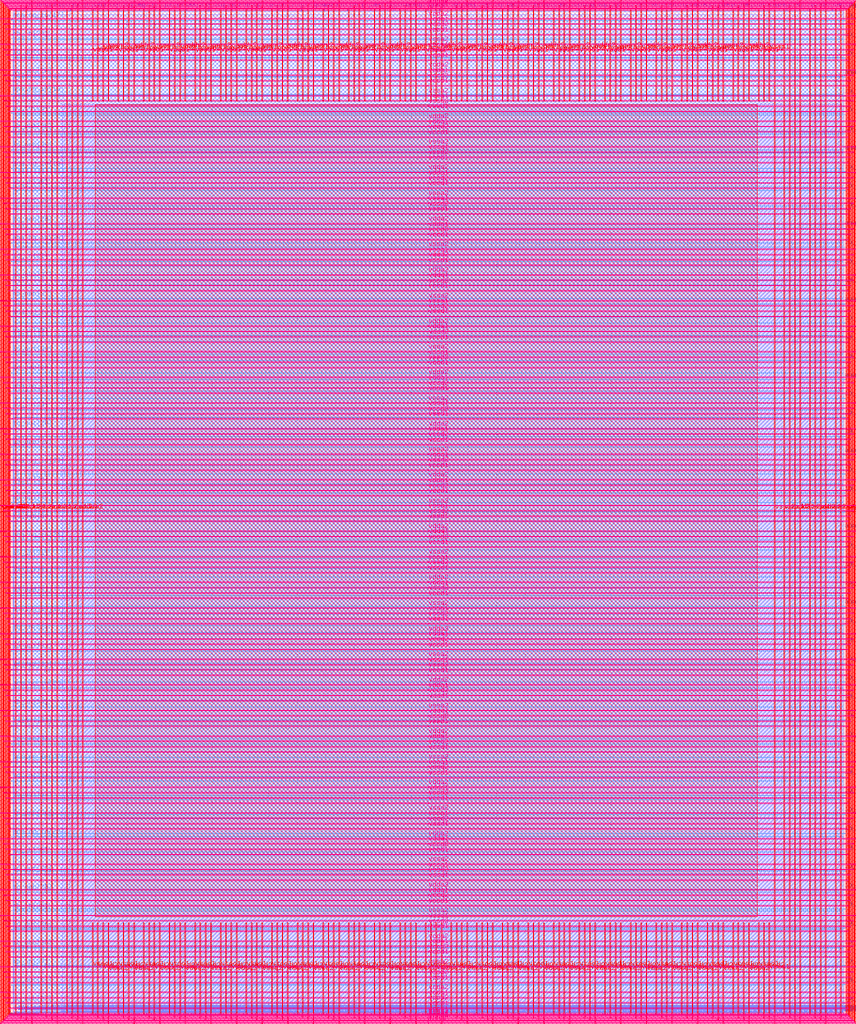
<source format=lef>
VERSION 5.7 ;
  NOWIREEXTENSIONATPIN ON ;
  DIVIDERCHAR "/" ;
  BUSBITCHARS "[]" ;
MACRO user_project_wrapper
  CLASS BLOCK ;
  FOREIGN user_project_wrapper ;
  ORIGIN 0.000 0.000 ;
  SIZE 2920.000 BY 3520.000 ;
  PIN analog_io[0]
    DIRECTION INOUT ;
    USE SIGNAL ;
    PORT
      LAYER met3 ;
        RECT 2917.600 1426.380 2924.800 1427.580 ;
    END
  END analog_io[0]
  PIN analog_io[10]
    DIRECTION INOUT ;
    USE SIGNAL ;
    PORT
      LAYER met2 ;
        RECT 2230.490 3517.600 2231.050 3524.800 ;
    END
  END analog_io[10]
  PIN analog_io[11]
    DIRECTION INOUT ;
    USE SIGNAL ;
    PORT
      LAYER met2 ;
        RECT 1905.730 3517.600 1906.290 3524.800 ;
    END
  END analog_io[11]
  PIN analog_io[12]
    DIRECTION INOUT ;
    USE SIGNAL ;
    PORT
      LAYER met2 ;
        RECT 1581.430 3517.600 1581.990 3524.800 ;
    END
  END analog_io[12]
  PIN analog_io[13]
    DIRECTION INOUT ;
    USE SIGNAL ;
    PORT
      LAYER met2 ;
        RECT 1257.130 3517.600 1257.690 3524.800 ;
    END
  END analog_io[13]
  PIN analog_io[14]
    DIRECTION INOUT ;
    USE SIGNAL ;
    PORT
      LAYER met2 ;
        RECT 932.370 3517.600 932.930 3524.800 ;
    END
  END analog_io[14]
  PIN analog_io[15]
    DIRECTION INOUT ;
    USE SIGNAL ;
    PORT
      LAYER met2 ;
        RECT 608.070 3517.600 608.630 3524.800 ;
    END
  END analog_io[15]
  PIN analog_io[16]
    DIRECTION INOUT ;
    USE SIGNAL ;
    PORT
      LAYER met2 ;
        RECT 283.770 3517.600 284.330 3524.800 ;
    END
  END analog_io[16]
  PIN analog_io[17]
    DIRECTION INOUT ;
    USE SIGNAL ;
    PORT
      LAYER met3 ;
        RECT -4.800 3486.100 2.400 3487.300 ;
    END
  END analog_io[17]
  PIN analog_io[18]
    DIRECTION INOUT ;
    USE SIGNAL ;
    PORT
      LAYER met3 ;
        RECT -4.800 3224.980 2.400 3226.180 ;
    END
  END analog_io[18]
  PIN analog_io[19]
    DIRECTION INOUT ;
    USE SIGNAL ;
    PORT
      LAYER met3 ;
        RECT -4.800 2964.540 2.400 2965.740 ;
    END
  END analog_io[19]
  PIN analog_io[1]
    DIRECTION INOUT ;
    USE SIGNAL ;
    PORT
      LAYER met3 ;
        RECT 2917.600 1692.260 2924.800 1693.460 ;
    END
  END analog_io[1]
  PIN analog_io[20]
    DIRECTION INOUT ;
    USE SIGNAL ;
    PORT
      LAYER met3 ;
        RECT -4.800 2703.420 2.400 2704.620 ;
    END
  END analog_io[20]
  PIN analog_io[21]
    DIRECTION INOUT ;
    USE SIGNAL ;
    PORT
      LAYER met3 ;
        RECT -4.800 2442.980 2.400 2444.180 ;
    END
  END analog_io[21]
  PIN analog_io[22]
    DIRECTION INOUT ;
    USE SIGNAL ;
    PORT
      LAYER met3 ;
        RECT -4.800 2182.540 2.400 2183.740 ;
    END
  END analog_io[22]
  PIN analog_io[23]
    DIRECTION INOUT ;
    USE SIGNAL ;
    PORT
      LAYER met3 ;
        RECT -4.800 1921.420 2.400 1922.620 ;
    END
  END analog_io[23]
  PIN analog_io[24]
    DIRECTION INOUT ;
    USE SIGNAL ;
    PORT
      LAYER met3 ;
        RECT -4.800 1660.980 2.400 1662.180 ;
    END
  END analog_io[24]
  PIN analog_io[25]
    DIRECTION INOUT ;
    USE SIGNAL ;
    PORT
      LAYER met3 ;
        RECT -4.800 1399.860 2.400 1401.060 ;
    END
  END analog_io[25]
  PIN analog_io[26]
    DIRECTION INOUT ;
    USE SIGNAL ;
    PORT
      LAYER met3 ;
        RECT -4.800 1139.420 2.400 1140.620 ;
    END
  END analog_io[26]
  PIN analog_io[27]
    DIRECTION INOUT ;
    USE SIGNAL ;
    PORT
      LAYER met3 ;
        RECT -4.800 878.980 2.400 880.180 ;
    END
  END analog_io[27]
  PIN analog_io[28]
    DIRECTION INOUT ;
    USE SIGNAL ;
    PORT
      LAYER met3 ;
        RECT -4.800 617.860 2.400 619.060 ;
    END
  END analog_io[28]
  PIN analog_io[2]
    DIRECTION INOUT ;
    USE SIGNAL ;
    PORT
      LAYER met3 ;
        RECT 2917.600 1958.140 2924.800 1959.340 ;
    END
  END analog_io[2]
  PIN analog_io[3]
    DIRECTION INOUT ;
    USE SIGNAL ;
    PORT
      LAYER met3 ;
        RECT 2917.600 2223.340 2924.800 2224.540 ;
    END
  END analog_io[3]
  PIN analog_io[4]
    DIRECTION INOUT ;
    USE SIGNAL ;
    PORT
      LAYER met3 ;
        RECT 2917.600 2489.220 2924.800 2490.420 ;
    END
  END analog_io[4]
  PIN analog_io[5]
    DIRECTION INOUT ;
    USE SIGNAL ;
    PORT
      LAYER met3 ;
        RECT 2917.600 2755.100 2924.800 2756.300 ;
    END
  END analog_io[5]
  PIN analog_io[6]
    DIRECTION INOUT ;
    USE SIGNAL ;
    PORT
      LAYER met3 ;
        RECT 2917.600 3020.300 2924.800 3021.500 ;
    END
  END analog_io[6]
  PIN analog_io[7]
    DIRECTION INOUT ;
    USE SIGNAL ;
    PORT
      LAYER met3 ;
        RECT 2917.600 3286.180 2924.800 3287.380 ;
    END
  END analog_io[7]
  PIN analog_io[8]
    DIRECTION INOUT ;
    USE SIGNAL ;
    PORT
      LAYER met2 ;
        RECT 2879.090 3517.600 2879.650 3524.800 ;
    END
  END analog_io[8]
  PIN analog_io[9]
    DIRECTION INOUT ;
    USE SIGNAL ;
    PORT
      LAYER met2 ;
        RECT 2554.790 3517.600 2555.350 3524.800 ;
    END
  END analog_io[9]
  PIN io_in[0]
    DIRECTION INPUT ;
    USE SIGNAL ;
    PORT
      LAYER met3 ;
        RECT 2917.600 32.380 2924.800 33.580 ;
    END
  END io_in[0]
  PIN io_in[10]
    DIRECTION INPUT ;
    USE SIGNAL ;
    PORT
      LAYER met3 ;
        RECT 2917.600 2289.980 2924.800 2291.180 ;
    END
  END io_in[10]
  PIN io_in[11]
    DIRECTION INPUT ;
    USE SIGNAL ;
    PORT
      LAYER met3 ;
        RECT 2917.600 2555.860 2924.800 2557.060 ;
    END
  END io_in[11]
  PIN io_in[12]
    DIRECTION INPUT ;
    USE SIGNAL ;
    PORT
      LAYER met3 ;
        RECT 2917.600 2821.060 2924.800 2822.260 ;
    END
  END io_in[12]
  PIN io_in[13]
    DIRECTION INPUT ;
    USE SIGNAL ;
    PORT
      LAYER met3 ;
        RECT 2917.600 3086.940 2924.800 3088.140 ;
    END
  END io_in[13]
  PIN io_in[14]
    DIRECTION INPUT ;
    USE SIGNAL ;
    PORT
      LAYER met3 ;
        RECT 2917.600 3352.820 2924.800 3354.020 ;
    END
  END io_in[14]
  PIN io_in[15]
    DIRECTION INPUT ;
    USE SIGNAL ;
    PORT
      LAYER met2 ;
        RECT 2798.130 3517.600 2798.690 3524.800 ;
    END
  END io_in[15]
  PIN io_in[16]
    DIRECTION INPUT ;
    USE SIGNAL ;
    PORT
      LAYER met2 ;
        RECT 2473.830 3517.600 2474.390 3524.800 ;
    END
  END io_in[16]
  PIN io_in[17]
    DIRECTION INPUT ;
    USE SIGNAL ;
    PORT
      LAYER met2 ;
        RECT 2149.070 3517.600 2149.630 3524.800 ;
    END
  END io_in[17]
  PIN io_in[18]
    DIRECTION INPUT ;
    USE SIGNAL ;
    PORT
      LAYER met2 ;
        RECT 1824.770 3517.600 1825.330 3524.800 ;
    END
  END io_in[18]
  PIN io_in[19]
    DIRECTION INPUT ;
    USE SIGNAL ;
    PORT
      LAYER met2 ;
        RECT 1500.470 3517.600 1501.030 3524.800 ;
    END
  END io_in[19]
  PIN io_in[1]
    DIRECTION INPUT ;
    USE SIGNAL ;
    PORT
      LAYER met3 ;
        RECT 2917.600 230.940 2924.800 232.140 ;
    END
  END io_in[1]
  PIN io_in[20]
    DIRECTION INPUT ;
    USE SIGNAL ;
    PORT
      LAYER met2 ;
        RECT 1175.710 3517.600 1176.270 3524.800 ;
    END
  END io_in[20]
  PIN io_in[21]
    DIRECTION INPUT ;
    USE SIGNAL ;
    PORT
      LAYER met2 ;
        RECT 851.410 3517.600 851.970 3524.800 ;
    END
  END io_in[21]
  PIN io_in[22]
    DIRECTION INPUT ;
    USE SIGNAL ;
    PORT
      LAYER met2 ;
        RECT 527.110 3517.600 527.670 3524.800 ;
    END
  END io_in[22]
  PIN io_in[23]
    DIRECTION INPUT ;
    USE SIGNAL ;
    PORT
      LAYER met2 ;
        RECT 202.350 3517.600 202.910 3524.800 ;
    END
  END io_in[23]
  PIN io_in[24]
    DIRECTION INPUT ;
    USE SIGNAL ;
    PORT
      LAYER met3 ;
        RECT -4.800 3420.820 2.400 3422.020 ;
    END
  END io_in[24]
  PIN io_in[25]
    DIRECTION INPUT ;
    USE SIGNAL ;
    PORT
      LAYER met3 ;
        RECT -4.800 3159.700 2.400 3160.900 ;
    END
  END io_in[25]
  PIN io_in[26]
    DIRECTION INPUT ;
    USE SIGNAL ;
    PORT
      LAYER met3 ;
        RECT -4.800 2899.260 2.400 2900.460 ;
    END
  END io_in[26]
  PIN io_in[27]
    DIRECTION INPUT ;
    USE SIGNAL ;
    PORT
      LAYER met3 ;
        RECT -4.800 2638.820 2.400 2640.020 ;
    END
  END io_in[27]
  PIN io_in[28]
    DIRECTION INPUT ;
    USE SIGNAL ;
    PORT
      LAYER met3 ;
        RECT -4.800 2377.700 2.400 2378.900 ;
    END
  END io_in[28]
  PIN io_in[29]
    DIRECTION INPUT ;
    USE SIGNAL ;
    PORT
      LAYER met3 ;
        RECT -4.800 2117.260 2.400 2118.460 ;
    END
  END io_in[29]
  PIN io_in[2]
    DIRECTION INPUT ;
    USE SIGNAL ;
    PORT
      LAYER met3 ;
        RECT 2917.600 430.180 2924.800 431.380 ;
    END
  END io_in[2]
  PIN io_in[30]
    DIRECTION INPUT ;
    USE SIGNAL ;
    PORT
      LAYER met3 ;
        RECT -4.800 1856.140 2.400 1857.340 ;
    END
  END io_in[30]
  PIN io_in[31]
    DIRECTION INPUT ;
    USE SIGNAL ;
    PORT
      LAYER met3 ;
        RECT -4.800 1595.700 2.400 1596.900 ;
    END
  END io_in[31]
  PIN io_in[32]
    DIRECTION INPUT ;
    USE SIGNAL ;
    PORT
      LAYER met3 ;
        RECT -4.800 1335.260 2.400 1336.460 ;
    END
  END io_in[32]
  PIN io_in[33]
    DIRECTION INPUT ;
    USE SIGNAL ;
    PORT
      LAYER met3 ;
        RECT -4.800 1074.140 2.400 1075.340 ;
    END
  END io_in[33]
  PIN io_in[34]
    DIRECTION INPUT ;
    USE SIGNAL ;
    PORT
      LAYER met3 ;
        RECT -4.800 813.700 2.400 814.900 ;
    END
  END io_in[34]
  PIN io_in[35]
    DIRECTION INPUT ;
    USE SIGNAL ;
    PORT
      LAYER met3 ;
        RECT -4.800 552.580 2.400 553.780 ;
    END
  END io_in[35]
  PIN io_in[36]
    DIRECTION INPUT ;
    USE SIGNAL ;
    PORT
      LAYER met3 ;
        RECT -4.800 357.420 2.400 358.620 ;
    END
  END io_in[36]
  PIN io_in[37]
    DIRECTION INPUT ;
    USE SIGNAL ;
    PORT
      LAYER met3 ;
        RECT -4.800 161.580 2.400 162.780 ;
    END
  END io_in[37]
  PIN io_in[3]
    DIRECTION INPUT ;
    USE SIGNAL ;
    PORT
      LAYER met3 ;
        RECT 2917.600 629.420 2924.800 630.620 ;
    END
  END io_in[3]
  PIN io_in[4]
    DIRECTION INPUT ;
    USE SIGNAL ;
    PORT
      LAYER met3 ;
        RECT 2917.600 828.660 2924.800 829.860 ;
    END
  END io_in[4]
  PIN io_in[5]
    DIRECTION INPUT ;
    USE SIGNAL ;
    PORT
      LAYER met3 ;
        RECT 2917.600 1027.900 2924.800 1029.100 ;
    END
  END io_in[5]
  PIN io_in[6]
    DIRECTION INPUT ;
    USE SIGNAL ;
    PORT
      LAYER met3 ;
        RECT 2917.600 1227.140 2924.800 1228.340 ;
    END
  END io_in[6]
  PIN io_in[7]
    DIRECTION INPUT ;
    USE SIGNAL ;
    PORT
      LAYER met3 ;
        RECT 2917.600 1493.020 2924.800 1494.220 ;
    END
  END io_in[7]
  PIN io_in[8]
    DIRECTION INPUT ;
    USE SIGNAL ;
    PORT
      LAYER met3 ;
        RECT 2917.600 1758.900 2924.800 1760.100 ;
    END
  END io_in[8]
  PIN io_in[9]
    DIRECTION INPUT ;
    USE SIGNAL ;
    PORT
      LAYER met3 ;
        RECT 2917.600 2024.100 2924.800 2025.300 ;
    END
  END io_in[9]
  PIN io_oeb[0]
    DIRECTION OUTPUT TRISTATE ;
    USE SIGNAL ;
    PORT
      LAYER met3 ;
        RECT 2917.600 164.980 2924.800 166.180 ;
    END
  END io_oeb[0]
  PIN io_oeb[10]
    DIRECTION OUTPUT TRISTATE ;
    USE SIGNAL ;
    PORT
      LAYER met3 ;
        RECT 2917.600 2422.580 2924.800 2423.780 ;
    END
  END io_oeb[10]
  PIN io_oeb[11]
    DIRECTION OUTPUT TRISTATE ;
    USE SIGNAL ;
    PORT
      LAYER met3 ;
        RECT 2917.600 2688.460 2924.800 2689.660 ;
    END
  END io_oeb[11]
  PIN io_oeb[12]
    DIRECTION OUTPUT TRISTATE ;
    USE SIGNAL ;
    PORT
      LAYER met3 ;
        RECT 2917.600 2954.340 2924.800 2955.540 ;
    END
  END io_oeb[12]
  PIN io_oeb[13]
    DIRECTION OUTPUT TRISTATE ;
    USE SIGNAL ;
    PORT
      LAYER met3 ;
        RECT 2917.600 3219.540 2924.800 3220.740 ;
    END
  END io_oeb[13]
  PIN io_oeb[14]
    DIRECTION OUTPUT TRISTATE ;
    USE SIGNAL ;
    PORT
      LAYER met3 ;
        RECT 2917.600 3485.420 2924.800 3486.620 ;
    END
  END io_oeb[14]
  PIN io_oeb[15]
    DIRECTION OUTPUT TRISTATE ;
    USE SIGNAL ;
    PORT
      LAYER met2 ;
        RECT 2635.750 3517.600 2636.310 3524.800 ;
    END
  END io_oeb[15]
  PIN io_oeb[16]
    DIRECTION OUTPUT TRISTATE ;
    USE SIGNAL ;
    PORT
      LAYER met2 ;
        RECT 2311.450 3517.600 2312.010 3524.800 ;
    END
  END io_oeb[16]
  PIN io_oeb[17]
    DIRECTION OUTPUT TRISTATE ;
    USE SIGNAL ;
    PORT
      LAYER met2 ;
        RECT 1987.150 3517.600 1987.710 3524.800 ;
    END
  END io_oeb[17]
  PIN io_oeb[18]
    DIRECTION OUTPUT TRISTATE ;
    USE SIGNAL ;
    PORT
      LAYER met2 ;
        RECT 1662.390 3517.600 1662.950 3524.800 ;
    END
  END io_oeb[18]
  PIN io_oeb[19]
    DIRECTION OUTPUT TRISTATE ;
    USE SIGNAL ;
    PORT
      LAYER met2 ;
        RECT 1338.090 3517.600 1338.650 3524.800 ;
    END
  END io_oeb[19]
  PIN io_oeb[1]
    DIRECTION OUTPUT TRISTATE ;
    USE SIGNAL ;
    PORT
      LAYER met3 ;
        RECT 2917.600 364.220 2924.800 365.420 ;
    END
  END io_oeb[1]
  PIN io_oeb[20]
    DIRECTION OUTPUT TRISTATE ;
    USE SIGNAL ;
    PORT
      LAYER met2 ;
        RECT 1013.790 3517.600 1014.350 3524.800 ;
    END
  END io_oeb[20]
  PIN io_oeb[21]
    DIRECTION OUTPUT TRISTATE ;
    USE SIGNAL ;
    PORT
      LAYER met2 ;
        RECT 689.030 3517.600 689.590 3524.800 ;
    END
  END io_oeb[21]
  PIN io_oeb[22]
    DIRECTION OUTPUT TRISTATE ;
    USE SIGNAL ;
    PORT
      LAYER met2 ;
        RECT 364.730 3517.600 365.290 3524.800 ;
    END
  END io_oeb[22]
  PIN io_oeb[23]
    DIRECTION OUTPUT TRISTATE ;
    USE SIGNAL ;
    PORT
      LAYER met2 ;
        RECT 40.430 3517.600 40.990 3524.800 ;
    END
  END io_oeb[23]
  PIN io_oeb[24]
    DIRECTION OUTPUT TRISTATE ;
    USE SIGNAL ;
    PORT
      LAYER met3 ;
        RECT -4.800 3290.260 2.400 3291.460 ;
    END
  END io_oeb[24]
  PIN io_oeb[25]
    DIRECTION OUTPUT TRISTATE ;
    USE SIGNAL ;
    PORT
      LAYER met3 ;
        RECT -4.800 3029.820 2.400 3031.020 ;
    END
  END io_oeb[25]
  PIN io_oeb[26]
    DIRECTION OUTPUT TRISTATE ;
    USE SIGNAL ;
    PORT
      LAYER met3 ;
        RECT -4.800 2768.700 2.400 2769.900 ;
    END
  END io_oeb[26]
  PIN io_oeb[27]
    DIRECTION OUTPUT TRISTATE ;
    USE SIGNAL ;
    PORT
      LAYER met3 ;
        RECT -4.800 2508.260 2.400 2509.460 ;
    END
  END io_oeb[27]
  PIN io_oeb[28]
    DIRECTION OUTPUT TRISTATE ;
    USE SIGNAL ;
    PORT
      LAYER met3 ;
        RECT -4.800 2247.140 2.400 2248.340 ;
    END
  END io_oeb[28]
  PIN io_oeb[29]
    DIRECTION OUTPUT TRISTATE ;
    USE SIGNAL ;
    PORT
      LAYER met3 ;
        RECT -4.800 1986.700 2.400 1987.900 ;
    END
  END io_oeb[29]
  PIN io_oeb[2]
    DIRECTION OUTPUT TRISTATE ;
    USE SIGNAL ;
    PORT
      LAYER met3 ;
        RECT 2917.600 563.460 2924.800 564.660 ;
    END
  END io_oeb[2]
  PIN io_oeb[30]
    DIRECTION OUTPUT TRISTATE ;
    USE SIGNAL ;
    PORT
      LAYER met3 ;
        RECT -4.800 1726.260 2.400 1727.460 ;
    END
  END io_oeb[30]
  PIN io_oeb[31]
    DIRECTION OUTPUT TRISTATE ;
    USE SIGNAL ;
    PORT
      LAYER met3 ;
        RECT -4.800 1465.140 2.400 1466.340 ;
    END
  END io_oeb[31]
  PIN io_oeb[32]
    DIRECTION OUTPUT TRISTATE ;
    USE SIGNAL ;
    PORT
      LAYER met3 ;
        RECT -4.800 1204.700 2.400 1205.900 ;
    END
  END io_oeb[32]
  PIN io_oeb[33]
    DIRECTION OUTPUT TRISTATE ;
    USE SIGNAL ;
    PORT
      LAYER met3 ;
        RECT -4.800 943.580 2.400 944.780 ;
    END
  END io_oeb[33]
  PIN io_oeb[34]
    DIRECTION OUTPUT TRISTATE ;
    USE SIGNAL ;
    PORT
      LAYER met3 ;
        RECT -4.800 683.140 2.400 684.340 ;
    END
  END io_oeb[34]
  PIN io_oeb[35]
    DIRECTION OUTPUT TRISTATE ;
    USE SIGNAL ;
    PORT
      LAYER met3 ;
        RECT -4.800 422.700 2.400 423.900 ;
    END
  END io_oeb[35]
  PIN io_oeb[36]
    DIRECTION OUTPUT TRISTATE ;
    USE SIGNAL ;
    PORT
      LAYER met3 ;
        RECT -4.800 226.860 2.400 228.060 ;
    END
  END io_oeb[36]
  PIN io_oeb[37]
    DIRECTION OUTPUT TRISTATE ;
    USE SIGNAL ;
    PORT
      LAYER met3 ;
        RECT -4.800 31.700 2.400 32.900 ;
    END
  END io_oeb[37]
  PIN io_oeb[3]
    DIRECTION OUTPUT TRISTATE ;
    USE SIGNAL ;
    PORT
      LAYER met3 ;
        RECT 2917.600 762.700 2924.800 763.900 ;
    END
  END io_oeb[3]
  PIN io_oeb[4]
    DIRECTION OUTPUT TRISTATE ;
    USE SIGNAL ;
    PORT
      LAYER met3 ;
        RECT 2917.600 961.940 2924.800 963.140 ;
    END
  END io_oeb[4]
  PIN io_oeb[5]
    DIRECTION OUTPUT TRISTATE ;
    USE SIGNAL ;
    PORT
      LAYER met3 ;
        RECT 2917.600 1161.180 2924.800 1162.380 ;
    END
  END io_oeb[5]
  PIN io_oeb[6]
    DIRECTION OUTPUT TRISTATE ;
    USE SIGNAL ;
    PORT
      LAYER met3 ;
        RECT 2917.600 1360.420 2924.800 1361.620 ;
    END
  END io_oeb[6]
  PIN io_oeb[7]
    DIRECTION OUTPUT TRISTATE ;
    USE SIGNAL ;
    PORT
      LAYER met3 ;
        RECT 2917.600 1625.620 2924.800 1626.820 ;
    END
  END io_oeb[7]
  PIN io_oeb[8]
    DIRECTION OUTPUT TRISTATE ;
    USE SIGNAL ;
    PORT
      LAYER met3 ;
        RECT 2917.600 1891.500 2924.800 1892.700 ;
    END
  END io_oeb[8]
  PIN io_oeb[9]
    DIRECTION OUTPUT TRISTATE ;
    USE SIGNAL ;
    PORT
      LAYER met3 ;
        RECT 2917.600 2157.380 2924.800 2158.580 ;
    END
  END io_oeb[9]
  PIN io_out[0]
    DIRECTION OUTPUT TRISTATE ;
    USE SIGNAL ;
    PORT
      LAYER met3 ;
        RECT 2917.600 98.340 2924.800 99.540 ;
    END
  END io_out[0]
  PIN io_out[10]
    DIRECTION OUTPUT TRISTATE ;
    USE SIGNAL ;
    PORT
      LAYER met3 ;
        RECT 2917.600 2356.620 2924.800 2357.820 ;
    END
  END io_out[10]
  PIN io_out[11]
    DIRECTION OUTPUT TRISTATE ;
    USE SIGNAL ;
    PORT
      LAYER met3 ;
        RECT 2917.600 2621.820 2924.800 2623.020 ;
    END
  END io_out[11]
  PIN io_out[12]
    DIRECTION OUTPUT TRISTATE ;
    USE SIGNAL ;
    PORT
      LAYER met3 ;
        RECT 2917.600 2887.700 2924.800 2888.900 ;
    END
  END io_out[12]
  PIN io_out[13]
    DIRECTION OUTPUT TRISTATE ;
    USE SIGNAL ;
    PORT
      LAYER met3 ;
        RECT 2917.600 3153.580 2924.800 3154.780 ;
    END
  END io_out[13]
  PIN io_out[14]
    DIRECTION OUTPUT TRISTATE ;
    USE SIGNAL ;
    PORT
      LAYER met3 ;
        RECT 2917.600 3418.780 2924.800 3419.980 ;
    END
  END io_out[14]
  PIN io_out[15]
    DIRECTION OUTPUT TRISTATE ;
    USE SIGNAL ;
    PORT
      LAYER met2 ;
        RECT 2717.170 3517.600 2717.730 3524.800 ;
    END
  END io_out[15]
  PIN io_out[16]
    DIRECTION OUTPUT TRISTATE ;
    USE SIGNAL ;
    PORT
      LAYER met2 ;
        RECT 2392.410 3517.600 2392.970 3524.800 ;
    END
  END io_out[16]
  PIN io_out[17]
    DIRECTION OUTPUT TRISTATE ;
    USE SIGNAL ;
    PORT
      LAYER met2 ;
        RECT 2068.110 3517.600 2068.670 3524.800 ;
    END
  END io_out[17]
  PIN io_out[18]
    DIRECTION OUTPUT TRISTATE ;
    USE SIGNAL ;
    PORT
      LAYER met2 ;
        RECT 1743.810 3517.600 1744.370 3524.800 ;
    END
  END io_out[18]
  PIN io_out[19]
    DIRECTION OUTPUT TRISTATE ;
    USE SIGNAL ;
    PORT
      LAYER met2 ;
        RECT 1419.050 3517.600 1419.610 3524.800 ;
    END
  END io_out[19]
  PIN io_out[1]
    DIRECTION OUTPUT TRISTATE ;
    USE SIGNAL ;
    PORT
      LAYER met3 ;
        RECT 2917.600 297.580 2924.800 298.780 ;
    END
  END io_out[1]
  PIN io_out[20]
    DIRECTION OUTPUT TRISTATE ;
    USE SIGNAL ;
    PORT
      LAYER met2 ;
        RECT 1094.750 3517.600 1095.310 3524.800 ;
    END
  END io_out[20]
  PIN io_out[21]
    DIRECTION OUTPUT TRISTATE ;
    USE SIGNAL ;
    PORT
      LAYER met2 ;
        RECT 770.450 3517.600 771.010 3524.800 ;
    END
  END io_out[21]
  PIN io_out[22]
    DIRECTION OUTPUT TRISTATE ;
    USE SIGNAL ;
    PORT
      LAYER met2 ;
        RECT 445.690 3517.600 446.250 3524.800 ;
    END
  END io_out[22]
  PIN io_out[23]
    DIRECTION OUTPUT TRISTATE ;
    USE SIGNAL ;
    PORT
      LAYER met2 ;
        RECT 121.390 3517.600 121.950 3524.800 ;
    END
  END io_out[23]
  PIN io_out[24]
    DIRECTION OUTPUT TRISTATE ;
    USE SIGNAL ;
    PORT
      LAYER met3 ;
        RECT -4.800 3355.540 2.400 3356.740 ;
    END
  END io_out[24]
  PIN io_out[25]
    DIRECTION OUTPUT TRISTATE ;
    USE SIGNAL ;
    PORT
      LAYER met3 ;
        RECT -4.800 3095.100 2.400 3096.300 ;
    END
  END io_out[25]
  PIN io_out[26]
    DIRECTION OUTPUT TRISTATE ;
    USE SIGNAL ;
    PORT
      LAYER met3 ;
        RECT -4.800 2833.980 2.400 2835.180 ;
    END
  END io_out[26]
  PIN io_out[27]
    DIRECTION OUTPUT TRISTATE ;
    USE SIGNAL ;
    PORT
      LAYER met3 ;
        RECT -4.800 2573.540 2.400 2574.740 ;
    END
  END io_out[27]
  PIN io_out[28]
    DIRECTION OUTPUT TRISTATE ;
    USE SIGNAL ;
    PORT
      LAYER met3 ;
        RECT -4.800 2312.420 2.400 2313.620 ;
    END
  END io_out[28]
  PIN io_out[29]
    DIRECTION OUTPUT TRISTATE ;
    USE SIGNAL ;
    PORT
      LAYER met3 ;
        RECT -4.800 2051.980 2.400 2053.180 ;
    END
  END io_out[29]
  PIN io_out[2]
    DIRECTION OUTPUT TRISTATE ;
    USE SIGNAL ;
    PORT
      LAYER met3 ;
        RECT 2917.600 496.820 2924.800 498.020 ;
    END
  END io_out[2]
  PIN io_out[30]
    DIRECTION OUTPUT TRISTATE ;
    USE SIGNAL ;
    PORT
      LAYER met3 ;
        RECT -4.800 1791.540 2.400 1792.740 ;
    END
  END io_out[30]
  PIN io_out[31]
    DIRECTION OUTPUT TRISTATE ;
    USE SIGNAL ;
    PORT
      LAYER met3 ;
        RECT -4.800 1530.420 2.400 1531.620 ;
    END
  END io_out[31]
  PIN io_out[32]
    DIRECTION OUTPUT TRISTATE ;
    USE SIGNAL ;
    PORT
      LAYER met3 ;
        RECT -4.800 1269.980 2.400 1271.180 ;
    END
  END io_out[32]
  PIN io_out[33]
    DIRECTION OUTPUT TRISTATE ;
    USE SIGNAL ;
    PORT
      LAYER met3 ;
        RECT -4.800 1008.860 2.400 1010.060 ;
    END
  END io_out[33]
  PIN io_out[34]
    DIRECTION OUTPUT TRISTATE ;
    USE SIGNAL ;
    PORT
      LAYER met3 ;
        RECT -4.800 748.420 2.400 749.620 ;
    END
  END io_out[34]
  PIN io_out[35]
    DIRECTION OUTPUT TRISTATE ;
    USE SIGNAL ;
    PORT
      LAYER met3 ;
        RECT -4.800 487.300 2.400 488.500 ;
    END
  END io_out[35]
  PIN io_out[36]
    DIRECTION OUTPUT TRISTATE ;
    USE SIGNAL ;
    PORT
      LAYER met3 ;
        RECT -4.800 292.140 2.400 293.340 ;
    END
  END io_out[36]
  PIN io_out[37]
    DIRECTION OUTPUT TRISTATE ;
    USE SIGNAL ;
    PORT
      LAYER met3 ;
        RECT -4.800 96.300 2.400 97.500 ;
    END
  END io_out[37]
  PIN io_out[3]
    DIRECTION OUTPUT TRISTATE ;
    USE SIGNAL ;
    PORT
      LAYER met3 ;
        RECT 2917.600 696.060 2924.800 697.260 ;
    END
  END io_out[3]
  PIN io_out[4]
    DIRECTION OUTPUT TRISTATE ;
    USE SIGNAL ;
    PORT
      LAYER met3 ;
        RECT 2917.600 895.300 2924.800 896.500 ;
    END
  END io_out[4]
  PIN io_out[5]
    DIRECTION OUTPUT TRISTATE ;
    USE SIGNAL ;
    PORT
      LAYER met3 ;
        RECT 2917.600 1094.540 2924.800 1095.740 ;
    END
  END io_out[5]
  PIN io_out[6]
    DIRECTION OUTPUT TRISTATE ;
    USE SIGNAL ;
    PORT
      LAYER met3 ;
        RECT 2917.600 1293.780 2924.800 1294.980 ;
    END
  END io_out[6]
  PIN io_out[7]
    DIRECTION OUTPUT TRISTATE ;
    USE SIGNAL ;
    PORT
      LAYER met3 ;
        RECT 2917.600 1559.660 2924.800 1560.860 ;
    END
  END io_out[7]
  PIN io_out[8]
    DIRECTION OUTPUT TRISTATE ;
    USE SIGNAL ;
    PORT
      LAYER met3 ;
        RECT 2917.600 1824.860 2924.800 1826.060 ;
    END
  END io_out[8]
  PIN io_out[9]
    DIRECTION OUTPUT TRISTATE ;
    USE SIGNAL ;
    PORT
      LAYER met3 ;
        RECT 2917.600 2090.740 2924.800 2091.940 ;
    END
  END io_out[9]
  PIN la_data_in[0]
    DIRECTION INPUT ;
    USE SIGNAL ;
    PORT
      LAYER met2 ;
        RECT 629.230 -4.800 629.790 2.400 ;
    END
  END la_data_in[0]
  PIN la_data_in[100]
    DIRECTION INPUT ;
    USE SIGNAL ;
    PORT
      LAYER met2 ;
        RECT 2402.530 -4.800 2403.090 2.400 ;
    END
  END la_data_in[100]
  PIN la_data_in[101]
    DIRECTION INPUT ;
    USE SIGNAL ;
    PORT
      LAYER met2 ;
        RECT 2420.010 -4.800 2420.570 2.400 ;
    END
  END la_data_in[101]
  PIN la_data_in[102]
    DIRECTION INPUT ;
    USE SIGNAL ;
    PORT
      LAYER met2 ;
        RECT 2437.950 -4.800 2438.510 2.400 ;
    END
  END la_data_in[102]
  PIN la_data_in[103]
    DIRECTION INPUT ;
    USE SIGNAL ;
    PORT
      LAYER met2 ;
        RECT 2455.430 -4.800 2455.990 2.400 ;
    END
  END la_data_in[103]
  PIN la_data_in[104]
    DIRECTION INPUT ;
    USE SIGNAL ;
    PORT
      LAYER met2 ;
        RECT 2473.370 -4.800 2473.930 2.400 ;
    END
  END la_data_in[104]
  PIN la_data_in[105]
    DIRECTION INPUT ;
    USE SIGNAL ;
    PORT
      LAYER met2 ;
        RECT 2490.850 -4.800 2491.410 2.400 ;
    END
  END la_data_in[105]
  PIN la_data_in[106]
    DIRECTION INPUT ;
    USE SIGNAL ;
    PORT
      LAYER met2 ;
        RECT 2508.790 -4.800 2509.350 2.400 ;
    END
  END la_data_in[106]
  PIN la_data_in[107]
    DIRECTION INPUT ;
    USE SIGNAL ;
    PORT
      LAYER met2 ;
        RECT 2526.730 -4.800 2527.290 2.400 ;
    END
  END la_data_in[107]
  PIN la_data_in[108]
    DIRECTION INPUT ;
    USE SIGNAL ;
    PORT
      LAYER met2 ;
        RECT 2544.210 -4.800 2544.770 2.400 ;
    END
  END la_data_in[108]
  PIN la_data_in[109]
    DIRECTION INPUT ;
    USE SIGNAL ;
    PORT
      LAYER met2 ;
        RECT 2562.150 -4.800 2562.710 2.400 ;
    END
  END la_data_in[109]
  PIN la_data_in[10]
    DIRECTION INPUT ;
    USE SIGNAL ;
    PORT
      LAYER met2 ;
        RECT 806.330 -4.800 806.890 2.400 ;
    END
  END la_data_in[10]
  PIN la_data_in[110]
    DIRECTION INPUT ;
    USE SIGNAL ;
    PORT
      LAYER met2 ;
        RECT 2579.630 -4.800 2580.190 2.400 ;
    END
  END la_data_in[110]
  PIN la_data_in[111]
    DIRECTION INPUT ;
    USE SIGNAL ;
    PORT
      LAYER met2 ;
        RECT 2597.570 -4.800 2598.130 2.400 ;
    END
  END la_data_in[111]
  PIN la_data_in[112]
    DIRECTION INPUT ;
    USE SIGNAL ;
    PORT
      LAYER met2 ;
        RECT 2615.050 -4.800 2615.610 2.400 ;
    END
  END la_data_in[112]
  PIN la_data_in[113]
    DIRECTION INPUT ;
    USE SIGNAL ;
    PORT
      LAYER met2 ;
        RECT 2632.990 -4.800 2633.550 2.400 ;
    END
  END la_data_in[113]
  PIN la_data_in[114]
    DIRECTION INPUT ;
    USE SIGNAL ;
    PORT
      LAYER met2 ;
        RECT 2650.470 -4.800 2651.030 2.400 ;
    END
  END la_data_in[114]
  PIN la_data_in[115]
    DIRECTION INPUT ;
    USE SIGNAL ;
    PORT
      LAYER met2 ;
        RECT 2668.410 -4.800 2668.970 2.400 ;
    END
  END la_data_in[115]
  PIN la_data_in[116]
    DIRECTION INPUT ;
    USE SIGNAL ;
    PORT
      LAYER met2 ;
        RECT 2685.890 -4.800 2686.450 2.400 ;
    END
  END la_data_in[116]
  PIN la_data_in[117]
    DIRECTION INPUT ;
    USE SIGNAL ;
    PORT
      LAYER met2 ;
        RECT 2703.830 -4.800 2704.390 2.400 ;
    END
  END la_data_in[117]
  PIN la_data_in[118]
    DIRECTION INPUT ;
    USE SIGNAL ;
    PORT
      LAYER met2 ;
        RECT 2721.770 -4.800 2722.330 2.400 ;
    END
  END la_data_in[118]
  PIN la_data_in[119]
    DIRECTION INPUT ;
    USE SIGNAL ;
    PORT
      LAYER met2 ;
        RECT 2739.250 -4.800 2739.810 2.400 ;
    END
  END la_data_in[119]
  PIN la_data_in[11]
    DIRECTION INPUT ;
    USE SIGNAL ;
    PORT
      LAYER met2 ;
        RECT 824.270 -4.800 824.830 2.400 ;
    END
  END la_data_in[11]
  PIN la_data_in[120]
    DIRECTION INPUT ;
    USE SIGNAL ;
    PORT
      LAYER met2 ;
        RECT 2757.190 -4.800 2757.750 2.400 ;
    END
  END la_data_in[120]
  PIN la_data_in[121]
    DIRECTION INPUT ;
    USE SIGNAL ;
    PORT
      LAYER met2 ;
        RECT 2774.670 -4.800 2775.230 2.400 ;
    END
  END la_data_in[121]
  PIN la_data_in[122]
    DIRECTION INPUT ;
    USE SIGNAL ;
    PORT
      LAYER met2 ;
        RECT 2792.610 -4.800 2793.170 2.400 ;
    END
  END la_data_in[122]
  PIN la_data_in[123]
    DIRECTION INPUT ;
    USE SIGNAL ;
    PORT
      LAYER met2 ;
        RECT 2810.090 -4.800 2810.650 2.400 ;
    END
  END la_data_in[123]
  PIN la_data_in[124]
    DIRECTION INPUT ;
    USE SIGNAL ;
    PORT
      LAYER met2 ;
        RECT 2828.030 -4.800 2828.590 2.400 ;
    END
  END la_data_in[124]
  PIN la_data_in[125]
    DIRECTION INPUT ;
    USE SIGNAL ;
    PORT
      LAYER met2 ;
        RECT 2845.510 -4.800 2846.070 2.400 ;
    END
  END la_data_in[125]
  PIN la_data_in[126]
    DIRECTION INPUT ;
    USE SIGNAL ;
    PORT
      LAYER met2 ;
        RECT 2863.450 -4.800 2864.010 2.400 ;
    END
  END la_data_in[126]
  PIN la_data_in[127]
    DIRECTION INPUT ;
    USE SIGNAL ;
    PORT
      LAYER met2 ;
        RECT 2881.390 -4.800 2881.950 2.400 ;
    END
  END la_data_in[127]
  PIN la_data_in[12]
    DIRECTION INPUT ;
    USE SIGNAL ;
    PORT
      LAYER met2 ;
        RECT 841.750 -4.800 842.310 2.400 ;
    END
  END la_data_in[12]
  PIN la_data_in[13]
    DIRECTION INPUT ;
    USE SIGNAL ;
    PORT
      LAYER met2 ;
        RECT 859.690 -4.800 860.250 2.400 ;
    END
  END la_data_in[13]
  PIN la_data_in[14]
    DIRECTION INPUT ;
    USE SIGNAL ;
    PORT
      LAYER met2 ;
        RECT 877.170 -4.800 877.730 2.400 ;
    END
  END la_data_in[14]
  PIN la_data_in[15]
    DIRECTION INPUT ;
    USE SIGNAL ;
    PORT
      LAYER met2 ;
        RECT 895.110 -4.800 895.670 2.400 ;
    END
  END la_data_in[15]
  PIN la_data_in[16]
    DIRECTION INPUT ;
    USE SIGNAL ;
    PORT
      LAYER met2 ;
        RECT 912.590 -4.800 913.150 2.400 ;
    END
  END la_data_in[16]
  PIN la_data_in[17]
    DIRECTION INPUT ;
    USE SIGNAL ;
    PORT
      LAYER met2 ;
        RECT 930.530 -4.800 931.090 2.400 ;
    END
  END la_data_in[17]
  PIN la_data_in[18]
    DIRECTION INPUT ;
    USE SIGNAL ;
    PORT
      LAYER met2 ;
        RECT 948.470 -4.800 949.030 2.400 ;
    END
  END la_data_in[18]
  PIN la_data_in[19]
    DIRECTION INPUT ;
    USE SIGNAL ;
    PORT
      LAYER met2 ;
        RECT 965.950 -4.800 966.510 2.400 ;
    END
  END la_data_in[19]
  PIN la_data_in[1]
    DIRECTION INPUT ;
    USE SIGNAL ;
    PORT
      LAYER met2 ;
        RECT 646.710 -4.800 647.270 2.400 ;
    END
  END la_data_in[1]
  PIN la_data_in[20]
    DIRECTION INPUT ;
    USE SIGNAL ;
    PORT
      LAYER met2 ;
        RECT 983.890 -4.800 984.450 2.400 ;
    END
  END la_data_in[20]
  PIN la_data_in[21]
    DIRECTION INPUT ;
    USE SIGNAL ;
    PORT
      LAYER met2 ;
        RECT 1001.370 -4.800 1001.930 2.400 ;
    END
  END la_data_in[21]
  PIN la_data_in[22]
    DIRECTION INPUT ;
    USE SIGNAL ;
    PORT
      LAYER met2 ;
        RECT 1019.310 -4.800 1019.870 2.400 ;
    END
  END la_data_in[22]
  PIN la_data_in[23]
    DIRECTION INPUT ;
    USE SIGNAL ;
    PORT
      LAYER met2 ;
        RECT 1036.790 -4.800 1037.350 2.400 ;
    END
  END la_data_in[23]
  PIN la_data_in[24]
    DIRECTION INPUT ;
    USE SIGNAL ;
    PORT
      LAYER met2 ;
        RECT 1054.730 -4.800 1055.290 2.400 ;
    END
  END la_data_in[24]
  PIN la_data_in[25]
    DIRECTION INPUT ;
    USE SIGNAL ;
    PORT
      LAYER met2 ;
        RECT 1072.210 -4.800 1072.770 2.400 ;
    END
  END la_data_in[25]
  PIN la_data_in[26]
    DIRECTION INPUT ;
    USE SIGNAL ;
    PORT
      LAYER met2 ;
        RECT 1090.150 -4.800 1090.710 2.400 ;
    END
  END la_data_in[26]
  PIN la_data_in[27]
    DIRECTION INPUT ;
    USE SIGNAL ;
    PORT
      LAYER met2 ;
        RECT 1107.630 -4.800 1108.190 2.400 ;
    END
  END la_data_in[27]
  PIN la_data_in[28]
    DIRECTION INPUT ;
    USE SIGNAL ;
    PORT
      LAYER met2 ;
        RECT 1125.570 -4.800 1126.130 2.400 ;
    END
  END la_data_in[28]
  PIN la_data_in[29]
    DIRECTION INPUT ;
    USE SIGNAL ;
    PORT
      LAYER met2 ;
        RECT 1143.510 -4.800 1144.070 2.400 ;
    END
  END la_data_in[29]
  PIN la_data_in[2]
    DIRECTION INPUT ;
    USE SIGNAL ;
    PORT
      LAYER met2 ;
        RECT 664.650 -4.800 665.210 2.400 ;
    END
  END la_data_in[2]
  PIN la_data_in[30]
    DIRECTION INPUT ;
    USE SIGNAL ;
    PORT
      LAYER met2 ;
        RECT 1160.990 -4.800 1161.550 2.400 ;
    END
  END la_data_in[30]
  PIN la_data_in[31]
    DIRECTION INPUT ;
    USE SIGNAL ;
    PORT
      LAYER met2 ;
        RECT 1178.930 -4.800 1179.490 2.400 ;
    END
  END la_data_in[31]
  PIN la_data_in[32]
    DIRECTION INPUT ;
    USE SIGNAL ;
    PORT
      LAYER met2 ;
        RECT 1196.410 -4.800 1196.970 2.400 ;
    END
  END la_data_in[32]
  PIN la_data_in[33]
    DIRECTION INPUT ;
    USE SIGNAL ;
    PORT
      LAYER met2 ;
        RECT 1214.350 -4.800 1214.910 2.400 ;
    END
  END la_data_in[33]
  PIN la_data_in[34]
    DIRECTION INPUT ;
    USE SIGNAL ;
    PORT
      LAYER met2 ;
        RECT 1231.830 -4.800 1232.390 2.400 ;
    END
  END la_data_in[34]
  PIN la_data_in[35]
    DIRECTION INPUT ;
    USE SIGNAL ;
    PORT
      LAYER met2 ;
        RECT 1249.770 -4.800 1250.330 2.400 ;
    END
  END la_data_in[35]
  PIN la_data_in[36]
    DIRECTION INPUT ;
    USE SIGNAL ;
    PORT
      LAYER met2 ;
        RECT 1267.250 -4.800 1267.810 2.400 ;
    END
  END la_data_in[36]
  PIN la_data_in[37]
    DIRECTION INPUT ;
    USE SIGNAL ;
    PORT
      LAYER met2 ;
        RECT 1285.190 -4.800 1285.750 2.400 ;
    END
  END la_data_in[37]
  PIN la_data_in[38]
    DIRECTION INPUT ;
    USE SIGNAL ;
    PORT
      LAYER met2 ;
        RECT 1303.130 -4.800 1303.690 2.400 ;
    END
  END la_data_in[38]
  PIN la_data_in[39]
    DIRECTION INPUT ;
    USE SIGNAL ;
    PORT
      LAYER met2 ;
        RECT 1320.610 -4.800 1321.170 2.400 ;
    END
  END la_data_in[39]
  PIN la_data_in[3]
    DIRECTION INPUT ;
    USE SIGNAL ;
    PORT
      LAYER met2 ;
        RECT 682.130 -4.800 682.690 2.400 ;
    END
  END la_data_in[3]
  PIN la_data_in[40]
    DIRECTION INPUT ;
    USE SIGNAL ;
    PORT
      LAYER met2 ;
        RECT 1338.550 -4.800 1339.110 2.400 ;
    END
  END la_data_in[40]
  PIN la_data_in[41]
    DIRECTION INPUT ;
    USE SIGNAL ;
    PORT
      LAYER met2 ;
        RECT 1356.030 -4.800 1356.590 2.400 ;
    END
  END la_data_in[41]
  PIN la_data_in[42]
    DIRECTION INPUT ;
    USE SIGNAL ;
    PORT
      LAYER met2 ;
        RECT 1373.970 -4.800 1374.530 2.400 ;
    END
  END la_data_in[42]
  PIN la_data_in[43]
    DIRECTION INPUT ;
    USE SIGNAL ;
    PORT
      LAYER met2 ;
        RECT 1391.450 -4.800 1392.010 2.400 ;
    END
  END la_data_in[43]
  PIN la_data_in[44]
    DIRECTION INPUT ;
    USE SIGNAL ;
    PORT
      LAYER met2 ;
        RECT 1409.390 -4.800 1409.950 2.400 ;
    END
  END la_data_in[44]
  PIN la_data_in[45]
    DIRECTION INPUT ;
    USE SIGNAL ;
    PORT
      LAYER met2 ;
        RECT 1426.870 -4.800 1427.430 2.400 ;
    END
  END la_data_in[45]
  PIN la_data_in[46]
    DIRECTION INPUT ;
    USE SIGNAL ;
    PORT
      LAYER met2 ;
        RECT 1444.810 -4.800 1445.370 2.400 ;
    END
  END la_data_in[46]
  PIN la_data_in[47]
    DIRECTION INPUT ;
    USE SIGNAL ;
    PORT
      LAYER met2 ;
        RECT 1462.750 -4.800 1463.310 2.400 ;
    END
  END la_data_in[47]
  PIN la_data_in[48]
    DIRECTION INPUT ;
    USE SIGNAL ;
    PORT
      LAYER met2 ;
        RECT 1480.230 -4.800 1480.790 2.400 ;
    END
  END la_data_in[48]
  PIN la_data_in[49]
    DIRECTION INPUT ;
    USE SIGNAL ;
    PORT
      LAYER met2 ;
        RECT 1498.170 -4.800 1498.730 2.400 ;
    END
  END la_data_in[49]
  PIN la_data_in[4]
    DIRECTION INPUT ;
    USE SIGNAL ;
    PORT
      LAYER met2 ;
        RECT 700.070 -4.800 700.630 2.400 ;
    END
  END la_data_in[4]
  PIN la_data_in[50]
    DIRECTION INPUT ;
    USE SIGNAL ;
    PORT
      LAYER met2 ;
        RECT 1515.650 -4.800 1516.210 2.400 ;
    END
  END la_data_in[50]
  PIN la_data_in[51]
    DIRECTION INPUT ;
    USE SIGNAL ;
    PORT
      LAYER met2 ;
        RECT 1533.590 -4.800 1534.150 2.400 ;
    END
  END la_data_in[51]
  PIN la_data_in[52]
    DIRECTION INPUT ;
    USE SIGNAL ;
    PORT
      LAYER met2 ;
        RECT 1551.070 -4.800 1551.630 2.400 ;
    END
  END la_data_in[52]
  PIN la_data_in[53]
    DIRECTION INPUT ;
    USE SIGNAL ;
    PORT
      LAYER met2 ;
        RECT 1569.010 -4.800 1569.570 2.400 ;
    END
  END la_data_in[53]
  PIN la_data_in[54]
    DIRECTION INPUT ;
    USE SIGNAL ;
    PORT
      LAYER met2 ;
        RECT 1586.490 -4.800 1587.050 2.400 ;
    END
  END la_data_in[54]
  PIN la_data_in[55]
    DIRECTION INPUT ;
    USE SIGNAL ;
    PORT
      LAYER met2 ;
        RECT 1604.430 -4.800 1604.990 2.400 ;
    END
  END la_data_in[55]
  PIN la_data_in[56]
    DIRECTION INPUT ;
    USE SIGNAL ;
    PORT
      LAYER met2 ;
        RECT 1621.910 -4.800 1622.470 2.400 ;
    END
  END la_data_in[56]
  PIN la_data_in[57]
    DIRECTION INPUT ;
    USE SIGNAL ;
    PORT
      LAYER met2 ;
        RECT 1639.850 -4.800 1640.410 2.400 ;
    END
  END la_data_in[57]
  PIN la_data_in[58]
    DIRECTION INPUT ;
    USE SIGNAL ;
    PORT
      LAYER met2 ;
        RECT 1657.790 -4.800 1658.350 2.400 ;
    END
  END la_data_in[58]
  PIN la_data_in[59]
    DIRECTION INPUT ;
    USE SIGNAL ;
    PORT
      LAYER met2 ;
        RECT 1675.270 -4.800 1675.830 2.400 ;
    END
  END la_data_in[59]
  PIN la_data_in[5]
    DIRECTION INPUT ;
    USE SIGNAL ;
    PORT
      LAYER met2 ;
        RECT 717.550 -4.800 718.110 2.400 ;
    END
  END la_data_in[5]
  PIN la_data_in[60]
    DIRECTION INPUT ;
    USE SIGNAL ;
    PORT
      LAYER met2 ;
        RECT 1693.210 -4.800 1693.770 2.400 ;
    END
  END la_data_in[60]
  PIN la_data_in[61]
    DIRECTION INPUT ;
    USE SIGNAL ;
    PORT
      LAYER met2 ;
        RECT 1710.690 -4.800 1711.250 2.400 ;
    END
  END la_data_in[61]
  PIN la_data_in[62]
    DIRECTION INPUT ;
    USE SIGNAL ;
    PORT
      LAYER met2 ;
        RECT 1728.630 -4.800 1729.190 2.400 ;
    END
  END la_data_in[62]
  PIN la_data_in[63]
    DIRECTION INPUT ;
    USE SIGNAL ;
    PORT
      LAYER met2 ;
        RECT 1746.110 -4.800 1746.670 2.400 ;
    END
  END la_data_in[63]
  PIN la_data_in[64]
    DIRECTION INPUT ;
    USE SIGNAL ;
    PORT
      LAYER met2 ;
        RECT 1764.050 -4.800 1764.610 2.400 ;
    END
  END la_data_in[64]
  PIN la_data_in[65]
    DIRECTION INPUT ;
    USE SIGNAL ;
    PORT
      LAYER met2 ;
        RECT 1781.530 -4.800 1782.090 2.400 ;
    END
  END la_data_in[65]
  PIN la_data_in[66]
    DIRECTION INPUT ;
    USE SIGNAL ;
    PORT
      LAYER met2 ;
        RECT 1799.470 -4.800 1800.030 2.400 ;
    END
  END la_data_in[66]
  PIN la_data_in[67]
    DIRECTION INPUT ;
    USE SIGNAL ;
    PORT
      LAYER met2 ;
        RECT 1817.410 -4.800 1817.970 2.400 ;
    END
  END la_data_in[67]
  PIN la_data_in[68]
    DIRECTION INPUT ;
    USE SIGNAL ;
    PORT
      LAYER met2 ;
        RECT 1834.890 -4.800 1835.450 2.400 ;
    END
  END la_data_in[68]
  PIN la_data_in[69]
    DIRECTION INPUT ;
    USE SIGNAL ;
    PORT
      LAYER met2 ;
        RECT 1852.830 -4.800 1853.390 2.400 ;
    END
  END la_data_in[69]
  PIN la_data_in[6]
    DIRECTION INPUT ;
    USE SIGNAL ;
    PORT
      LAYER met2 ;
        RECT 735.490 -4.800 736.050 2.400 ;
    END
  END la_data_in[6]
  PIN la_data_in[70]
    DIRECTION INPUT ;
    USE SIGNAL ;
    PORT
      LAYER met2 ;
        RECT 1870.310 -4.800 1870.870 2.400 ;
    END
  END la_data_in[70]
  PIN la_data_in[71]
    DIRECTION INPUT ;
    USE SIGNAL ;
    PORT
      LAYER met2 ;
        RECT 1888.250 -4.800 1888.810 2.400 ;
    END
  END la_data_in[71]
  PIN la_data_in[72]
    DIRECTION INPUT ;
    USE SIGNAL ;
    PORT
      LAYER met2 ;
        RECT 1905.730 -4.800 1906.290 2.400 ;
    END
  END la_data_in[72]
  PIN la_data_in[73]
    DIRECTION INPUT ;
    USE SIGNAL ;
    PORT
      LAYER met2 ;
        RECT 1923.670 -4.800 1924.230 2.400 ;
    END
  END la_data_in[73]
  PIN la_data_in[74]
    DIRECTION INPUT ;
    USE SIGNAL ;
    PORT
      LAYER met2 ;
        RECT 1941.150 -4.800 1941.710 2.400 ;
    END
  END la_data_in[74]
  PIN la_data_in[75]
    DIRECTION INPUT ;
    USE SIGNAL ;
    PORT
      LAYER met2 ;
        RECT 1959.090 -4.800 1959.650 2.400 ;
    END
  END la_data_in[75]
  PIN la_data_in[76]
    DIRECTION INPUT ;
    USE SIGNAL ;
    PORT
      LAYER met2 ;
        RECT 1976.570 -4.800 1977.130 2.400 ;
    END
  END la_data_in[76]
  PIN la_data_in[77]
    DIRECTION INPUT ;
    USE SIGNAL ;
    PORT
      LAYER met2 ;
        RECT 1994.510 -4.800 1995.070 2.400 ;
    END
  END la_data_in[77]
  PIN la_data_in[78]
    DIRECTION INPUT ;
    USE SIGNAL ;
    PORT
      LAYER met2 ;
        RECT 2012.450 -4.800 2013.010 2.400 ;
    END
  END la_data_in[78]
  PIN la_data_in[79]
    DIRECTION INPUT ;
    USE SIGNAL ;
    PORT
      LAYER met2 ;
        RECT 2029.930 -4.800 2030.490 2.400 ;
    END
  END la_data_in[79]
  PIN la_data_in[7]
    DIRECTION INPUT ;
    USE SIGNAL ;
    PORT
      LAYER met2 ;
        RECT 752.970 -4.800 753.530 2.400 ;
    END
  END la_data_in[7]
  PIN la_data_in[80]
    DIRECTION INPUT ;
    USE SIGNAL ;
    PORT
      LAYER met2 ;
        RECT 2047.870 -4.800 2048.430 2.400 ;
    END
  END la_data_in[80]
  PIN la_data_in[81]
    DIRECTION INPUT ;
    USE SIGNAL ;
    PORT
      LAYER met2 ;
        RECT 2065.350 -4.800 2065.910 2.400 ;
    END
  END la_data_in[81]
  PIN la_data_in[82]
    DIRECTION INPUT ;
    USE SIGNAL ;
    PORT
      LAYER met2 ;
        RECT 2083.290 -4.800 2083.850 2.400 ;
    END
  END la_data_in[82]
  PIN la_data_in[83]
    DIRECTION INPUT ;
    USE SIGNAL ;
    PORT
      LAYER met2 ;
        RECT 2100.770 -4.800 2101.330 2.400 ;
    END
  END la_data_in[83]
  PIN la_data_in[84]
    DIRECTION INPUT ;
    USE SIGNAL ;
    PORT
      LAYER met2 ;
        RECT 2118.710 -4.800 2119.270 2.400 ;
    END
  END la_data_in[84]
  PIN la_data_in[85]
    DIRECTION INPUT ;
    USE SIGNAL ;
    PORT
      LAYER met2 ;
        RECT 2136.190 -4.800 2136.750 2.400 ;
    END
  END la_data_in[85]
  PIN la_data_in[86]
    DIRECTION INPUT ;
    USE SIGNAL ;
    PORT
      LAYER met2 ;
        RECT 2154.130 -4.800 2154.690 2.400 ;
    END
  END la_data_in[86]
  PIN la_data_in[87]
    DIRECTION INPUT ;
    USE SIGNAL ;
    PORT
      LAYER met2 ;
        RECT 2172.070 -4.800 2172.630 2.400 ;
    END
  END la_data_in[87]
  PIN la_data_in[88]
    DIRECTION INPUT ;
    USE SIGNAL ;
    PORT
      LAYER met2 ;
        RECT 2189.550 -4.800 2190.110 2.400 ;
    END
  END la_data_in[88]
  PIN la_data_in[89]
    DIRECTION INPUT ;
    USE SIGNAL ;
    PORT
      LAYER met2 ;
        RECT 2207.490 -4.800 2208.050 2.400 ;
    END
  END la_data_in[89]
  PIN la_data_in[8]
    DIRECTION INPUT ;
    USE SIGNAL ;
    PORT
      LAYER met2 ;
        RECT 770.910 -4.800 771.470 2.400 ;
    END
  END la_data_in[8]
  PIN la_data_in[90]
    DIRECTION INPUT ;
    USE SIGNAL ;
    PORT
      LAYER met2 ;
        RECT 2224.970 -4.800 2225.530 2.400 ;
    END
  END la_data_in[90]
  PIN la_data_in[91]
    DIRECTION INPUT ;
    USE SIGNAL ;
    PORT
      LAYER met2 ;
        RECT 2242.910 -4.800 2243.470 2.400 ;
    END
  END la_data_in[91]
  PIN la_data_in[92]
    DIRECTION INPUT ;
    USE SIGNAL ;
    PORT
      LAYER met2 ;
        RECT 2260.390 -4.800 2260.950 2.400 ;
    END
  END la_data_in[92]
  PIN la_data_in[93]
    DIRECTION INPUT ;
    USE SIGNAL ;
    PORT
      LAYER met2 ;
        RECT 2278.330 -4.800 2278.890 2.400 ;
    END
  END la_data_in[93]
  PIN la_data_in[94]
    DIRECTION INPUT ;
    USE SIGNAL ;
    PORT
      LAYER met2 ;
        RECT 2295.810 -4.800 2296.370 2.400 ;
    END
  END la_data_in[94]
  PIN la_data_in[95]
    DIRECTION INPUT ;
    USE SIGNAL ;
    PORT
      LAYER met2 ;
        RECT 2313.750 -4.800 2314.310 2.400 ;
    END
  END la_data_in[95]
  PIN la_data_in[96]
    DIRECTION INPUT ;
    USE SIGNAL ;
    PORT
      LAYER met2 ;
        RECT 2331.230 -4.800 2331.790 2.400 ;
    END
  END la_data_in[96]
  PIN la_data_in[97]
    DIRECTION INPUT ;
    USE SIGNAL ;
    PORT
      LAYER met2 ;
        RECT 2349.170 -4.800 2349.730 2.400 ;
    END
  END la_data_in[97]
  PIN la_data_in[98]
    DIRECTION INPUT ;
    USE SIGNAL ;
    PORT
      LAYER met2 ;
        RECT 2367.110 -4.800 2367.670 2.400 ;
    END
  END la_data_in[98]
  PIN la_data_in[99]
    DIRECTION INPUT ;
    USE SIGNAL ;
    PORT
      LAYER met2 ;
        RECT 2384.590 -4.800 2385.150 2.400 ;
    END
  END la_data_in[99]
  PIN la_data_in[9]
    DIRECTION INPUT ;
    USE SIGNAL ;
    PORT
      LAYER met2 ;
        RECT 788.850 -4.800 789.410 2.400 ;
    END
  END la_data_in[9]
  PIN la_data_out[0]
    DIRECTION OUTPUT TRISTATE ;
    USE SIGNAL ;
    PORT
      LAYER met2 ;
        RECT 634.750 -4.800 635.310 2.400 ;
    END
  END la_data_out[0]
  PIN la_data_out[100]
    DIRECTION OUTPUT TRISTATE ;
    USE SIGNAL ;
    PORT
      LAYER met2 ;
        RECT 2408.510 -4.800 2409.070 2.400 ;
    END
  END la_data_out[100]
  PIN la_data_out[101]
    DIRECTION OUTPUT TRISTATE ;
    USE SIGNAL ;
    PORT
      LAYER met2 ;
        RECT 2425.990 -4.800 2426.550 2.400 ;
    END
  END la_data_out[101]
  PIN la_data_out[102]
    DIRECTION OUTPUT TRISTATE ;
    USE SIGNAL ;
    PORT
      LAYER met2 ;
        RECT 2443.930 -4.800 2444.490 2.400 ;
    END
  END la_data_out[102]
  PIN la_data_out[103]
    DIRECTION OUTPUT TRISTATE ;
    USE SIGNAL ;
    PORT
      LAYER met2 ;
        RECT 2461.410 -4.800 2461.970 2.400 ;
    END
  END la_data_out[103]
  PIN la_data_out[104]
    DIRECTION OUTPUT TRISTATE ;
    USE SIGNAL ;
    PORT
      LAYER met2 ;
        RECT 2479.350 -4.800 2479.910 2.400 ;
    END
  END la_data_out[104]
  PIN la_data_out[105]
    DIRECTION OUTPUT TRISTATE ;
    USE SIGNAL ;
    PORT
      LAYER met2 ;
        RECT 2496.830 -4.800 2497.390 2.400 ;
    END
  END la_data_out[105]
  PIN la_data_out[106]
    DIRECTION OUTPUT TRISTATE ;
    USE SIGNAL ;
    PORT
      LAYER met2 ;
        RECT 2514.770 -4.800 2515.330 2.400 ;
    END
  END la_data_out[106]
  PIN la_data_out[107]
    DIRECTION OUTPUT TRISTATE ;
    USE SIGNAL ;
    PORT
      LAYER met2 ;
        RECT 2532.250 -4.800 2532.810 2.400 ;
    END
  END la_data_out[107]
  PIN la_data_out[108]
    DIRECTION OUTPUT TRISTATE ;
    USE SIGNAL ;
    PORT
      LAYER met2 ;
        RECT 2550.190 -4.800 2550.750 2.400 ;
    END
  END la_data_out[108]
  PIN la_data_out[109]
    DIRECTION OUTPUT TRISTATE ;
    USE SIGNAL ;
    PORT
      LAYER met2 ;
        RECT 2567.670 -4.800 2568.230 2.400 ;
    END
  END la_data_out[109]
  PIN la_data_out[10]
    DIRECTION OUTPUT TRISTATE ;
    USE SIGNAL ;
    PORT
      LAYER met2 ;
        RECT 812.310 -4.800 812.870 2.400 ;
    END
  END la_data_out[10]
  PIN la_data_out[110]
    DIRECTION OUTPUT TRISTATE ;
    USE SIGNAL ;
    PORT
      LAYER met2 ;
        RECT 2585.610 -4.800 2586.170 2.400 ;
    END
  END la_data_out[110]
  PIN la_data_out[111]
    DIRECTION OUTPUT TRISTATE ;
    USE SIGNAL ;
    PORT
      LAYER met2 ;
        RECT 2603.550 -4.800 2604.110 2.400 ;
    END
  END la_data_out[111]
  PIN la_data_out[112]
    DIRECTION OUTPUT TRISTATE ;
    USE SIGNAL ;
    PORT
      LAYER met2 ;
        RECT 2621.030 -4.800 2621.590 2.400 ;
    END
  END la_data_out[112]
  PIN la_data_out[113]
    DIRECTION OUTPUT TRISTATE ;
    USE SIGNAL ;
    PORT
      LAYER met2 ;
        RECT 2638.970 -4.800 2639.530 2.400 ;
    END
  END la_data_out[113]
  PIN la_data_out[114]
    DIRECTION OUTPUT TRISTATE ;
    USE SIGNAL ;
    PORT
      LAYER met2 ;
        RECT 2656.450 -4.800 2657.010 2.400 ;
    END
  END la_data_out[114]
  PIN la_data_out[115]
    DIRECTION OUTPUT TRISTATE ;
    USE SIGNAL ;
    PORT
      LAYER met2 ;
        RECT 2674.390 -4.800 2674.950 2.400 ;
    END
  END la_data_out[115]
  PIN la_data_out[116]
    DIRECTION OUTPUT TRISTATE ;
    USE SIGNAL ;
    PORT
      LAYER met2 ;
        RECT 2691.870 -4.800 2692.430 2.400 ;
    END
  END la_data_out[116]
  PIN la_data_out[117]
    DIRECTION OUTPUT TRISTATE ;
    USE SIGNAL ;
    PORT
      LAYER met2 ;
        RECT 2709.810 -4.800 2710.370 2.400 ;
    END
  END la_data_out[117]
  PIN la_data_out[118]
    DIRECTION OUTPUT TRISTATE ;
    USE SIGNAL ;
    PORT
      LAYER met2 ;
        RECT 2727.290 -4.800 2727.850 2.400 ;
    END
  END la_data_out[118]
  PIN la_data_out[119]
    DIRECTION OUTPUT TRISTATE ;
    USE SIGNAL ;
    PORT
      LAYER met2 ;
        RECT 2745.230 -4.800 2745.790 2.400 ;
    END
  END la_data_out[119]
  PIN la_data_out[11]
    DIRECTION OUTPUT TRISTATE ;
    USE SIGNAL ;
    PORT
      LAYER met2 ;
        RECT 830.250 -4.800 830.810 2.400 ;
    END
  END la_data_out[11]
  PIN la_data_out[120]
    DIRECTION OUTPUT TRISTATE ;
    USE SIGNAL ;
    PORT
      LAYER met2 ;
        RECT 2763.170 -4.800 2763.730 2.400 ;
    END
  END la_data_out[120]
  PIN la_data_out[121]
    DIRECTION OUTPUT TRISTATE ;
    USE SIGNAL ;
    PORT
      LAYER met2 ;
        RECT 2780.650 -4.800 2781.210 2.400 ;
    END
  END la_data_out[121]
  PIN la_data_out[122]
    DIRECTION OUTPUT TRISTATE ;
    USE SIGNAL ;
    PORT
      LAYER met2 ;
        RECT 2798.590 -4.800 2799.150 2.400 ;
    END
  END la_data_out[122]
  PIN la_data_out[123]
    DIRECTION OUTPUT TRISTATE ;
    USE SIGNAL ;
    PORT
      LAYER met2 ;
        RECT 2816.070 -4.800 2816.630 2.400 ;
    END
  END la_data_out[123]
  PIN la_data_out[124]
    DIRECTION OUTPUT TRISTATE ;
    USE SIGNAL ;
    PORT
      LAYER met2 ;
        RECT 2834.010 -4.800 2834.570 2.400 ;
    END
  END la_data_out[124]
  PIN la_data_out[125]
    DIRECTION OUTPUT TRISTATE ;
    USE SIGNAL ;
    PORT
      LAYER met2 ;
        RECT 2851.490 -4.800 2852.050 2.400 ;
    END
  END la_data_out[125]
  PIN la_data_out[126]
    DIRECTION OUTPUT TRISTATE ;
    USE SIGNAL ;
    PORT
      LAYER met2 ;
        RECT 2869.430 -4.800 2869.990 2.400 ;
    END
  END la_data_out[126]
  PIN la_data_out[127]
    DIRECTION OUTPUT TRISTATE ;
    USE SIGNAL ;
    PORT
      LAYER met2 ;
        RECT 2886.910 -4.800 2887.470 2.400 ;
    END
  END la_data_out[127]
  PIN la_data_out[12]
    DIRECTION OUTPUT TRISTATE ;
    USE SIGNAL ;
    PORT
      LAYER met2 ;
        RECT 847.730 -4.800 848.290 2.400 ;
    END
  END la_data_out[12]
  PIN la_data_out[13]
    DIRECTION OUTPUT TRISTATE ;
    USE SIGNAL ;
    PORT
      LAYER met2 ;
        RECT 865.670 -4.800 866.230 2.400 ;
    END
  END la_data_out[13]
  PIN la_data_out[14]
    DIRECTION OUTPUT TRISTATE ;
    USE SIGNAL ;
    PORT
      LAYER met2 ;
        RECT 883.150 -4.800 883.710 2.400 ;
    END
  END la_data_out[14]
  PIN la_data_out[15]
    DIRECTION OUTPUT TRISTATE ;
    USE SIGNAL ;
    PORT
      LAYER met2 ;
        RECT 901.090 -4.800 901.650 2.400 ;
    END
  END la_data_out[15]
  PIN la_data_out[16]
    DIRECTION OUTPUT TRISTATE ;
    USE SIGNAL ;
    PORT
      LAYER met2 ;
        RECT 918.570 -4.800 919.130 2.400 ;
    END
  END la_data_out[16]
  PIN la_data_out[17]
    DIRECTION OUTPUT TRISTATE ;
    USE SIGNAL ;
    PORT
      LAYER met2 ;
        RECT 936.510 -4.800 937.070 2.400 ;
    END
  END la_data_out[17]
  PIN la_data_out[18]
    DIRECTION OUTPUT TRISTATE ;
    USE SIGNAL ;
    PORT
      LAYER met2 ;
        RECT 953.990 -4.800 954.550 2.400 ;
    END
  END la_data_out[18]
  PIN la_data_out[19]
    DIRECTION OUTPUT TRISTATE ;
    USE SIGNAL ;
    PORT
      LAYER met2 ;
        RECT 971.930 -4.800 972.490 2.400 ;
    END
  END la_data_out[19]
  PIN la_data_out[1]
    DIRECTION OUTPUT TRISTATE ;
    USE SIGNAL ;
    PORT
      LAYER met2 ;
        RECT 652.690 -4.800 653.250 2.400 ;
    END
  END la_data_out[1]
  PIN la_data_out[20]
    DIRECTION OUTPUT TRISTATE ;
    USE SIGNAL ;
    PORT
      LAYER met2 ;
        RECT 989.410 -4.800 989.970 2.400 ;
    END
  END la_data_out[20]
  PIN la_data_out[21]
    DIRECTION OUTPUT TRISTATE ;
    USE SIGNAL ;
    PORT
      LAYER met2 ;
        RECT 1007.350 -4.800 1007.910 2.400 ;
    END
  END la_data_out[21]
  PIN la_data_out[22]
    DIRECTION OUTPUT TRISTATE ;
    USE SIGNAL ;
    PORT
      LAYER met2 ;
        RECT 1025.290 -4.800 1025.850 2.400 ;
    END
  END la_data_out[22]
  PIN la_data_out[23]
    DIRECTION OUTPUT TRISTATE ;
    USE SIGNAL ;
    PORT
      LAYER met2 ;
        RECT 1042.770 -4.800 1043.330 2.400 ;
    END
  END la_data_out[23]
  PIN la_data_out[24]
    DIRECTION OUTPUT TRISTATE ;
    USE SIGNAL ;
    PORT
      LAYER met2 ;
        RECT 1060.710 -4.800 1061.270 2.400 ;
    END
  END la_data_out[24]
  PIN la_data_out[25]
    DIRECTION OUTPUT TRISTATE ;
    USE SIGNAL ;
    PORT
      LAYER met2 ;
        RECT 1078.190 -4.800 1078.750 2.400 ;
    END
  END la_data_out[25]
  PIN la_data_out[26]
    DIRECTION OUTPUT TRISTATE ;
    USE SIGNAL ;
    PORT
      LAYER met2 ;
        RECT 1096.130 -4.800 1096.690 2.400 ;
    END
  END la_data_out[26]
  PIN la_data_out[27]
    DIRECTION OUTPUT TRISTATE ;
    USE SIGNAL ;
    PORT
      LAYER met2 ;
        RECT 1113.610 -4.800 1114.170 2.400 ;
    END
  END la_data_out[27]
  PIN la_data_out[28]
    DIRECTION OUTPUT TRISTATE ;
    USE SIGNAL ;
    PORT
      LAYER met2 ;
        RECT 1131.550 -4.800 1132.110 2.400 ;
    END
  END la_data_out[28]
  PIN la_data_out[29]
    DIRECTION OUTPUT TRISTATE ;
    USE SIGNAL ;
    PORT
      LAYER met2 ;
        RECT 1149.030 -4.800 1149.590 2.400 ;
    END
  END la_data_out[29]
  PIN la_data_out[2]
    DIRECTION OUTPUT TRISTATE ;
    USE SIGNAL ;
    PORT
      LAYER met2 ;
        RECT 670.630 -4.800 671.190 2.400 ;
    END
  END la_data_out[2]
  PIN la_data_out[30]
    DIRECTION OUTPUT TRISTATE ;
    USE SIGNAL ;
    PORT
      LAYER met2 ;
        RECT 1166.970 -4.800 1167.530 2.400 ;
    END
  END la_data_out[30]
  PIN la_data_out[31]
    DIRECTION OUTPUT TRISTATE ;
    USE SIGNAL ;
    PORT
      LAYER met2 ;
        RECT 1184.910 -4.800 1185.470 2.400 ;
    END
  END la_data_out[31]
  PIN la_data_out[32]
    DIRECTION OUTPUT TRISTATE ;
    USE SIGNAL ;
    PORT
      LAYER met2 ;
        RECT 1202.390 -4.800 1202.950 2.400 ;
    END
  END la_data_out[32]
  PIN la_data_out[33]
    DIRECTION OUTPUT TRISTATE ;
    USE SIGNAL ;
    PORT
      LAYER met2 ;
        RECT 1220.330 -4.800 1220.890 2.400 ;
    END
  END la_data_out[33]
  PIN la_data_out[34]
    DIRECTION OUTPUT TRISTATE ;
    USE SIGNAL ;
    PORT
      LAYER met2 ;
        RECT 1237.810 -4.800 1238.370 2.400 ;
    END
  END la_data_out[34]
  PIN la_data_out[35]
    DIRECTION OUTPUT TRISTATE ;
    USE SIGNAL ;
    PORT
      LAYER met2 ;
        RECT 1255.750 -4.800 1256.310 2.400 ;
    END
  END la_data_out[35]
  PIN la_data_out[36]
    DIRECTION OUTPUT TRISTATE ;
    USE SIGNAL ;
    PORT
      LAYER met2 ;
        RECT 1273.230 -4.800 1273.790 2.400 ;
    END
  END la_data_out[36]
  PIN la_data_out[37]
    DIRECTION OUTPUT TRISTATE ;
    USE SIGNAL ;
    PORT
      LAYER met2 ;
        RECT 1291.170 -4.800 1291.730 2.400 ;
    END
  END la_data_out[37]
  PIN la_data_out[38]
    DIRECTION OUTPUT TRISTATE ;
    USE SIGNAL ;
    PORT
      LAYER met2 ;
        RECT 1308.650 -4.800 1309.210 2.400 ;
    END
  END la_data_out[38]
  PIN la_data_out[39]
    DIRECTION OUTPUT TRISTATE ;
    USE SIGNAL ;
    PORT
      LAYER met2 ;
        RECT 1326.590 -4.800 1327.150 2.400 ;
    END
  END la_data_out[39]
  PIN la_data_out[3]
    DIRECTION OUTPUT TRISTATE ;
    USE SIGNAL ;
    PORT
      LAYER met2 ;
        RECT 688.110 -4.800 688.670 2.400 ;
    END
  END la_data_out[3]
  PIN la_data_out[40]
    DIRECTION OUTPUT TRISTATE ;
    USE SIGNAL ;
    PORT
      LAYER met2 ;
        RECT 1344.070 -4.800 1344.630 2.400 ;
    END
  END la_data_out[40]
  PIN la_data_out[41]
    DIRECTION OUTPUT TRISTATE ;
    USE SIGNAL ;
    PORT
      LAYER met2 ;
        RECT 1362.010 -4.800 1362.570 2.400 ;
    END
  END la_data_out[41]
  PIN la_data_out[42]
    DIRECTION OUTPUT TRISTATE ;
    USE SIGNAL ;
    PORT
      LAYER met2 ;
        RECT 1379.950 -4.800 1380.510 2.400 ;
    END
  END la_data_out[42]
  PIN la_data_out[43]
    DIRECTION OUTPUT TRISTATE ;
    USE SIGNAL ;
    PORT
      LAYER met2 ;
        RECT 1397.430 -4.800 1397.990 2.400 ;
    END
  END la_data_out[43]
  PIN la_data_out[44]
    DIRECTION OUTPUT TRISTATE ;
    USE SIGNAL ;
    PORT
      LAYER met2 ;
        RECT 1415.370 -4.800 1415.930 2.400 ;
    END
  END la_data_out[44]
  PIN la_data_out[45]
    DIRECTION OUTPUT TRISTATE ;
    USE SIGNAL ;
    PORT
      LAYER met2 ;
        RECT 1432.850 -4.800 1433.410 2.400 ;
    END
  END la_data_out[45]
  PIN la_data_out[46]
    DIRECTION OUTPUT TRISTATE ;
    USE SIGNAL ;
    PORT
      LAYER met2 ;
        RECT 1450.790 -4.800 1451.350 2.400 ;
    END
  END la_data_out[46]
  PIN la_data_out[47]
    DIRECTION OUTPUT TRISTATE ;
    USE SIGNAL ;
    PORT
      LAYER met2 ;
        RECT 1468.270 -4.800 1468.830 2.400 ;
    END
  END la_data_out[47]
  PIN la_data_out[48]
    DIRECTION OUTPUT TRISTATE ;
    USE SIGNAL ;
    PORT
      LAYER met2 ;
        RECT 1486.210 -4.800 1486.770 2.400 ;
    END
  END la_data_out[48]
  PIN la_data_out[49]
    DIRECTION OUTPUT TRISTATE ;
    USE SIGNAL ;
    PORT
      LAYER met2 ;
        RECT 1503.690 -4.800 1504.250 2.400 ;
    END
  END la_data_out[49]
  PIN la_data_out[4]
    DIRECTION OUTPUT TRISTATE ;
    USE SIGNAL ;
    PORT
      LAYER met2 ;
        RECT 706.050 -4.800 706.610 2.400 ;
    END
  END la_data_out[4]
  PIN la_data_out[50]
    DIRECTION OUTPUT TRISTATE ;
    USE SIGNAL ;
    PORT
      LAYER met2 ;
        RECT 1521.630 -4.800 1522.190 2.400 ;
    END
  END la_data_out[50]
  PIN la_data_out[51]
    DIRECTION OUTPUT TRISTATE ;
    USE SIGNAL ;
    PORT
      LAYER met2 ;
        RECT 1539.570 -4.800 1540.130 2.400 ;
    END
  END la_data_out[51]
  PIN la_data_out[52]
    DIRECTION OUTPUT TRISTATE ;
    USE SIGNAL ;
    PORT
      LAYER met2 ;
        RECT 1557.050 -4.800 1557.610 2.400 ;
    END
  END la_data_out[52]
  PIN la_data_out[53]
    DIRECTION OUTPUT TRISTATE ;
    USE SIGNAL ;
    PORT
      LAYER met2 ;
        RECT 1574.990 -4.800 1575.550 2.400 ;
    END
  END la_data_out[53]
  PIN la_data_out[54]
    DIRECTION OUTPUT TRISTATE ;
    USE SIGNAL ;
    PORT
      LAYER met2 ;
        RECT 1592.470 -4.800 1593.030 2.400 ;
    END
  END la_data_out[54]
  PIN la_data_out[55]
    DIRECTION OUTPUT TRISTATE ;
    USE SIGNAL ;
    PORT
      LAYER met2 ;
        RECT 1610.410 -4.800 1610.970 2.400 ;
    END
  END la_data_out[55]
  PIN la_data_out[56]
    DIRECTION OUTPUT TRISTATE ;
    USE SIGNAL ;
    PORT
      LAYER met2 ;
        RECT 1627.890 -4.800 1628.450 2.400 ;
    END
  END la_data_out[56]
  PIN la_data_out[57]
    DIRECTION OUTPUT TRISTATE ;
    USE SIGNAL ;
    PORT
      LAYER met2 ;
        RECT 1645.830 -4.800 1646.390 2.400 ;
    END
  END la_data_out[57]
  PIN la_data_out[58]
    DIRECTION OUTPUT TRISTATE ;
    USE SIGNAL ;
    PORT
      LAYER met2 ;
        RECT 1663.310 -4.800 1663.870 2.400 ;
    END
  END la_data_out[58]
  PIN la_data_out[59]
    DIRECTION OUTPUT TRISTATE ;
    USE SIGNAL ;
    PORT
      LAYER met2 ;
        RECT 1681.250 -4.800 1681.810 2.400 ;
    END
  END la_data_out[59]
  PIN la_data_out[5]
    DIRECTION OUTPUT TRISTATE ;
    USE SIGNAL ;
    PORT
      LAYER met2 ;
        RECT 723.530 -4.800 724.090 2.400 ;
    END
  END la_data_out[5]
  PIN la_data_out[60]
    DIRECTION OUTPUT TRISTATE ;
    USE SIGNAL ;
    PORT
      LAYER met2 ;
        RECT 1699.190 -4.800 1699.750 2.400 ;
    END
  END la_data_out[60]
  PIN la_data_out[61]
    DIRECTION OUTPUT TRISTATE ;
    USE SIGNAL ;
    PORT
      LAYER met2 ;
        RECT 1716.670 -4.800 1717.230 2.400 ;
    END
  END la_data_out[61]
  PIN la_data_out[62]
    DIRECTION OUTPUT TRISTATE ;
    USE SIGNAL ;
    PORT
      LAYER met2 ;
        RECT 1734.610 -4.800 1735.170 2.400 ;
    END
  END la_data_out[62]
  PIN la_data_out[63]
    DIRECTION OUTPUT TRISTATE ;
    USE SIGNAL ;
    PORT
      LAYER met2 ;
        RECT 1752.090 -4.800 1752.650 2.400 ;
    END
  END la_data_out[63]
  PIN la_data_out[64]
    DIRECTION OUTPUT TRISTATE ;
    USE SIGNAL ;
    PORT
      LAYER met2 ;
        RECT 1770.030 -4.800 1770.590 2.400 ;
    END
  END la_data_out[64]
  PIN la_data_out[65]
    DIRECTION OUTPUT TRISTATE ;
    USE SIGNAL ;
    PORT
      LAYER met2 ;
        RECT 1787.510 -4.800 1788.070 2.400 ;
    END
  END la_data_out[65]
  PIN la_data_out[66]
    DIRECTION OUTPUT TRISTATE ;
    USE SIGNAL ;
    PORT
      LAYER met2 ;
        RECT 1805.450 -4.800 1806.010 2.400 ;
    END
  END la_data_out[66]
  PIN la_data_out[67]
    DIRECTION OUTPUT TRISTATE ;
    USE SIGNAL ;
    PORT
      LAYER met2 ;
        RECT 1822.930 -4.800 1823.490 2.400 ;
    END
  END la_data_out[67]
  PIN la_data_out[68]
    DIRECTION OUTPUT TRISTATE ;
    USE SIGNAL ;
    PORT
      LAYER met2 ;
        RECT 1840.870 -4.800 1841.430 2.400 ;
    END
  END la_data_out[68]
  PIN la_data_out[69]
    DIRECTION OUTPUT TRISTATE ;
    USE SIGNAL ;
    PORT
      LAYER met2 ;
        RECT 1858.350 -4.800 1858.910 2.400 ;
    END
  END la_data_out[69]
  PIN la_data_out[6]
    DIRECTION OUTPUT TRISTATE ;
    USE SIGNAL ;
    PORT
      LAYER met2 ;
        RECT 741.470 -4.800 742.030 2.400 ;
    END
  END la_data_out[6]
  PIN la_data_out[70]
    DIRECTION OUTPUT TRISTATE ;
    USE SIGNAL ;
    PORT
      LAYER met2 ;
        RECT 1876.290 -4.800 1876.850 2.400 ;
    END
  END la_data_out[70]
  PIN la_data_out[71]
    DIRECTION OUTPUT TRISTATE ;
    USE SIGNAL ;
    PORT
      LAYER met2 ;
        RECT 1894.230 -4.800 1894.790 2.400 ;
    END
  END la_data_out[71]
  PIN la_data_out[72]
    DIRECTION OUTPUT TRISTATE ;
    USE SIGNAL ;
    PORT
      LAYER met2 ;
        RECT 1911.710 -4.800 1912.270 2.400 ;
    END
  END la_data_out[72]
  PIN la_data_out[73]
    DIRECTION OUTPUT TRISTATE ;
    USE SIGNAL ;
    PORT
      LAYER met2 ;
        RECT 1929.650 -4.800 1930.210 2.400 ;
    END
  END la_data_out[73]
  PIN la_data_out[74]
    DIRECTION OUTPUT TRISTATE ;
    USE SIGNAL ;
    PORT
      LAYER met2 ;
        RECT 1947.130 -4.800 1947.690 2.400 ;
    END
  END la_data_out[74]
  PIN la_data_out[75]
    DIRECTION OUTPUT TRISTATE ;
    USE SIGNAL ;
    PORT
      LAYER met2 ;
        RECT 1965.070 -4.800 1965.630 2.400 ;
    END
  END la_data_out[75]
  PIN la_data_out[76]
    DIRECTION OUTPUT TRISTATE ;
    USE SIGNAL ;
    PORT
      LAYER met2 ;
        RECT 1982.550 -4.800 1983.110 2.400 ;
    END
  END la_data_out[76]
  PIN la_data_out[77]
    DIRECTION OUTPUT TRISTATE ;
    USE SIGNAL ;
    PORT
      LAYER met2 ;
        RECT 2000.490 -4.800 2001.050 2.400 ;
    END
  END la_data_out[77]
  PIN la_data_out[78]
    DIRECTION OUTPUT TRISTATE ;
    USE SIGNAL ;
    PORT
      LAYER met2 ;
        RECT 2017.970 -4.800 2018.530 2.400 ;
    END
  END la_data_out[78]
  PIN la_data_out[79]
    DIRECTION OUTPUT TRISTATE ;
    USE SIGNAL ;
    PORT
      LAYER met2 ;
        RECT 2035.910 -4.800 2036.470 2.400 ;
    END
  END la_data_out[79]
  PIN la_data_out[7]
    DIRECTION OUTPUT TRISTATE ;
    USE SIGNAL ;
    PORT
      LAYER met2 ;
        RECT 758.950 -4.800 759.510 2.400 ;
    END
  END la_data_out[7]
  PIN la_data_out[80]
    DIRECTION OUTPUT TRISTATE ;
    USE SIGNAL ;
    PORT
      LAYER met2 ;
        RECT 2053.850 -4.800 2054.410 2.400 ;
    END
  END la_data_out[80]
  PIN la_data_out[81]
    DIRECTION OUTPUT TRISTATE ;
    USE SIGNAL ;
    PORT
      LAYER met2 ;
        RECT 2071.330 -4.800 2071.890 2.400 ;
    END
  END la_data_out[81]
  PIN la_data_out[82]
    DIRECTION OUTPUT TRISTATE ;
    USE SIGNAL ;
    PORT
      LAYER met2 ;
        RECT 2089.270 -4.800 2089.830 2.400 ;
    END
  END la_data_out[82]
  PIN la_data_out[83]
    DIRECTION OUTPUT TRISTATE ;
    USE SIGNAL ;
    PORT
      LAYER met2 ;
        RECT 2106.750 -4.800 2107.310 2.400 ;
    END
  END la_data_out[83]
  PIN la_data_out[84]
    DIRECTION OUTPUT TRISTATE ;
    USE SIGNAL ;
    PORT
      LAYER met2 ;
        RECT 2124.690 -4.800 2125.250 2.400 ;
    END
  END la_data_out[84]
  PIN la_data_out[85]
    DIRECTION OUTPUT TRISTATE ;
    USE SIGNAL ;
    PORT
      LAYER met2 ;
        RECT 2142.170 -4.800 2142.730 2.400 ;
    END
  END la_data_out[85]
  PIN la_data_out[86]
    DIRECTION OUTPUT TRISTATE ;
    USE SIGNAL ;
    PORT
      LAYER met2 ;
        RECT 2160.110 -4.800 2160.670 2.400 ;
    END
  END la_data_out[86]
  PIN la_data_out[87]
    DIRECTION OUTPUT TRISTATE ;
    USE SIGNAL ;
    PORT
      LAYER met2 ;
        RECT 2177.590 -4.800 2178.150 2.400 ;
    END
  END la_data_out[87]
  PIN la_data_out[88]
    DIRECTION OUTPUT TRISTATE ;
    USE SIGNAL ;
    PORT
      LAYER met2 ;
        RECT 2195.530 -4.800 2196.090 2.400 ;
    END
  END la_data_out[88]
  PIN la_data_out[89]
    DIRECTION OUTPUT TRISTATE ;
    USE SIGNAL ;
    PORT
      LAYER met2 ;
        RECT 2213.010 -4.800 2213.570 2.400 ;
    END
  END la_data_out[89]
  PIN la_data_out[8]
    DIRECTION OUTPUT TRISTATE ;
    USE SIGNAL ;
    PORT
      LAYER met2 ;
        RECT 776.890 -4.800 777.450 2.400 ;
    END
  END la_data_out[8]
  PIN la_data_out[90]
    DIRECTION OUTPUT TRISTATE ;
    USE SIGNAL ;
    PORT
      LAYER met2 ;
        RECT 2230.950 -4.800 2231.510 2.400 ;
    END
  END la_data_out[90]
  PIN la_data_out[91]
    DIRECTION OUTPUT TRISTATE ;
    USE SIGNAL ;
    PORT
      LAYER met2 ;
        RECT 2248.890 -4.800 2249.450 2.400 ;
    END
  END la_data_out[91]
  PIN la_data_out[92]
    DIRECTION OUTPUT TRISTATE ;
    USE SIGNAL ;
    PORT
      LAYER met2 ;
        RECT 2266.370 -4.800 2266.930 2.400 ;
    END
  END la_data_out[92]
  PIN la_data_out[93]
    DIRECTION OUTPUT TRISTATE ;
    USE SIGNAL ;
    PORT
      LAYER met2 ;
        RECT 2284.310 -4.800 2284.870 2.400 ;
    END
  END la_data_out[93]
  PIN la_data_out[94]
    DIRECTION OUTPUT TRISTATE ;
    USE SIGNAL ;
    PORT
      LAYER met2 ;
        RECT 2301.790 -4.800 2302.350 2.400 ;
    END
  END la_data_out[94]
  PIN la_data_out[95]
    DIRECTION OUTPUT TRISTATE ;
    USE SIGNAL ;
    PORT
      LAYER met2 ;
        RECT 2319.730 -4.800 2320.290 2.400 ;
    END
  END la_data_out[95]
  PIN la_data_out[96]
    DIRECTION OUTPUT TRISTATE ;
    USE SIGNAL ;
    PORT
      LAYER met2 ;
        RECT 2337.210 -4.800 2337.770 2.400 ;
    END
  END la_data_out[96]
  PIN la_data_out[97]
    DIRECTION OUTPUT TRISTATE ;
    USE SIGNAL ;
    PORT
      LAYER met2 ;
        RECT 2355.150 -4.800 2355.710 2.400 ;
    END
  END la_data_out[97]
  PIN la_data_out[98]
    DIRECTION OUTPUT TRISTATE ;
    USE SIGNAL ;
    PORT
      LAYER met2 ;
        RECT 2372.630 -4.800 2373.190 2.400 ;
    END
  END la_data_out[98]
  PIN la_data_out[99]
    DIRECTION OUTPUT TRISTATE ;
    USE SIGNAL ;
    PORT
      LAYER met2 ;
        RECT 2390.570 -4.800 2391.130 2.400 ;
    END
  END la_data_out[99]
  PIN la_data_out[9]
    DIRECTION OUTPUT TRISTATE ;
    USE SIGNAL ;
    PORT
      LAYER met2 ;
        RECT 794.370 -4.800 794.930 2.400 ;
    END
  END la_data_out[9]
  PIN la_oenb[0]
    DIRECTION INPUT ;
    USE SIGNAL ;
    PORT
      LAYER met2 ;
        RECT 640.730 -4.800 641.290 2.400 ;
    END
  END la_oenb[0]
  PIN la_oenb[100]
    DIRECTION INPUT ;
    USE SIGNAL ;
    PORT
      LAYER met2 ;
        RECT 2414.030 -4.800 2414.590 2.400 ;
    END
  END la_oenb[100]
  PIN la_oenb[101]
    DIRECTION INPUT ;
    USE SIGNAL ;
    PORT
      LAYER met2 ;
        RECT 2431.970 -4.800 2432.530 2.400 ;
    END
  END la_oenb[101]
  PIN la_oenb[102]
    DIRECTION INPUT ;
    USE SIGNAL ;
    PORT
      LAYER met2 ;
        RECT 2449.450 -4.800 2450.010 2.400 ;
    END
  END la_oenb[102]
  PIN la_oenb[103]
    DIRECTION INPUT ;
    USE SIGNAL ;
    PORT
      LAYER met2 ;
        RECT 2467.390 -4.800 2467.950 2.400 ;
    END
  END la_oenb[103]
  PIN la_oenb[104]
    DIRECTION INPUT ;
    USE SIGNAL ;
    PORT
      LAYER met2 ;
        RECT 2485.330 -4.800 2485.890 2.400 ;
    END
  END la_oenb[104]
  PIN la_oenb[105]
    DIRECTION INPUT ;
    USE SIGNAL ;
    PORT
      LAYER met2 ;
        RECT 2502.810 -4.800 2503.370 2.400 ;
    END
  END la_oenb[105]
  PIN la_oenb[106]
    DIRECTION INPUT ;
    USE SIGNAL ;
    PORT
      LAYER met2 ;
        RECT 2520.750 -4.800 2521.310 2.400 ;
    END
  END la_oenb[106]
  PIN la_oenb[107]
    DIRECTION INPUT ;
    USE SIGNAL ;
    PORT
      LAYER met2 ;
        RECT 2538.230 -4.800 2538.790 2.400 ;
    END
  END la_oenb[107]
  PIN la_oenb[108]
    DIRECTION INPUT ;
    USE SIGNAL ;
    PORT
      LAYER met2 ;
        RECT 2556.170 -4.800 2556.730 2.400 ;
    END
  END la_oenb[108]
  PIN la_oenb[109]
    DIRECTION INPUT ;
    USE SIGNAL ;
    PORT
      LAYER met2 ;
        RECT 2573.650 -4.800 2574.210 2.400 ;
    END
  END la_oenb[109]
  PIN la_oenb[10]
    DIRECTION INPUT ;
    USE SIGNAL ;
    PORT
      LAYER met2 ;
        RECT 818.290 -4.800 818.850 2.400 ;
    END
  END la_oenb[10]
  PIN la_oenb[110]
    DIRECTION INPUT ;
    USE SIGNAL ;
    PORT
      LAYER met2 ;
        RECT 2591.590 -4.800 2592.150 2.400 ;
    END
  END la_oenb[110]
  PIN la_oenb[111]
    DIRECTION INPUT ;
    USE SIGNAL ;
    PORT
      LAYER met2 ;
        RECT 2609.070 -4.800 2609.630 2.400 ;
    END
  END la_oenb[111]
  PIN la_oenb[112]
    DIRECTION INPUT ;
    USE SIGNAL ;
    PORT
      LAYER met2 ;
        RECT 2627.010 -4.800 2627.570 2.400 ;
    END
  END la_oenb[112]
  PIN la_oenb[113]
    DIRECTION INPUT ;
    USE SIGNAL ;
    PORT
      LAYER met2 ;
        RECT 2644.950 -4.800 2645.510 2.400 ;
    END
  END la_oenb[113]
  PIN la_oenb[114]
    DIRECTION INPUT ;
    USE SIGNAL ;
    PORT
      LAYER met2 ;
        RECT 2662.430 -4.800 2662.990 2.400 ;
    END
  END la_oenb[114]
  PIN la_oenb[115]
    DIRECTION INPUT ;
    USE SIGNAL ;
    PORT
      LAYER met2 ;
        RECT 2680.370 -4.800 2680.930 2.400 ;
    END
  END la_oenb[115]
  PIN la_oenb[116]
    DIRECTION INPUT ;
    USE SIGNAL ;
    PORT
      LAYER met2 ;
        RECT 2697.850 -4.800 2698.410 2.400 ;
    END
  END la_oenb[116]
  PIN la_oenb[117]
    DIRECTION INPUT ;
    USE SIGNAL ;
    PORT
      LAYER met2 ;
        RECT 2715.790 -4.800 2716.350 2.400 ;
    END
  END la_oenb[117]
  PIN la_oenb[118]
    DIRECTION INPUT ;
    USE SIGNAL ;
    PORT
      LAYER met2 ;
        RECT 2733.270 -4.800 2733.830 2.400 ;
    END
  END la_oenb[118]
  PIN la_oenb[119]
    DIRECTION INPUT ;
    USE SIGNAL ;
    PORT
      LAYER met2 ;
        RECT 2751.210 -4.800 2751.770 2.400 ;
    END
  END la_oenb[119]
  PIN la_oenb[11]
    DIRECTION INPUT ;
    USE SIGNAL ;
    PORT
      LAYER met2 ;
        RECT 835.770 -4.800 836.330 2.400 ;
    END
  END la_oenb[11]
  PIN la_oenb[120]
    DIRECTION INPUT ;
    USE SIGNAL ;
    PORT
      LAYER met2 ;
        RECT 2768.690 -4.800 2769.250 2.400 ;
    END
  END la_oenb[120]
  PIN la_oenb[121]
    DIRECTION INPUT ;
    USE SIGNAL ;
    PORT
      LAYER met2 ;
        RECT 2786.630 -4.800 2787.190 2.400 ;
    END
  END la_oenb[121]
  PIN la_oenb[122]
    DIRECTION INPUT ;
    USE SIGNAL ;
    PORT
      LAYER met2 ;
        RECT 2804.110 -4.800 2804.670 2.400 ;
    END
  END la_oenb[122]
  PIN la_oenb[123]
    DIRECTION INPUT ;
    USE SIGNAL ;
    PORT
      LAYER met2 ;
        RECT 2822.050 -4.800 2822.610 2.400 ;
    END
  END la_oenb[123]
  PIN la_oenb[124]
    DIRECTION INPUT ;
    USE SIGNAL ;
    PORT
      LAYER met2 ;
        RECT 2839.990 -4.800 2840.550 2.400 ;
    END
  END la_oenb[124]
  PIN la_oenb[125]
    DIRECTION INPUT ;
    USE SIGNAL ;
    PORT
      LAYER met2 ;
        RECT 2857.470 -4.800 2858.030 2.400 ;
    END
  END la_oenb[125]
  PIN la_oenb[126]
    DIRECTION INPUT ;
    USE SIGNAL ;
    PORT
      LAYER met2 ;
        RECT 2875.410 -4.800 2875.970 2.400 ;
    END
  END la_oenb[126]
  PIN la_oenb[127]
    DIRECTION INPUT ;
    USE SIGNAL ;
    PORT
      LAYER met2 ;
        RECT 2892.890 -4.800 2893.450 2.400 ;
    END
  END la_oenb[127]
  PIN la_oenb[12]
    DIRECTION INPUT ;
    USE SIGNAL ;
    PORT
      LAYER met2 ;
        RECT 853.710 -4.800 854.270 2.400 ;
    END
  END la_oenb[12]
  PIN la_oenb[13]
    DIRECTION INPUT ;
    USE SIGNAL ;
    PORT
      LAYER met2 ;
        RECT 871.190 -4.800 871.750 2.400 ;
    END
  END la_oenb[13]
  PIN la_oenb[14]
    DIRECTION INPUT ;
    USE SIGNAL ;
    PORT
      LAYER met2 ;
        RECT 889.130 -4.800 889.690 2.400 ;
    END
  END la_oenb[14]
  PIN la_oenb[15]
    DIRECTION INPUT ;
    USE SIGNAL ;
    PORT
      LAYER met2 ;
        RECT 907.070 -4.800 907.630 2.400 ;
    END
  END la_oenb[15]
  PIN la_oenb[16]
    DIRECTION INPUT ;
    USE SIGNAL ;
    PORT
      LAYER met2 ;
        RECT 924.550 -4.800 925.110 2.400 ;
    END
  END la_oenb[16]
  PIN la_oenb[17]
    DIRECTION INPUT ;
    USE SIGNAL ;
    PORT
      LAYER met2 ;
        RECT 942.490 -4.800 943.050 2.400 ;
    END
  END la_oenb[17]
  PIN la_oenb[18]
    DIRECTION INPUT ;
    USE SIGNAL ;
    PORT
      LAYER met2 ;
        RECT 959.970 -4.800 960.530 2.400 ;
    END
  END la_oenb[18]
  PIN la_oenb[19]
    DIRECTION INPUT ;
    USE SIGNAL ;
    PORT
      LAYER met2 ;
        RECT 977.910 -4.800 978.470 2.400 ;
    END
  END la_oenb[19]
  PIN la_oenb[1]
    DIRECTION INPUT ;
    USE SIGNAL ;
    PORT
      LAYER met2 ;
        RECT 658.670 -4.800 659.230 2.400 ;
    END
  END la_oenb[1]
  PIN la_oenb[20]
    DIRECTION INPUT ;
    USE SIGNAL ;
    PORT
      LAYER met2 ;
        RECT 995.390 -4.800 995.950 2.400 ;
    END
  END la_oenb[20]
  PIN la_oenb[21]
    DIRECTION INPUT ;
    USE SIGNAL ;
    PORT
      LAYER met2 ;
        RECT 1013.330 -4.800 1013.890 2.400 ;
    END
  END la_oenb[21]
  PIN la_oenb[22]
    DIRECTION INPUT ;
    USE SIGNAL ;
    PORT
      LAYER met2 ;
        RECT 1030.810 -4.800 1031.370 2.400 ;
    END
  END la_oenb[22]
  PIN la_oenb[23]
    DIRECTION INPUT ;
    USE SIGNAL ;
    PORT
      LAYER met2 ;
        RECT 1048.750 -4.800 1049.310 2.400 ;
    END
  END la_oenb[23]
  PIN la_oenb[24]
    DIRECTION INPUT ;
    USE SIGNAL ;
    PORT
      LAYER met2 ;
        RECT 1066.690 -4.800 1067.250 2.400 ;
    END
  END la_oenb[24]
  PIN la_oenb[25]
    DIRECTION INPUT ;
    USE SIGNAL ;
    PORT
      LAYER met2 ;
        RECT 1084.170 -4.800 1084.730 2.400 ;
    END
  END la_oenb[25]
  PIN la_oenb[26]
    DIRECTION INPUT ;
    USE SIGNAL ;
    PORT
      LAYER met2 ;
        RECT 1102.110 -4.800 1102.670 2.400 ;
    END
  END la_oenb[26]
  PIN la_oenb[27]
    DIRECTION INPUT ;
    USE SIGNAL ;
    PORT
      LAYER met2 ;
        RECT 1119.590 -4.800 1120.150 2.400 ;
    END
  END la_oenb[27]
  PIN la_oenb[28]
    DIRECTION INPUT ;
    USE SIGNAL ;
    PORT
      LAYER met2 ;
        RECT 1137.530 -4.800 1138.090 2.400 ;
    END
  END la_oenb[28]
  PIN la_oenb[29]
    DIRECTION INPUT ;
    USE SIGNAL ;
    PORT
      LAYER met2 ;
        RECT 1155.010 -4.800 1155.570 2.400 ;
    END
  END la_oenb[29]
  PIN la_oenb[2]
    DIRECTION INPUT ;
    USE SIGNAL ;
    PORT
      LAYER met2 ;
        RECT 676.150 -4.800 676.710 2.400 ;
    END
  END la_oenb[2]
  PIN la_oenb[30]
    DIRECTION INPUT ;
    USE SIGNAL ;
    PORT
      LAYER met2 ;
        RECT 1172.950 -4.800 1173.510 2.400 ;
    END
  END la_oenb[30]
  PIN la_oenb[31]
    DIRECTION INPUT ;
    USE SIGNAL ;
    PORT
      LAYER met2 ;
        RECT 1190.430 -4.800 1190.990 2.400 ;
    END
  END la_oenb[31]
  PIN la_oenb[32]
    DIRECTION INPUT ;
    USE SIGNAL ;
    PORT
      LAYER met2 ;
        RECT 1208.370 -4.800 1208.930 2.400 ;
    END
  END la_oenb[32]
  PIN la_oenb[33]
    DIRECTION INPUT ;
    USE SIGNAL ;
    PORT
      LAYER met2 ;
        RECT 1225.850 -4.800 1226.410 2.400 ;
    END
  END la_oenb[33]
  PIN la_oenb[34]
    DIRECTION INPUT ;
    USE SIGNAL ;
    PORT
      LAYER met2 ;
        RECT 1243.790 -4.800 1244.350 2.400 ;
    END
  END la_oenb[34]
  PIN la_oenb[35]
    DIRECTION INPUT ;
    USE SIGNAL ;
    PORT
      LAYER met2 ;
        RECT 1261.730 -4.800 1262.290 2.400 ;
    END
  END la_oenb[35]
  PIN la_oenb[36]
    DIRECTION INPUT ;
    USE SIGNAL ;
    PORT
      LAYER met2 ;
        RECT 1279.210 -4.800 1279.770 2.400 ;
    END
  END la_oenb[36]
  PIN la_oenb[37]
    DIRECTION INPUT ;
    USE SIGNAL ;
    PORT
      LAYER met2 ;
        RECT 1297.150 -4.800 1297.710 2.400 ;
    END
  END la_oenb[37]
  PIN la_oenb[38]
    DIRECTION INPUT ;
    USE SIGNAL ;
    PORT
      LAYER met2 ;
        RECT 1314.630 -4.800 1315.190 2.400 ;
    END
  END la_oenb[38]
  PIN la_oenb[39]
    DIRECTION INPUT ;
    USE SIGNAL ;
    PORT
      LAYER met2 ;
        RECT 1332.570 -4.800 1333.130 2.400 ;
    END
  END la_oenb[39]
  PIN la_oenb[3]
    DIRECTION INPUT ;
    USE SIGNAL ;
    PORT
      LAYER met2 ;
        RECT 694.090 -4.800 694.650 2.400 ;
    END
  END la_oenb[3]
  PIN la_oenb[40]
    DIRECTION INPUT ;
    USE SIGNAL ;
    PORT
      LAYER met2 ;
        RECT 1350.050 -4.800 1350.610 2.400 ;
    END
  END la_oenb[40]
  PIN la_oenb[41]
    DIRECTION INPUT ;
    USE SIGNAL ;
    PORT
      LAYER met2 ;
        RECT 1367.990 -4.800 1368.550 2.400 ;
    END
  END la_oenb[41]
  PIN la_oenb[42]
    DIRECTION INPUT ;
    USE SIGNAL ;
    PORT
      LAYER met2 ;
        RECT 1385.470 -4.800 1386.030 2.400 ;
    END
  END la_oenb[42]
  PIN la_oenb[43]
    DIRECTION INPUT ;
    USE SIGNAL ;
    PORT
      LAYER met2 ;
        RECT 1403.410 -4.800 1403.970 2.400 ;
    END
  END la_oenb[43]
  PIN la_oenb[44]
    DIRECTION INPUT ;
    USE SIGNAL ;
    PORT
      LAYER met2 ;
        RECT 1421.350 -4.800 1421.910 2.400 ;
    END
  END la_oenb[44]
  PIN la_oenb[45]
    DIRECTION INPUT ;
    USE SIGNAL ;
    PORT
      LAYER met2 ;
        RECT 1438.830 -4.800 1439.390 2.400 ;
    END
  END la_oenb[45]
  PIN la_oenb[46]
    DIRECTION INPUT ;
    USE SIGNAL ;
    PORT
      LAYER met2 ;
        RECT 1456.770 -4.800 1457.330 2.400 ;
    END
  END la_oenb[46]
  PIN la_oenb[47]
    DIRECTION INPUT ;
    USE SIGNAL ;
    PORT
      LAYER met2 ;
        RECT 1474.250 -4.800 1474.810 2.400 ;
    END
  END la_oenb[47]
  PIN la_oenb[48]
    DIRECTION INPUT ;
    USE SIGNAL ;
    PORT
      LAYER met2 ;
        RECT 1492.190 -4.800 1492.750 2.400 ;
    END
  END la_oenb[48]
  PIN la_oenb[49]
    DIRECTION INPUT ;
    USE SIGNAL ;
    PORT
      LAYER met2 ;
        RECT 1509.670 -4.800 1510.230 2.400 ;
    END
  END la_oenb[49]
  PIN la_oenb[4]
    DIRECTION INPUT ;
    USE SIGNAL ;
    PORT
      LAYER met2 ;
        RECT 712.030 -4.800 712.590 2.400 ;
    END
  END la_oenb[4]
  PIN la_oenb[50]
    DIRECTION INPUT ;
    USE SIGNAL ;
    PORT
      LAYER met2 ;
        RECT 1527.610 -4.800 1528.170 2.400 ;
    END
  END la_oenb[50]
  PIN la_oenb[51]
    DIRECTION INPUT ;
    USE SIGNAL ;
    PORT
      LAYER met2 ;
        RECT 1545.090 -4.800 1545.650 2.400 ;
    END
  END la_oenb[51]
  PIN la_oenb[52]
    DIRECTION INPUT ;
    USE SIGNAL ;
    PORT
      LAYER met2 ;
        RECT 1563.030 -4.800 1563.590 2.400 ;
    END
  END la_oenb[52]
  PIN la_oenb[53]
    DIRECTION INPUT ;
    USE SIGNAL ;
    PORT
      LAYER met2 ;
        RECT 1580.970 -4.800 1581.530 2.400 ;
    END
  END la_oenb[53]
  PIN la_oenb[54]
    DIRECTION INPUT ;
    USE SIGNAL ;
    PORT
      LAYER met2 ;
        RECT 1598.450 -4.800 1599.010 2.400 ;
    END
  END la_oenb[54]
  PIN la_oenb[55]
    DIRECTION INPUT ;
    USE SIGNAL ;
    PORT
      LAYER met2 ;
        RECT 1616.390 -4.800 1616.950 2.400 ;
    END
  END la_oenb[55]
  PIN la_oenb[56]
    DIRECTION INPUT ;
    USE SIGNAL ;
    PORT
      LAYER met2 ;
        RECT 1633.870 -4.800 1634.430 2.400 ;
    END
  END la_oenb[56]
  PIN la_oenb[57]
    DIRECTION INPUT ;
    USE SIGNAL ;
    PORT
      LAYER met2 ;
        RECT 1651.810 -4.800 1652.370 2.400 ;
    END
  END la_oenb[57]
  PIN la_oenb[58]
    DIRECTION INPUT ;
    USE SIGNAL ;
    PORT
      LAYER met2 ;
        RECT 1669.290 -4.800 1669.850 2.400 ;
    END
  END la_oenb[58]
  PIN la_oenb[59]
    DIRECTION INPUT ;
    USE SIGNAL ;
    PORT
      LAYER met2 ;
        RECT 1687.230 -4.800 1687.790 2.400 ;
    END
  END la_oenb[59]
  PIN la_oenb[5]
    DIRECTION INPUT ;
    USE SIGNAL ;
    PORT
      LAYER met2 ;
        RECT 729.510 -4.800 730.070 2.400 ;
    END
  END la_oenb[5]
  PIN la_oenb[60]
    DIRECTION INPUT ;
    USE SIGNAL ;
    PORT
      LAYER met2 ;
        RECT 1704.710 -4.800 1705.270 2.400 ;
    END
  END la_oenb[60]
  PIN la_oenb[61]
    DIRECTION INPUT ;
    USE SIGNAL ;
    PORT
      LAYER met2 ;
        RECT 1722.650 -4.800 1723.210 2.400 ;
    END
  END la_oenb[61]
  PIN la_oenb[62]
    DIRECTION INPUT ;
    USE SIGNAL ;
    PORT
      LAYER met2 ;
        RECT 1740.130 -4.800 1740.690 2.400 ;
    END
  END la_oenb[62]
  PIN la_oenb[63]
    DIRECTION INPUT ;
    USE SIGNAL ;
    PORT
      LAYER met2 ;
        RECT 1758.070 -4.800 1758.630 2.400 ;
    END
  END la_oenb[63]
  PIN la_oenb[64]
    DIRECTION INPUT ;
    USE SIGNAL ;
    PORT
      LAYER met2 ;
        RECT 1776.010 -4.800 1776.570 2.400 ;
    END
  END la_oenb[64]
  PIN la_oenb[65]
    DIRECTION INPUT ;
    USE SIGNAL ;
    PORT
      LAYER met2 ;
        RECT 1793.490 -4.800 1794.050 2.400 ;
    END
  END la_oenb[65]
  PIN la_oenb[66]
    DIRECTION INPUT ;
    USE SIGNAL ;
    PORT
      LAYER met2 ;
        RECT 1811.430 -4.800 1811.990 2.400 ;
    END
  END la_oenb[66]
  PIN la_oenb[67]
    DIRECTION INPUT ;
    USE SIGNAL ;
    PORT
      LAYER met2 ;
        RECT 1828.910 -4.800 1829.470 2.400 ;
    END
  END la_oenb[67]
  PIN la_oenb[68]
    DIRECTION INPUT ;
    USE SIGNAL ;
    PORT
      LAYER met2 ;
        RECT 1846.850 -4.800 1847.410 2.400 ;
    END
  END la_oenb[68]
  PIN la_oenb[69]
    DIRECTION INPUT ;
    USE SIGNAL ;
    PORT
      LAYER met2 ;
        RECT 1864.330 -4.800 1864.890 2.400 ;
    END
  END la_oenb[69]
  PIN la_oenb[6]
    DIRECTION INPUT ;
    USE SIGNAL ;
    PORT
      LAYER met2 ;
        RECT 747.450 -4.800 748.010 2.400 ;
    END
  END la_oenb[6]
  PIN la_oenb[70]
    DIRECTION INPUT ;
    USE SIGNAL ;
    PORT
      LAYER met2 ;
        RECT 1882.270 -4.800 1882.830 2.400 ;
    END
  END la_oenb[70]
  PIN la_oenb[71]
    DIRECTION INPUT ;
    USE SIGNAL ;
    PORT
      LAYER met2 ;
        RECT 1899.750 -4.800 1900.310 2.400 ;
    END
  END la_oenb[71]
  PIN la_oenb[72]
    DIRECTION INPUT ;
    USE SIGNAL ;
    PORT
      LAYER met2 ;
        RECT 1917.690 -4.800 1918.250 2.400 ;
    END
  END la_oenb[72]
  PIN la_oenb[73]
    DIRECTION INPUT ;
    USE SIGNAL ;
    PORT
      LAYER met2 ;
        RECT 1935.630 -4.800 1936.190 2.400 ;
    END
  END la_oenb[73]
  PIN la_oenb[74]
    DIRECTION INPUT ;
    USE SIGNAL ;
    PORT
      LAYER met2 ;
        RECT 1953.110 -4.800 1953.670 2.400 ;
    END
  END la_oenb[74]
  PIN la_oenb[75]
    DIRECTION INPUT ;
    USE SIGNAL ;
    PORT
      LAYER met2 ;
        RECT 1971.050 -4.800 1971.610 2.400 ;
    END
  END la_oenb[75]
  PIN la_oenb[76]
    DIRECTION INPUT ;
    USE SIGNAL ;
    PORT
      LAYER met2 ;
        RECT 1988.530 -4.800 1989.090 2.400 ;
    END
  END la_oenb[76]
  PIN la_oenb[77]
    DIRECTION INPUT ;
    USE SIGNAL ;
    PORT
      LAYER met2 ;
        RECT 2006.470 -4.800 2007.030 2.400 ;
    END
  END la_oenb[77]
  PIN la_oenb[78]
    DIRECTION INPUT ;
    USE SIGNAL ;
    PORT
      LAYER met2 ;
        RECT 2023.950 -4.800 2024.510 2.400 ;
    END
  END la_oenb[78]
  PIN la_oenb[79]
    DIRECTION INPUT ;
    USE SIGNAL ;
    PORT
      LAYER met2 ;
        RECT 2041.890 -4.800 2042.450 2.400 ;
    END
  END la_oenb[79]
  PIN la_oenb[7]
    DIRECTION INPUT ;
    USE SIGNAL ;
    PORT
      LAYER met2 ;
        RECT 764.930 -4.800 765.490 2.400 ;
    END
  END la_oenb[7]
  PIN la_oenb[80]
    DIRECTION INPUT ;
    USE SIGNAL ;
    PORT
      LAYER met2 ;
        RECT 2059.370 -4.800 2059.930 2.400 ;
    END
  END la_oenb[80]
  PIN la_oenb[81]
    DIRECTION INPUT ;
    USE SIGNAL ;
    PORT
      LAYER met2 ;
        RECT 2077.310 -4.800 2077.870 2.400 ;
    END
  END la_oenb[81]
  PIN la_oenb[82]
    DIRECTION INPUT ;
    USE SIGNAL ;
    PORT
      LAYER met2 ;
        RECT 2094.790 -4.800 2095.350 2.400 ;
    END
  END la_oenb[82]
  PIN la_oenb[83]
    DIRECTION INPUT ;
    USE SIGNAL ;
    PORT
      LAYER met2 ;
        RECT 2112.730 -4.800 2113.290 2.400 ;
    END
  END la_oenb[83]
  PIN la_oenb[84]
    DIRECTION INPUT ;
    USE SIGNAL ;
    PORT
      LAYER met2 ;
        RECT 2130.670 -4.800 2131.230 2.400 ;
    END
  END la_oenb[84]
  PIN la_oenb[85]
    DIRECTION INPUT ;
    USE SIGNAL ;
    PORT
      LAYER met2 ;
        RECT 2148.150 -4.800 2148.710 2.400 ;
    END
  END la_oenb[85]
  PIN la_oenb[86]
    DIRECTION INPUT ;
    USE SIGNAL ;
    PORT
      LAYER met2 ;
        RECT 2166.090 -4.800 2166.650 2.400 ;
    END
  END la_oenb[86]
  PIN la_oenb[87]
    DIRECTION INPUT ;
    USE SIGNAL ;
    PORT
      LAYER met2 ;
        RECT 2183.570 -4.800 2184.130 2.400 ;
    END
  END la_oenb[87]
  PIN la_oenb[88]
    DIRECTION INPUT ;
    USE SIGNAL ;
    PORT
      LAYER met2 ;
        RECT 2201.510 -4.800 2202.070 2.400 ;
    END
  END la_oenb[88]
  PIN la_oenb[89]
    DIRECTION INPUT ;
    USE SIGNAL ;
    PORT
      LAYER met2 ;
        RECT 2218.990 -4.800 2219.550 2.400 ;
    END
  END la_oenb[89]
  PIN la_oenb[8]
    DIRECTION INPUT ;
    USE SIGNAL ;
    PORT
      LAYER met2 ;
        RECT 782.870 -4.800 783.430 2.400 ;
    END
  END la_oenb[8]
  PIN la_oenb[90]
    DIRECTION INPUT ;
    USE SIGNAL ;
    PORT
      LAYER met2 ;
        RECT 2236.930 -4.800 2237.490 2.400 ;
    END
  END la_oenb[90]
  PIN la_oenb[91]
    DIRECTION INPUT ;
    USE SIGNAL ;
    PORT
      LAYER met2 ;
        RECT 2254.410 -4.800 2254.970 2.400 ;
    END
  END la_oenb[91]
  PIN la_oenb[92]
    DIRECTION INPUT ;
    USE SIGNAL ;
    PORT
      LAYER met2 ;
        RECT 2272.350 -4.800 2272.910 2.400 ;
    END
  END la_oenb[92]
  PIN la_oenb[93]
    DIRECTION INPUT ;
    USE SIGNAL ;
    PORT
      LAYER met2 ;
        RECT 2290.290 -4.800 2290.850 2.400 ;
    END
  END la_oenb[93]
  PIN la_oenb[94]
    DIRECTION INPUT ;
    USE SIGNAL ;
    PORT
      LAYER met2 ;
        RECT 2307.770 -4.800 2308.330 2.400 ;
    END
  END la_oenb[94]
  PIN la_oenb[95]
    DIRECTION INPUT ;
    USE SIGNAL ;
    PORT
      LAYER met2 ;
        RECT 2325.710 -4.800 2326.270 2.400 ;
    END
  END la_oenb[95]
  PIN la_oenb[96]
    DIRECTION INPUT ;
    USE SIGNAL ;
    PORT
      LAYER met2 ;
        RECT 2343.190 -4.800 2343.750 2.400 ;
    END
  END la_oenb[96]
  PIN la_oenb[97]
    DIRECTION INPUT ;
    USE SIGNAL ;
    PORT
      LAYER met2 ;
        RECT 2361.130 -4.800 2361.690 2.400 ;
    END
  END la_oenb[97]
  PIN la_oenb[98]
    DIRECTION INPUT ;
    USE SIGNAL ;
    PORT
      LAYER met2 ;
        RECT 2378.610 -4.800 2379.170 2.400 ;
    END
  END la_oenb[98]
  PIN la_oenb[99]
    DIRECTION INPUT ;
    USE SIGNAL ;
    PORT
      LAYER met2 ;
        RECT 2396.550 -4.800 2397.110 2.400 ;
    END
  END la_oenb[99]
  PIN la_oenb[9]
    DIRECTION INPUT ;
    USE SIGNAL ;
    PORT
      LAYER met2 ;
        RECT 800.350 -4.800 800.910 2.400 ;
    END
  END la_oenb[9]
  PIN user_clock2
    DIRECTION INPUT ;
    USE SIGNAL ;
    PORT
      LAYER met2 ;
        RECT 2898.870 -4.800 2899.430 2.400 ;
    END
  END user_clock2
  PIN user_irq[0]
    DIRECTION OUTPUT TRISTATE ;
    USE SIGNAL ;
    PORT
      LAYER met2 ;
        RECT 2904.850 -4.800 2905.410 2.400 ;
    END
  END user_irq[0]
  PIN user_irq[1]
    DIRECTION OUTPUT TRISTATE ;
    USE SIGNAL ;
    PORT
      LAYER met2 ;
        RECT 2910.830 -4.800 2911.390 2.400 ;
    END
  END user_irq[1]
  PIN user_irq[2]
    DIRECTION OUTPUT TRISTATE ;
    USE SIGNAL ;
    PORT
      LAYER met2 ;
        RECT 2916.810 -4.800 2917.370 2.400 ;
    END
  END user_irq[2]
  PIN vccd1
    DIRECTION INPUT ;
    USE POWER ;
    PORT
      LAYER met5 ;
        RECT -10.030 -4.670 2929.650 -1.570 ;
    END
    PORT
      LAYER met5 ;
        RECT -14.830 14.330 2934.450 17.430 ;
    END
    PORT
      LAYER met5 ;
        RECT -14.830 194.330 2934.450 197.430 ;
    END
    PORT
      LAYER met5 ;
        RECT -14.830 374.330 2934.450 377.430 ;
    END
    PORT
      LAYER met5 ;
        RECT -14.830 554.330 2934.450 557.430 ;
    END
    PORT
      LAYER met5 ;
        RECT -14.830 734.330 2934.450 737.430 ;
    END
    PORT
      LAYER met5 ;
        RECT -14.830 914.330 2934.450 917.430 ;
    END
    PORT
      LAYER met5 ;
        RECT -14.830 1094.330 2934.450 1097.430 ;
    END
    PORT
      LAYER met5 ;
        RECT -14.830 1274.330 2934.450 1277.430 ;
    END
    PORT
      LAYER met5 ;
        RECT -14.830 1454.330 2934.450 1457.430 ;
    END
    PORT
      LAYER met5 ;
        RECT -14.830 1634.330 2934.450 1637.430 ;
    END
    PORT
      LAYER met5 ;
        RECT -14.830 1814.330 2934.450 1817.430 ;
    END
    PORT
      LAYER met5 ;
        RECT -14.830 1994.330 2934.450 1997.430 ;
    END
    PORT
      LAYER met5 ;
        RECT -14.830 2174.330 2934.450 2177.430 ;
    END
    PORT
      LAYER met5 ;
        RECT -14.830 2354.330 2934.450 2357.430 ;
    END
    PORT
      LAYER met5 ;
        RECT -14.830 2534.330 2934.450 2537.430 ;
    END
    PORT
      LAYER met5 ;
        RECT -14.830 2714.330 2934.450 2717.430 ;
    END
    PORT
      LAYER met5 ;
        RECT -14.830 2894.330 2934.450 2897.430 ;
    END
    PORT
      LAYER met5 ;
        RECT -14.830 3074.330 2934.450 3077.430 ;
    END
    PORT
      LAYER met5 ;
        RECT -14.830 3254.330 2934.450 3257.430 ;
    END
    PORT
      LAYER met5 ;
        RECT -14.830 3434.330 2934.450 3437.430 ;
    END
    PORT
      LAYER met5 ;
        RECT -10.030 3521.250 2929.650 3524.350 ;
    END
    PORT
      LAYER met4 ;
        RECT 368.970 -9.470 372.070 317.000 ;
    END
    PORT
      LAYER met4 ;
        RECT 548.970 -9.470 552.070 317.000 ;
    END
    PORT
      LAYER met4 ;
        RECT 728.970 -9.470 732.070 317.000 ;
    END
    PORT
      LAYER met4 ;
        RECT 908.970 -9.470 912.070 317.000 ;
    END
    PORT
      LAYER met4 ;
        RECT 1088.970 -9.470 1092.070 317.000 ;
    END
    PORT
      LAYER met4 ;
        RECT 1268.970 -9.470 1272.070 317.000 ;
    END
    PORT
      LAYER met4 ;
        RECT 1448.970 -9.470 1452.070 317.000 ;
    END
    PORT
      LAYER met4 ;
        RECT 1628.970 -9.470 1632.070 317.000 ;
    END
    PORT
      LAYER met4 ;
        RECT 1808.970 -9.470 1812.070 317.000 ;
    END
    PORT
      LAYER met4 ;
        RECT 1988.970 -9.470 1992.070 317.000 ;
    END
    PORT
      LAYER met4 ;
        RECT 2168.970 -9.470 2172.070 317.000 ;
    END
    PORT
      LAYER met4 ;
        RECT 2348.970 -9.470 2352.070 317.000 ;
    END
    PORT
      LAYER met4 ;
        RECT 2528.970 -9.470 2532.070 317.000 ;
    END
    PORT
      LAYER met4 ;
        RECT -10.030 -4.670 -6.930 3524.350 ;
    END
    PORT
      LAYER met4 ;
        RECT 2926.550 -4.670 2929.650 3524.350 ;
    END
    PORT
      LAYER met4 ;
        RECT 8.970 -9.470 12.070 3529.150 ;
    END
    PORT
      LAYER met4 ;
        RECT 188.970 -9.470 192.070 3529.150 ;
    END
    PORT
      LAYER met4 ;
        RECT 368.970 3202.755 372.070 3529.150 ;
    END
    PORT
      LAYER met4 ;
        RECT 548.970 3202.755 552.070 3529.150 ;
    END
    PORT
      LAYER met4 ;
        RECT 728.970 3202.755 732.070 3529.150 ;
    END
    PORT
      LAYER met4 ;
        RECT 908.970 3202.755 912.070 3529.150 ;
    END
    PORT
      LAYER met4 ;
        RECT 1088.970 3202.755 1092.070 3529.150 ;
    END
    PORT
      LAYER met4 ;
        RECT 1268.970 3202.755 1272.070 3529.150 ;
    END
    PORT
      LAYER met4 ;
        RECT 1448.970 3202.755 1452.070 3529.150 ;
    END
    PORT
      LAYER met4 ;
        RECT 1628.970 3202.755 1632.070 3529.150 ;
    END
    PORT
      LAYER met4 ;
        RECT 1808.970 3202.755 1812.070 3529.150 ;
    END
    PORT
      LAYER met4 ;
        RECT 1988.970 3202.755 1992.070 3529.150 ;
    END
    PORT
      LAYER met4 ;
        RECT 2168.970 3202.755 2172.070 3529.150 ;
    END
    PORT
      LAYER met4 ;
        RECT 2348.970 3202.755 2352.070 3529.150 ;
    END
    PORT
      LAYER met4 ;
        RECT 2528.970 3202.755 2532.070 3529.150 ;
    END
    PORT
      LAYER met4 ;
        RECT 2708.970 -9.470 2712.070 3529.150 ;
    END
    PORT
      LAYER met4 ;
        RECT 2888.970 -9.470 2892.070 3529.150 ;
    END
  END vccd1
  PIN vccd2
    DIRECTION INPUT ;
    USE POWER ;
    PORT
      LAYER met5 ;
        RECT -19.630 -14.270 2939.250 -11.170 ;
    END
    PORT
      LAYER met5 ;
        RECT -24.430 32.930 2944.050 36.030 ;
    END
    PORT
      LAYER met5 ;
        RECT -24.430 212.930 2944.050 216.030 ;
    END
    PORT
      LAYER met5 ;
        RECT -24.430 392.930 2944.050 396.030 ;
    END
    PORT
      LAYER met5 ;
        RECT -24.430 572.930 2944.050 576.030 ;
    END
    PORT
      LAYER met5 ;
        RECT -24.430 752.930 2944.050 756.030 ;
    END
    PORT
      LAYER met5 ;
        RECT -24.430 932.930 2944.050 936.030 ;
    END
    PORT
      LAYER met5 ;
        RECT -24.430 1112.930 2944.050 1116.030 ;
    END
    PORT
      LAYER met5 ;
        RECT -24.430 1292.930 2944.050 1296.030 ;
    END
    PORT
      LAYER met5 ;
        RECT -24.430 1472.930 2944.050 1476.030 ;
    END
    PORT
      LAYER met5 ;
        RECT -24.430 1652.930 2944.050 1656.030 ;
    END
    PORT
      LAYER met5 ;
        RECT -24.430 1832.930 2944.050 1836.030 ;
    END
    PORT
      LAYER met5 ;
        RECT -24.430 2012.930 2944.050 2016.030 ;
    END
    PORT
      LAYER met5 ;
        RECT -24.430 2192.930 2944.050 2196.030 ;
    END
    PORT
      LAYER met5 ;
        RECT -24.430 2372.930 2944.050 2376.030 ;
    END
    PORT
      LAYER met5 ;
        RECT -24.430 2552.930 2944.050 2556.030 ;
    END
    PORT
      LAYER met5 ;
        RECT -24.430 2732.930 2944.050 2736.030 ;
    END
    PORT
      LAYER met5 ;
        RECT -24.430 2912.930 2944.050 2916.030 ;
    END
    PORT
      LAYER met5 ;
        RECT -24.430 3092.930 2944.050 3096.030 ;
    END
    PORT
      LAYER met5 ;
        RECT -24.430 3272.930 2944.050 3276.030 ;
    END
    PORT
      LAYER met5 ;
        RECT -24.430 3452.930 2944.050 3456.030 ;
    END
    PORT
      LAYER met5 ;
        RECT -19.630 3530.850 2939.250 3533.950 ;
    END
    PORT
      LAYER met4 ;
        RECT 387.570 -19.070 390.670 317.000 ;
    END
    PORT
      LAYER met4 ;
        RECT 567.570 -19.070 570.670 317.000 ;
    END
    PORT
      LAYER met4 ;
        RECT 747.570 -19.070 750.670 317.000 ;
    END
    PORT
      LAYER met4 ;
        RECT 927.570 -19.070 930.670 317.000 ;
    END
    PORT
      LAYER met4 ;
        RECT 1107.570 -19.070 1110.670 317.000 ;
    END
    PORT
      LAYER met4 ;
        RECT 1287.570 -19.070 1290.670 317.000 ;
    END
    PORT
      LAYER met4 ;
        RECT 1467.570 -19.070 1470.670 317.000 ;
    END
    PORT
      LAYER met4 ;
        RECT 1647.570 -19.070 1650.670 317.000 ;
    END
    PORT
      LAYER met4 ;
        RECT 1827.570 -19.070 1830.670 317.000 ;
    END
    PORT
      LAYER met4 ;
        RECT 2007.570 -19.070 2010.670 317.000 ;
    END
    PORT
      LAYER met4 ;
        RECT 2187.570 -19.070 2190.670 317.000 ;
    END
    PORT
      LAYER met4 ;
        RECT 2367.570 -19.070 2370.670 317.000 ;
    END
    PORT
      LAYER met4 ;
        RECT 2547.570 -19.070 2550.670 317.000 ;
    END
    PORT
      LAYER met4 ;
        RECT -19.630 -14.270 -16.530 3533.950 ;
    END
    PORT
      LAYER met4 ;
        RECT 2936.150 -14.270 2939.250 3533.950 ;
    END
    PORT
      LAYER met4 ;
        RECT 27.570 -19.070 30.670 3538.750 ;
    END
    PORT
      LAYER met4 ;
        RECT 207.570 -19.070 210.670 3538.750 ;
    END
    PORT
      LAYER met4 ;
        RECT 387.570 3202.755 390.670 3538.750 ;
    END
    PORT
      LAYER met4 ;
        RECT 567.570 3202.755 570.670 3538.750 ;
    END
    PORT
      LAYER met4 ;
        RECT 747.570 3202.755 750.670 3538.750 ;
    END
    PORT
      LAYER met4 ;
        RECT 927.570 3202.755 930.670 3538.750 ;
    END
    PORT
      LAYER met4 ;
        RECT 1107.570 3202.755 1110.670 3538.750 ;
    END
    PORT
      LAYER met4 ;
        RECT 1287.570 3202.755 1290.670 3538.750 ;
    END
    PORT
      LAYER met4 ;
        RECT 1467.570 3202.755 1470.670 3538.750 ;
    END
    PORT
      LAYER met4 ;
        RECT 1647.570 3202.755 1650.670 3538.750 ;
    END
    PORT
      LAYER met4 ;
        RECT 1827.570 3202.755 1830.670 3538.750 ;
    END
    PORT
      LAYER met4 ;
        RECT 2007.570 3202.755 2010.670 3538.750 ;
    END
    PORT
      LAYER met4 ;
        RECT 2187.570 3202.755 2190.670 3538.750 ;
    END
    PORT
      LAYER met4 ;
        RECT 2367.570 3202.755 2370.670 3538.750 ;
    END
    PORT
      LAYER met4 ;
        RECT 2547.570 3202.755 2550.670 3538.750 ;
    END
    PORT
      LAYER met4 ;
        RECT 2727.570 -19.070 2730.670 3538.750 ;
    END
    PORT
      LAYER met4 ;
        RECT 2907.570 -19.070 2910.670 3538.750 ;
    END
  END vccd2
  PIN vdda1
    DIRECTION INPUT ;
    USE POWER ;
    PORT
      LAYER met5 ;
        RECT -29.230 -23.870 2948.850 -20.770 ;
    END
    PORT
      LAYER met5 ;
        RECT -34.030 51.530 2953.650 54.630 ;
    END
    PORT
      LAYER met5 ;
        RECT -34.030 231.530 2953.650 234.630 ;
    END
    PORT
      LAYER met5 ;
        RECT -34.030 411.530 2953.650 414.630 ;
    END
    PORT
      LAYER met5 ;
        RECT -34.030 591.530 2953.650 594.630 ;
    END
    PORT
      LAYER met5 ;
        RECT -34.030 771.530 2953.650 774.630 ;
    END
    PORT
      LAYER met5 ;
        RECT -34.030 951.530 2953.650 954.630 ;
    END
    PORT
      LAYER met5 ;
        RECT -34.030 1131.530 2953.650 1134.630 ;
    END
    PORT
      LAYER met5 ;
        RECT -34.030 1311.530 2953.650 1314.630 ;
    END
    PORT
      LAYER met5 ;
        RECT -34.030 1491.530 2953.650 1494.630 ;
    END
    PORT
      LAYER met5 ;
        RECT -34.030 1671.530 2953.650 1674.630 ;
    END
    PORT
      LAYER met5 ;
        RECT -34.030 1851.530 2953.650 1854.630 ;
    END
    PORT
      LAYER met5 ;
        RECT -34.030 2031.530 2953.650 2034.630 ;
    END
    PORT
      LAYER met5 ;
        RECT -34.030 2211.530 2953.650 2214.630 ;
    END
    PORT
      LAYER met5 ;
        RECT -34.030 2391.530 2953.650 2394.630 ;
    END
    PORT
      LAYER met5 ;
        RECT -34.030 2571.530 2953.650 2574.630 ;
    END
    PORT
      LAYER met5 ;
        RECT -34.030 2751.530 2953.650 2754.630 ;
    END
    PORT
      LAYER met5 ;
        RECT -34.030 2931.530 2953.650 2934.630 ;
    END
    PORT
      LAYER met5 ;
        RECT -34.030 3111.530 2953.650 3114.630 ;
    END
    PORT
      LAYER met5 ;
        RECT -34.030 3291.530 2953.650 3294.630 ;
    END
    PORT
      LAYER met5 ;
        RECT -34.030 3471.530 2953.650 3474.630 ;
    END
    PORT
      LAYER met5 ;
        RECT -29.230 3540.450 2948.850 3543.550 ;
    END
    PORT
      LAYER met4 ;
        RECT 406.170 -28.670 409.270 317.000 ;
    END
    PORT
      LAYER met4 ;
        RECT 586.170 -28.670 589.270 317.000 ;
    END
    PORT
      LAYER met4 ;
        RECT 766.170 -28.670 769.270 317.000 ;
    END
    PORT
      LAYER met4 ;
        RECT 946.170 -28.670 949.270 317.000 ;
    END
    PORT
      LAYER met4 ;
        RECT 1126.170 -28.670 1129.270 317.000 ;
    END
    PORT
      LAYER met4 ;
        RECT 1306.170 -28.670 1309.270 317.000 ;
    END
    PORT
      LAYER met4 ;
        RECT 1486.170 -28.670 1489.270 317.000 ;
    END
    PORT
      LAYER met4 ;
        RECT 1666.170 -28.670 1669.270 317.000 ;
    END
    PORT
      LAYER met4 ;
        RECT 1846.170 -28.670 1849.270 317.000 ;
    END
    PORT
      LAYER met4 ;
        RECT 2026.170 -28.670 2029.270 317.000 ;
    END
    PORT
      LAYER met4 ;
        RECT 2206.170 -28.670 2209.270 317.000 ;
    END
    PORT
      LAYER met4 ;
        RECT 2386.170 -28.670 2389.270 317.000 ;
    END
    PORT
      LAYER met4 ;
        RECT 2566.170 -28.670 2569.270 317.000 ;
    END
    PORT
      LAYER met4 ;
        RECT -29.230 -23.870 -26.130 3543.550 ;
    END
    PORT
      LAYER met4 ;
        RECT 2945.750 -23.870 2948.850 3543.550 ;
    END
    PORT
      LAYER met4 ;
        RECT 46.170 -28.670 49.270 3548.350 ;
    END
    PORT
      LAYER met4 ;
        RECT 226.170 -28.670 229.270 3548.350 ;
    END
    PORT
      LAYER met4 ;
        RECT 406.170 3202.755 409.270 3548.350 ;
    END
    PORT
      LAYER met4 ;
        RECT 586.170 3202.755 589.270 3548.350 ;
    END
    PORT
      LAYER met4 ;
        RECT 766.170 3202.755 769.270 3548.350 ;
    END
    PORT
      LAYER met4 ;
        RECT 946.170 3202.755 949.270 3548.350 ;
    END
    PORT
      LAYER met4 ;
        RECT 1126.170 3202.755 1129.270 3548.350 ;
    END
    PORT
      LAYER met4 ;
        RECT 1306.170 3202.755 1309.270 3548.350 ;
    END
    PORT
      LAYER met4 ;
        RECT 1486.170 3202.755 1489.270 3548.350 ;
    END
    PORT
      LAYER met4 ;
        RECT 1666.170 3202.755 1669.270 3548.350 ;
    END
    PORT
      LAYER met4 ;
        RECT 1846.170 3202.755 1849.270 3548.350 ;
    END
    PORT
      LAYER met4 ;
        RECT 2026.170 3202.755 2029.270 3548.350 ;
    END
    PORT
      LAYER met4 ;
        RECT 2206.170 3202.755 2209.270 3548.350 ;
    END
    PORT
      LAYER met4 ;
        RECT 2386.170 3202.755 2389.270 3548.350 ;
    END
    PORT
      LAYER met4 ;
        RECT 2566.170 3202.755 2569.270 3548.350 ;
    END
    PORT
      LAYER met4 ;
        RECT 2746.170 -28.670 2749.270 3548.350 ;
    END
  END vdda1
  PIN vdda2
    DIRECTION INPUT ;
    USE POWER ;
    PORT
      LAYER met5 ;
        RECT -38.830 -33.470 2958.450 -30.370 ;
    END
    PORT
      LAYER met5 ;
        RECT -43.630 70.130 2963.250 73.230 ;
    END
    PORT
      LAYER met5 ;
        RECT -43.630 250.130 2963.250 253.230 ;
    END
    PORT
      LAYER met5 ;
        RECT -43.630 430.130 2963.250 433.230 ;
    END
    PORT
      LAYER met5 ;
        RECT -43.630 610.130 2963.250 613.230 ;
    END
    PORT
      LAYER met5 ;
        RECT -43.630 790.130 2963.250 793.230 ;
    END
    PORT
      LAYER met5 ;
        RECT -43.630 970.130 2963.250 973.230 ;
    END
    PORT
      LAYER met5 ;
        RECT -43.630 1150.130 2963.250 1153.230 ;
    END
    PORT
      LAYER met5 ;
        RECT -43.630 1330.130 2963.250 1333.230 ;
    END
    PORT
      LAYER met5 ;
        RECT -43.630 1510.130 2963.250 1513.230 ;
    END
    PORT
      LAYER met5 ;
        RECT -43.630 1690.130 2963.250 1693.230 ;
    END
    PORT
      LAYER met5 ;
        RECT -43.630 1870.130 2963.250 1873.230 ;
    END
    PORT
      LAYER met5 ;
        RECT -43.630 2050.130 2963.250 2053.230 ;
    END
    PORT
      LAYER met5 ;
        RECT -43.630 2230.130 2963.250 2233.230 ;
    END
    PORT
      LAYER met5 ;
        RECT -43.630 2410.130 2963.250 2413.230 ;
    END
    PORT
      LAYER met5 ;
        RECT -43.630 2590.130 2963.250 2593.230 ;
    END
    PORT
      LAYER met5 ;
        RECT -43.630 2770.130 2963.250 2773.230 ;
    END
    PORT
      LAYER met5 ;
        RECT -43.630 2950.130 2963.250 2953.230 ;
    END
    PORT
      LAYER met5 ;
        RECT -43.630 3130.130 2963.250 3133.230 ;
    END
    PORT
      LAYER met5 ;
        RECT -43.630 3310.130 2963.250 3313.230 ;
    END
    PORT
      LAYER met5 ;
        RECT -43.630 3490.130 2963.250 3493.230 ;
    END
    PORT
      LAYER met5 ;
        RECT -38.830 3550.050 2958.450 3553.150 ;
    END
    PORT
      LAYER met4 ;
        RECT 424.770 -38.270 427.870 317.000 ;
    END
    PORT
      LAYER met4 ;
        RECT 604.770 -38.270 607.870 317.000 ;
    END
    PORT
      LAYER met4 ;
        RECT 784.770 -38.270 787.870 317.000 ;
    END
    PORT
      LAYER met4 ;
        RECT 964.770 -38.270 967.870 317.000 ;
    END
    PORT
      LAYER met4 ;
        RECT 1144.770 -38.270 1147.870 317.000 ;
    END
    PORT
      LAYER met4 ;
        RECT 1324.770 -38.270 1327.870 317.000 ;
    END
    PORT
      LAYER met4 ;
        RECT 1504.770 -38.270 1507.870 317.000 ;
    END
    PORT
      LAYER met4 ;
        RECT 1684.770 -38.270 1687.870 317.000 ;
    END
    PORT
      LAYER met4 ;
        RECT 1864.770 -38.270 1867.870 317.000 ;
    END
    PORT
      LAYER met4 ;
        RECT 2044.770 -38.270 2047.870 317.000 ;
    END
    PORT
      LAYER met4 ;
        RECT 2224.770 -38.270 2227.870 317.000 ;
    END
    PORT
      LAYER met4 ;
        RECT 2404.770 -38.270 2407.870 317.000 ;
    END
    PORT
      LAYER met4 ;
        RECT 2584.770 -38.270 2587.870 317.000 ;
    END
    PORT
      LAYER met4 ;
        RECT -38.830 -33.470 -35.730 3553.150 ;
    END
    PORT
      LAYER met4 ;
        RECT 2955.350 -33.470 2958.450 3553.150 ;
    END
    PORT
      LAYER met4 ;
        RECT 64.770 -38.270 67.870 3557.950 ;
    END
    PORT
      LAYER met4 ;
        RECT 244.770 -38.270 247.870 3557.950 ;
    END
    PORT
      LAYER met4 ;
        RECT 424.770 3202.755 427.870 3557.950 ;
    END
    PORT
      LAYER met4 ;
        RECT 604.770 3202.755 607.870 3557.950 ;
    END
    PORT
      LAYER met4 ;
        RECT 784.770 3202.755 787.870 3557.950 ;
    END
    PORT
      LAYER met4 ;
        RECT 964.770 3202.755 967.870 3557.950 ;
    END
    PORT
      LAYER met4 ;
        RECT 1144.770 3202.755 1147.870 3557.950 ;
    END
    PORT
      LAYER met4 ;
        RECT 1324.770 3202.755 1327.870 3557.950 ;
    END
    PORT
      LAYER met4 ;
        RECT 1504.770 3202.755 1507.870 3557.950 ;
    END
    PORT
      LAYER met4 ;
        RECT 1684.770 3202.755 1687.870 3557.950 ;
    END
    PORT
      LAYER met4 ;
        RECT 1864.770 3202.755 1867.870 3557.950 ;
    END
    PORT
      LAYER met4 ;
        RECT 2044.770 3202.755 2047.870 3557.950 ;
    END
    PORT
      LAYER met4 ;
        RECT 2224.770 3202.755 2227.870 3557.950 ;
    END
    PORT
      LAYER met4 ;
        RECT 2404.770 3202.755 2407.870 3557.950 ;
    END
    PORT
      LAYER met4 ;
        RECT 2584.770 3202.755 2587.870 3557.950 ;
    END
    PORT
      LAYER met4 ;
        RECT 2764.770 -38.270 2767.870 3557.950 ;
    END
  END vdda2
  PIN vssa1
    DIRECTION INPUT ;
    USE GROUND ;
    PORT
      LAYER met5 ;
        RECT -34.030 -28.670 2953.650 -25.570 ;
    END
    PORT
      LAYER met5 ;
        RECT -34.030 141.530 2953.650 144.630 ;
    END
    PORT
      LAYER met5 ;
        RECT -34.030 321.530 2953.650 324.630 ;
    END
    PORT
      LAYER met5 ;
        RECT -34.030 501.530 2953.650 504.630 ;
    END
    PORT
      LAYER met5 ;
        RECT -34.030 681.530 2953.650 684.630 ;
    END
    PORT
      LAYER met5 ;
        RECT -34.030 861.530 2953.650 864.630 ;
    END
    PORT
      LAYER met5 ;
        RECT -34.030 1041.530 2953.650 1044.630 ;
    END
    PORT
      LAYER met5 ;
        RECT -34.030 1221.530 2953.650 1224.630 ;
    END
    PORT
      LAYER met5 ;
        RECT -34.030 1401.530 2953.650 1404.630 ;
    END
    PORT
      LAYER met5 ;
        RECT -34.030 1581.530 2953.650 1584.630 ;
    END
    PORT
      LAYER met5 ;
        RECT -34.030 1761.530 2953.650 1764.630 ;
    END
    PORT
      LAYER met5 ;
        RECT -34.030 1941.530 2953.650 1944.630 ;
    END
    PORT
      LAYER met5 ;
        RECT -34.030 2121.530 2953.650 2124.630 ;
    END
    PORT
      LAYER met5 ;
        RECT -34.030 2301.530 2953.650 2304.630 ;
    END
    PORT
      LAYER met5 ;
        RECT -34.030 2481.530 2953.650 2484.630 ;
    END
    PORT
      LAYER met5 ;
        RECT -34.030 2661.530 2953.650 2664.630 ;
    END
    PORT
      LAYER met5 ;
        RECT -34.030 2841.530 2953.650 2844.630 ;
    END
    PORT
      LAYER met5 ;
        RECT -34.030 3021.530 2953.650 3024.630 ;
    END
    PORT
      LAYER met5 ;
        RECT -34.030 3201.530 2953.650 3204.630 ;
    END
    PORT
      LAYER met5 ;
        RECT -34.030 3381.530 2953.650 3384.630 ;
    END
    PORT
      LAYER met5 ;
        RECT -34.030 3545.250 2953.650 3548.350 ;
    END
    PORT
      LAYER met4 ;
        RECT 316.170 -28.670 319.270 317.000 ;
    END
    PORT
      LAYER met4 ;
        RECT 496.170 -28.670 499.270 317.000 ;
    END
    PORT
      LAYER met4 ;
        RECT 676.170 -28.670 679.270 317.000 ;
    END
    PORT
      LAYER met4 ;
        RECT 856.170 -28.670 859.270 317.000 ;
    END
    PORT
      LAYER met4 ;
        RECT 1036.170 -28.670 1039.270 317.000 ;
    END
    PORT
      LAYER met4 ;
        RECT 1216.170 -28.670 1219.270 317.000 ;
    END
    PORT
      LAYER met4 ;
        RECT 1396.170 -28.670 1399.270 317.000 ;
    END
    PORT
      LAYER met4 ;
        RECT 1576.170 -28.670 1579.270 317.000 ;
    END
    PORT
      LAYER met4 ;
        RECT 1756.170 -28.670 1759.270 317.000 ;
    END
    PORT
      LAYER met4 ;
        RECT 1936.170 -28.670 1939.270 317.000 ;
    END
    PORT
      LAYER met4 ;
        RECT 2116.170 -28.670 2119.270 317.000 ;
    END
    PORT
      LAYER met4 ;
        RECT 2296.170 -28.670 2299.270 317.000 ;
    END
    PORT
      LAYER met4 ;
        RECT 2476.170 -28.670 2479.270 317.000 ;
    END
    PORT
      LAYER met4 ;
        RECT 2656.170 -28.670 2659.270 317.000 ;
    END
    PORT
      LAYER met4 ;
        RECT -34.030 -28.670 -30.930 3548.350 ;
    END
    PORT
      LAYER met4 ;
        RECT 136.170 -28.670 139.270 3548.350 ;
    END
    PORT
      LAYER met4 ;
        RECT 316.170 3202.755 319.270 3548.350 ;
    END
    PORT
      LAYER met4 ;
        RECT 496.170 3202.755 499.270 3548.350 ;
    END
    PORT
      LAYER met4 ;
        RECT 676.170 3202.755 679.270 3548.350 ;
    END
    PORT
      LAYER met4 ;
        RECT 856.170 3202.755 859.270 3548.350 ;
    END
    PORT
      LAYER met4 ;
        RECT 1036.170 3202.755 1039.270 3548.350 ;
    END
    PORT
      LAYER met4 ;
        RECT 1216.170 3202.755 1219.270 3548.350 ;
    END
    PORT
      LAYER met4 ;
        RECT 1396.170 3202.755 1399.270 3548.350 ;
    END
    PORT
      LAYER met4 ;
        RECT 1576.170 3202.755 1579.270 3548.350 ;
    END
    PORT
      LAYER met4 ;
        RECT 1756.170 3202.755 1759.270 3548.350 ;
    END
    PORT
      LAYER met4 ;
        RECT 1936.170 3202.755 1939.270 3548.350 ;
    END
    PORT
      LAYER met4 ;
        RECT 2116.170 3202.755 2119.270 3548.350 ;
    END
    PORT
      LAYER met4 ;
        RECT 2296.170 3202.755 2299.270 3548.350 ;
    END
    PORT
      LAYER met4 ;
        RECT 2476.170 3202.755 2479.270 3548.350 ;
    END
    PORT
      LAYER met4 ;
        RECT 2656.170 3202.755 2659.270 3548.350 ;
    END
    PORT
      LAYER met4 ;
        RECT 2836.170 -28.670 2839.270 3548.350 ;
    END
    PORT
      LAYER met4 ;
        RECT 2950.550 -28.670 2953.650 3548.350 ;
    END
  END vssa1
  PIN vssa2
    DIRECTION INPUT ;
    USE GROUND ;
    PORT
      LAYER met5 ;
        RECT -43.630 -38.270 2963.250 -35.170 ;
    END
    PORT
      LAYER met5 ;
        RECT -43.630 160.130 2963.250 163.230 ;
    END
    PORT
      LAYER met5 ;
        RECT -43.630 340.130 2963.250 343.230 ;
    END
    PORT
      LAYER met5 ;
        RECT -43.630 520.130 2963.250 523.230 ;
    END
    PORT
      LAYER met5 ;
        RECT -43.630 700.130 2963.250 703.230 ;
    END
    PORT
      LAYER met5 ;
        RECT -43.630 880.130 2963.250 883.230 ;
    END
    PORT
      LAYER met5 ;
        RECT -43.630 1060.130 2963.250 1063.230 ;
    END
    PORT
      LAYER met5 ;
        RECT -43.630 1240.130 2963.250 1243.230 ;
    END
    PORT
      LAYER met5 ;
        RECT -43.630 1420.130 2963.250 1423.230 ;
    END
    PORT
      LAYER met5 ;
        RECT -43.630 1600.130 2963.250 1603.230 ;
    END
    PORT
      LAYER met5 ;
        RECT -43.630 1780.130 2963.250 1783.230 ;
    END
    PORT
      LAYER met5 ;
        RECT -43.630 1960.130 2963.250 1963.230 ;
    END
    PORT
      LAYER met5 ;
        RECT -43.630 2140.130 2963.250 2143.230 ;
    END
    PORT
      LAYER met5 ;
        RECT -43.630 2320.130 2963.250 2323.230 ;
    END
    PORT
      LAYER met5 ;
        RECT -43.630 2500.130 2963.250 2503.230 ;
    END
    PORT
      LAYER met5 ;
        RECT -43.630 2680.130 2963.250 2683.230 ;
    END
    PORT
      LAYER met5 ;
        RECT -43.630 2860.130 2963.250 2863.230 ;
    END
    PORT
      LAYER met5 ;
        RECT -43.630 3040.130 2963.250 3043.230 ;
    END
    PORT
      LAYER met5 ;
        RECT -43.630 3220.130 2963.250 3223.230 ;
    END
    PORT
      LAYER met5 ;
        RECT -43.630 3400.130 2963.250 3403.230 ;
    END
    PORT
      LAYER met5 ;
        RECT -43.630 3554.850 2963.250 3557.950 ;
    END
    PORT
      LAYER met4 ;
        RECT 334.770 -38.270 337.870 317.000 ;
    END
    PORT
      LAYER met4 ;
        RECT 514.770 -38.270 517.870 317.000 ;
    END
    PORT
      LAYER met4 ;
        RECT 694.770 -38.270 697.870 317.000 ;
    END
    PORT
      LAYER met4 ;
        RECT 874.770 -38.270 877.870 317.000 ;
    END
    PORT
      LAYER met4 ;
        RECT 1054.770 -38.270 1057.870 317.000 ;
    END
    PORT
      LAYER met4 ;
        RECT 1234.770 -38.270 1237.870 317.000 ;
    END
    PORT
      LAYER met4 ;
        RECT 1414.770 -38.270 1417.870 317.000 ;
    END
    PORT
      LAYER met4 ;
        RECT 1594.770 -38.270 1597.870 317.000 ;
    END
    PORT
      LAYER met4 ;
        RECT 1774.770 -38.270 1777.870 317.000 ;
    END
    PORT
      LAYER met4 ;
        RECT 1954.770 -38.270 1957.870 317.000 ;
    END
    PORT
      LAYER met4 ;
        RECT 2134.770 -38.270 2137.870 317.000 ;
    END
    PORT
      LAYER met4 ;
        RECT 2314.770 -38.270 2317.870 317.000 ;
    END
    PORT
      LAYER met4 ;
        RECT 2494.770 -38.270 2497.870 317.000 ;
    END
    PORT
      LAYER met4 ;
        RECT -43.630 -38.270 -40.530 3557.950 ;
    END
    PORT
      LAYER met4 ;
        RECT 154.770 -38.270 157.870 3557.950 ;
    END
    PORT
      LAYER met4 ;
        RECT 334.770 3202.755 337.870 3557.950 ;
    END
    PORT
      LAYER met4 ;
        RECT 514.770 3202.755 517.870 3557.950 ;
    END
    PORT
      LAYER met4 ;
        RECT 694.770 3202.755 697.870 3557.950 ;
    END
    PORT
      LAYER met4 ;
        RECT 874.770 3202.755 877.870 3557.950 ;
    END
    PORT
      LAYER met4 ;
        RECT 1054.770 3202.755 1057.870 3557.950 ;
    END
    PORT
      LAYER met4 ;
        RECT 1234.770 3202.755 1237.870 3557.950 ;
    END
    PORT
      LAYER met4 ;
        RECT 1414.770 3202.755 1417.870 3557.950 ;
    END
    PORT
      LAYER met4 ;
        RECT 1594.770 3202.755 1597.870 3557.950 ;
    END
    PORT
      LAYER met4 ;
        RECT 1774.770 3202.755 1777.870 3557.950 ;
    END
    PORT
      LAYER met4 ;
        RECT 1954.770 3202.755 1957.870 3557.950 ;
    END
    PORT
      LAYER met4 ;
        RECT 2134.770 3202.755 2137.870 3557.950 ;
    END
    PORT
      LAYER met4 ;
        RECT 2314.770 3202.755 2317.870 3557.950 ;
    END
    PORT
      LAYER met4 ;
        RECT 2494.770 3202.755 2497.870 3557.950 ;
    END
    PORT
      LAYER met4 ;
        RECT 2674.770 -38.270 2677.870 3557.950 ;
    END
    PORT
      LAYER met4 ;
        RECT 2854.770 -38.270 2857.870 3557.950 ;
    END
    PORT
      LAYER met4 ;
        RECT 2960.150 -38.270 2963.250 3557.950 ;
    END
  END vssa2
  PIN vssd1
    DIRECTION INPUT ;
    USE GROUND ;
    PORT
      LAYER met5 ;
        RECT -14.830 -9.470 2934.450 -6.370 ;
    END
    PORT
      LAYER met5 ;
        RECT -14.830 104.330 2934.450 107.430 ;
    END
    PORT
      LAYER met5 ;
        RECT -14.830 284.330 2934.450 287.430 ;
    END
    PORT
      LAYER met5 ;
        RECT -14.830 464.330 2934.450 467.430 ;
    END
    PORT
      LAYER met5 ;
        RECT -14.830 644.330 2934.450 647.430 ;
    END
    PORT
      LAYER met5 ;
        RECT -14.830 824.330 2934.450 827.430 ;
    END
    PORT
      LAYER met5 ;
        RECT -14.830 1004.330 2934.450 1007.430 ;
    END
    PORT
      LAYER met5 ;
        RECT -14.830 1184.330 2934.450 1187.430 ;
    END
    PORT
      LAYER met5 ;
        RECT -14.830 1364.330 2934.450 1367.430 ;
    END
    PORT
      LAYER met5 ;
        RECT -14.830 1544.330 2934.450 1547.430 ;
    END
    PORT
      LAYER met5 ;
        RECT -14.830 1724.330 2934.450 1727.430 ;
    END
    PORT
      LAYER met5 ;
        RECT -14.830 1904.330 2934.450 1907.430 ;
    END
    PORT
      LAYER met5 ;
        RECT -14.830 2084.330 2934.450 2087.430 ;
    END
    PORT
      LAYER met5 ;
        RECT -14.830 2264.330 2934.450 2267.430 ;
    END
    PORT
      LAYER met5 ;
        RECT -14.830 2444.330 2934.450 2447.430 ;
    END
    PORT
      LAYER met5 ;
        RECT -14.830 2624.330 2934.450 2627.430 ;
    END
    PORT
      LAYER met5 ;
        RECT -14.830 2804.330 2934.450 2807.430 ;
    END
    PORT
      LAYER met5 ;
        RECT -14.830 2984.330 2934.450 2987.430 ;
    END
    PORT
      LAYER met5 ;
        RECT -14.830 3164.330 2934.450 3167.430 ;
    END
    PORT
      LAYER met5 ;
        RECT -14.830 3344.330 2934.450 3347.430 ;
    END
    PORT
      LAYER met5 ;
        RECT -14.830 3526.050 2934.450 3529.150 ;
    END
    PORT
      LAYER met4 ;
        RECT 278.970 -9.470 282.070 317.000 ;
    END
    PORT
      LAYER met4 ;
        RECT 458.970 -9.470 462.070 317.000 ;
    END
    PORT
      LAYER met4 ;
        RECT 638.970 -9.470 642.070 317.000 ;
    END
    PORT
      LAYER met4 ;
        RECT 818.970 -9.470 822.070 317.000 ;
    END
    PORT
      LAYER met4 ;
        RECT 998.970 -9.470 1002.070 317.000 ;
    END
    PORT
      LAYER met4 ;
        RECT 1178.970 -9.470 1182.070 317.000 ;
    END
    PORT
      LAYER met4 ;
        RECT 1358.970 -9.470 1362.070 317.000 ;
    END
    PORT
      LAYER met4 ;
        RECT 1538.970 -9.470 1542.070 317.000 ;
    END
    PORT
      LAYER met4 ;
        RECT 1718.970 -9.470 1722.070 317.000 ;
    END
    PORT
      LAYER met4 ;
        RECT 1898.970 -9.470 1902.070 317.000 ;
    END
    PORT
      LAYER met4 ;
        RECT 2078.970 -9.470 2082.070 317.000 ;
    END
    PORT
      LAYER met4 ;
        RECT 2258.970 -9.470 2262.070 317.000 ;
    END
    PORT
      LAYER met4 ;
        RECT 2438.970 -9.470 2442.070 317.000 ;
    END
    PORT
      LAYER met4 ;
        RECT 2618.970 -9.470 2622.070 317.000 ;
    END
    PORT
      LAYER met4 ;
        RECT -14.830 -9.470 -11.730 3529.150 ;
    END
    PORT
      LAYER met4 ;
        RECT 98.970 -9.470 102.070 3529.150 ;
    END
    PORT
      LAYER met4 ;
        RECT 278.970 3202.755 282.070 3529.150 ;
    END
    PORT
      LAYER met4 ;
        RECT 458.970 3202.755 462.070 3529.150 ;
    END
    PORT
      LAYER met4 ;
        RECT 638.970 3202.755 642.070 3529.150 ;
    END
    PORT
      LAYER met4 ;
        RECT 818.970 3202.755 822.070 3529.150 ;
    END
    PORT
      LAYER met4 ;
        RECT 998.970 3202.755 1002.070 3529.150 ;
    END
    PORT
      LAYER met4 ;
        RECT 1178.970 3202.755 1182.070 3529.150 ;
    END
    PORT
      LAYER met4 ;
        RECT 1358.970 3202.755 1362.070 3529.150 ;
    END
    PORT
      LAYER met4 ;
        RECT 1538.970 3202.755 1542.070 3529.150 ;
    END
    PORT
      LAYER met4 ;
        RECT 1718.970 3202.755 1722.070 3529.150 ;
    END
    PORT
      LAYER met4 ;
        RECT 1898.970 3202.755 1902.070 3529.150 ;
    END
    PORT
      LAYER met4 ;
        RECT 2078.970 3202.755 2082.070 3529.150 ;
    END
    PORT
      LAYER met4 ;
        RECT 2258.970 3202.755 2262.070 3529.150 ;
    END
    PORT
      LAYER met4 ;
        RECT 2438.970 3202.755 2442.070 3529.150 ;
    END
    PORT
      LAYER met4 ;
        RECT 2618.970 3202.755 2622.070 3529.150 ;
    END
    PORT
      LAYER met4 ;
        RECT 2798.970 -9.470 2802.070 3529.150 ;
    END
    PORT
      LAYER met4 ;
        RECT 2931.350 -9.470 2934.450 3529.150 ;
    END
  END vssd1
  PIN vssd2
    DIRECTION INPUT ;
    USE GROUND ;
    PORT
      LAYER met5 ;
        RECT -24.430 -19.070 2944.050 -15.970 ;
    END
    PORT
      LAYER met5 ;
        RECT -24.430 122.930 2944.050 126.030 ;
    END
    PORT
      LAYER met5 ;
        RECT -24.430 302.930 2944.050 306.030 ;
    END
    PORT
      LAYER met5 ;
        RECT -24.430 482.930 2944.050 486.030 ;
    END
    PORT
      LAYER met5 ;
        RECT -24.430 662.930 2944.050 666.030 ;
    END
    PORT
      LAYER met5 ;
        RECT -24.430 842.930 2944.050 846.030 ;
    END
    PORT
      LAYER met5 ;
        RECT -24.430 1022.930 2944.050 1026.030 ;
    END
    PORT
      LAYER met5 ;
        RECT -24.430 1202.930 2944.050 1206.030 ;
    END
    PORT
      LAYER met5 ;
        RECT -24.430 1382.930 2944.050 1386.030 ;
    END
    PORT
      LAYER met5 ;
        RECT -24.430 1562.930 2944.050 1566.030 ;
    END
    PORT
      LAYER met5 ;
        RECT -24.430 1742.930 2944.050 1746.030 ;
    END
    PORT
      LAYER met5 ;
        RECT -24.430 1922.930 2944.050 1926.030 ;
    END
    PORT
      LAYER met5 ;
        RECT -24.430 2102.930 2944.050 2106.030 ;
    END
    PORT
      LAYER met5 ;
        RECT -24.430 2282.930 2944.050 2286.030 ;
    END
    PORT
      LAYER met5 ;
        RECT -24.430 2462.930 2944.050 2466.030 ;
    END
    PORT
      LAYER met5 ;
        RECT -24.430 2642.930 2944.050 2646.030 ;
    END
    PORT
      LAYER met5 ;
        RECT -24.430 2822.930 2944.050 2826.030 ;
    END
    PORT
      LAYER met5 ;
        RECT -24.430 3002.930 2944.050 3006.030 ;
    END
    PORT
      LAYER met5 ;
        RECT -24.430 3182.930 2944.050 3186.030 ;
    END
    PORT
      LAYER met5 ;
        RECT -24.430 3362.930 2944.050 3366.030 ;
    END
    PORT
      LAYER met5 ;
        RECT -24.430 3535.650 2944.050 3538.750 ;
    END
    PORT
      LAYER met4 ;
        RECT 297.570 -19.070 300.670 317.000 ;
    END
    PORT
      LAYER met4 ;
        RECT 477.570 -19.070 480.670 317.000 ;
    END
    PORT
      LAYER met4 ;
        RECT 657.570 -19.070 660.670 317.000 ;
    END
    PORT
      LAYER met4 ;
        RECT 837.570 -19.070 840.670 317.000 ;
    END
    PORT
      LAYER met4 ;
        RECT 1017.570 -19.070 1020.670 317.000 ;
    END
    PORT
      LAYER met4 ;
        RECT 1197.570 -19.070 1200.670 317.000 ;
    END
    PORT
      LAYER met4 ;
        RECT 1377.570 -19.070 1380.670 317.000 ;
    END
    PORT
      LAYER met4 ;
        RECT 1557.570 -19.070 1560.670 317.000 ;
    END
    PORT
      LAYER met4 ;
        RECT 1737.570 -19.070 1740.670 317.000 ;
    END
    PORT
      LAYER met4 ;
        RECT 1917.570 -19.070 1920.670 317.000 ;
    END
    PORT
      LAYER met4 ;
        RECT 2097.570 -19.070 2100.670 317.000 ;
    END
    PORT
      LAYER met4 ;
        RECT 2277.570 -19.070 2280.670 317.000 ;
    END
    PORT
      LAYER met4 ;
        RECT 2457.570 -19.070 2460.670 317.000 ;
    END
    PORT
      LAYER met4 ;
        RECT 2637.570 -19.070 2640.670 317.000 ;
    END
    PORT
      LAYER met4 ;
        RECT -24.430 -19.070 -21.330 3538.750 ;
    END
    PORT
      LAYER met4 ;
        RECT 117.570 -19.070 120.670 3538.750 ;
    END
    PORT
      LAYER met4 ;
        RECT 297.570 3202.755 300.670 3538.750 ;
    END
    PORT
      LAYER met4 ;
        RECT 477.570 3202.755 480.670 3538.750 ;
    END
    PORT
      LAYER met4 ;
        RECT 657.570 3202.755 660.670 3538.750 ;
    END
    PORT
      LAYER met4 ;
        RECT 837.570 3202.755 840.670 3538.750 ;
    END
    PORT
      LAYER met4 ;
        RECT 1017.570 3202.755 1020.670 3538.750 ;
    END
    PORT
      LAYER met4 ;
        RECT 1197.570 3202.755 1200.670 3538.750 ;
    END
    PORT
      LAYER met4 ;
        RECT 1377.570 3202.755 1380.670 3538.750 ;
    END
    PORT
      LAYER met4 ;
        RECT 1557.570 3202.755 1560.670 3538.750 ;
    END
    PORT
      LAYER met4 ;
        RECT 1737.570 3202.755 1740.670 3538.750 ;
    END
    PORT
      LAYER met4 ;
        RECT 1917.570 3202.755 1920.670 3538.750 ;
    END
    PORT
      LAYER met4 ;
        RECT 2097.570 3202.755 2100.670 3538.750 ;
    END
    PORT
      LAYER met4 ;
        RECT 2277.570 3202.755 2280.670 3538.750 ;
    END
    PORT
      LAYER met4 ;
        RECT 2457.570 3202.755 2460.670 3538.750 ;
    END
    PORT
      LAYER met4 ;
        RECT 2637.570 3202.755 2640.670 3538.750 ;
    END
    PORT
      LAYER met4 ;
        RECT 2817.570 -19.070 2820.670 3538.750 ;
    END
    PORT
      LAYER met4 ;
        RECT 2940.950 -19.070 2944.050 3538.750 ;
    END
  END vssd2
  PIN wb_clk_i
    DIRECTION INPUT ;
    USE SIGNAL ;
    PORT
      LAYER met2 ;
        RECT 2.710 -4.800 3.270 2.400 ;
    END
  END wb_clk_i
  PIN wb_rst_i
    DIRECTION INPUT ;
    USE SIGNAL ;
    PORT
      LAYER met2 ;
        RECT 8.230 -4.800 8.790 2.400 ;
    END
  END wb_rst_i
  PIN wbs_ack_o
    DIRECTION OUTPUT TRISTATE ;
    USE SIGNAL ;
    PORT
      LAYER met2 ;
        RECT 14.210 -4.800 14.770 2.400 ;
    END
  END wbs_ack_o
  PIN wbs_adr_i[0]
    DIRECTION INPUT ;
    USE SIGNAL ;
    PORT
      LAYER met2 ;
        RECT 38.130 -4.800 38.690 2.400 ;
    END
  END wbs_adr_i[0]
  PIN wbs_adr_i[10]
    DIRECTION INPUT ;
    USE SIGNAL ;
    PORT
      LAYER met2 ;
        RECT 239.150 -4.800 239.710 2.400 ;
    END
  END wbs_adr_i[10]
  PIN wbs_adr_i[11]
    DIRECTION INPUT ;
    USE SIGNAL ;
    PORT
      LAYER met2 ;
        RECT 256.630 -4.800 257.190 2.400 ;
    END
  END wbs_adr_i[11]
  PIN wbs_adr_i[12]
    DIRECTION INPUT ;
    USE SIGNAL ;
    PORT
      LAYER met2 ;
        RECT 274.570 -4.800 275.130 2.400 ;
    END
  END wbs_adr_i[12]
  PIN wbs_adr_i[13]
    DIRECTION INPUT ;
    USE SIGNAL ;
    PORT
      LAYER met2 ;
        RECT 292.050 -4.800 292.610 2.400 ;
    END
  END wbs_adr_i[13]
  PIN wbs_adr_i[14]
    DIRECTION INPUT ;
    USE SIGNAL ;
    PORT
      LAYER met2 ;
        RECT 309.990 -4.800 310.550 2.400 ;
    END
  END wbs_adr_i[14]
  PIN wbs_adr_i[15]
    DIRECTION INPUT ;
    USE SIGNAL ;
    PORT
      LAYER met2 ;
        RECT 327.470 -4.800 328.030 2.400 ;
    END
  END wbs_adr_i[15]
  PIN wbs_adr_i[16]
    DIRECTION INPUT ;
    USE SIGNAL ;
    PORT
      LAYER met2 ;
        RECT 345.410 -4.800 345.970 2.400 ;
    END
  END wbs_adr_i[16]
  PIN wbs_adr_i[17]
    DIRECTION INPUT ;
    USE SIGNAL ;
    PORT
      LAYER met2 ;
        RECT 362.890 -4.800 363.450 2.400 ;
    END
  END wbs_adr_i[17]
  PIN wbs_adr_i[18]
    DIRECTION INPUT ;
    USE SIGNAL ;
    PORT
      LAYER met2 ;
        RECT 380.830 -4.800 381.390 2.400 ;
    END
  END wbs_adr_i[18]
  PIN wbs_adr_i[19]
    DIRECTION INPUT ;
    USE SIGNAL ;
    PORT
      LAYER met2 ;
        RECT 398.310 -4.800 398.870 2.400 ;
    END
  END wbs_adr_i[19]
  PIN wbs_adr_i[1]
    DIRECTION INPUT ;
    USE SIGNAL ;
    PORT
      LAYER met2 ;
        RECT 61.590 -4.800 62.150 2.400 ;
    END
  END wbs_adr_i[1]
  PIN wbs_adr_i[20]
    DIRECTION INPUT ;
    USE SIGNAL ;
    PORT
      LAYER met2 ;
        RECT 416.250 -4.800 416.810 2.400 ;
    END
  END wbs_adr_i[20]
  PIN wbs_adr_i[21]
    DIRECTION INPUT ;
    USE SIGNAL ;
    PORT
      LAYER met2 ;
        RECT 434.190 -4.800 434.750 2.400 ;
    END
  END wbs_adr_i[21]
  PIN wbs_adr_i[22]
    DIRECTION INPUT ;
    USE SIGNAL ;
    PORT
      LAYER met2 ;
        RECT 451.670 -4.800 452.230 2.400 ;
    END
  END wbs_adr_i[22]
  PIN wbs_adr_i[23]
    DIRECTION INPUT ;
    USE SIGNAL ;
    PORT
      LAYER met2 ;
        RECT 469.610 -4.800 470.170 2.400 ;
    END
  END wbs_adr_i[23]
  PIN wbs_adr_i[24]
    DIRECTION INPUT ;
    USE SIGNAL ;
    PORT
      LAYER met2 ;
        RECT 487.090 -4.800 487.650 2.400 ;
    END
  END wbs_adr_i[24]
  PIN wbs_adr_i[25]
    DIRECTION INPUT ;
    USE SIGNAL ;
    PORT
      LAYER met2 ;
        RECT 505.030 -4.800 505.590 2.400 ;
    END
  END wbs_adr_i[25]
  PIN wbs_adr_i[26]
    DIRECTION INPUT ;
    USE SIGNAL ;
    PORT
      LAYER met2 ;
        RECT 522.510 -4.800 523.070 2.400 ;
    END
  END wbs_adr_i[26]
  PIN wbs_adr_i[27]
    DIRECTION INPUT ;
    USE SIGNAL ;
    PORT
      LAYER met2 ;
        RECT 540.450 -4.800 541.010 2.400 ;
    END
  END wbs_adr_i[27]
  PIN wbs_adr_i[28]
    DIRECTION INPUT ;
    USE SIGNAL ;
    PORT
      LAYER met2 ;
        RECT 557.930 -4.800 558.490 2.400 ;
    END
  END wbs_adr_i[28]
  PIN wbs_adr_i[29]
    DIRECTION INPUT ;
    USE SIGNAL ;
    PORT
      LAYER met2 ;
        RECT 575.870 -4.800 576.430 2.400 ;
    END
  END wbs_adr_i[29]
  PIN wbs_adr_i[2]
    DIRECTION INPUT ;
    USE SIGNAL ;
    PORT
      LAYER met2 ;
        RECT 85.050 -4.800 85.610 2.400 ;
    END
  END wbs_adr_i[2]
  PIN wbs_adr_i[30]
    DIRECTION INPUT ;
    USE SIGNAL ;
    PORT
      LAYER met2 ;
        RECT 593.810 -4.800 594.370 2.400 ;
    END
  END wbs_adr_i[30]
  PIN wbs_adr_i[31]
    DIRECTION INPUT ;
    USE SIGNAL ;
    PORT
      LAYER met2 ;
        RECT 611.290 -4.800 611.850 2.400 ;
    END
  END wbs_adr_i[31]
  PIN wbs_adr_i[3]
    DIRECTION INPUT ;
    USE SIGNAL ;
    PORT
      LAYER met2 ;
        RECT 108.970 -4.800 109.530 2.400 ;
    END
  END wbs_adr_i[3]
  PIN wbs_adr_i[4]
    DIRECTION INPUT ;
    USE SIGNAL ;
    PORT
      LAYER met2 ;
        RECT 132.430 -4.800 132.990 2.400 ;
    END
  END wbs_adr_i[4]
  PIN wbs_adr_i[5]
    DIRECTION INPUT ;
    USE SIGNAL ;
    PORT
      LAYER met2 ;
        RECT 150.370 -4.800 150.930 2.400 ;
    END
  END wbs_adr_i[5]
  PIN wbs_adr_i[6]
    DIRECTION INPUT ;
    USE SIGNAL ;
    PORT
      LAYER met2 ;
        RECT 167.850 -4.800 168.410 2.400 ;
    END
  END wbs_adr_i[6]
  PIN wbs_adr_i[7]
    DIRECTION INPUT ;
    USE SIGNAL ;
    PORT
      LAYER met2 ;
        RECT 185.790 -4.800 186.350 2.400 ;
    END
  END wbs_adr_i[7]
  PIN wbs_adr_i[8]
    DIRECTION INPUT ;
    USE SIGNAL ;
    PORT
      LAYER met2 ;
        RECT 203.270 -4.800 203.830 2.400 ;
    END
  END wbs_adr_i[8]
  PIN wbs_adr_i[9]
    DIRECTION INPUT ;
    USE SIGNAL ;
    PORT
      LAYER met2 ;
        RECT 221.210 -4.800 221.770 2.400 ;
    END
  END wbs_adr_i[9]
  PIN wbs_cyc_i
    DIRECTION INPUT ;
    USE SIGNAL ;
    PORT
      LAYER met2 ;
        RECT 20.190 -4.800 20.750 2.400 ;
    END
  END wbs_cyc_i
  PIN wbs_dat_i[0]
    DIRECTION INPUT ;
    USE SIGNAL ;
    PORT
      LAYER met2 ;
        RECT 43.650 -4.800 44.210 2.400 ;
    END
  END wbs_dat_i[0]
  PIN wbs_dat_i[10]
    DIRECTION INPUT ;
    USE SIGNAL ;
    PORT
      LAYER met2 ;
        RECT 244.670 -4.800 245.230 2.400 ;
    END
  END wbs_dat_i[10]
  PIN wbs_dat_i[11]
    DIRECTION INPUT ;
    USE SIGNAL ;
    PORT
      LAYER met2 ;
        RECT 262.610 -4.800 263.170 2.400 ;
    END
  END wbs_dat_i[11]
  PIN wbs_dat_i[12]
    DIRECTION INPUT ;
    USE SIGNAL ;
    PORT
      LAYER met2 ;
        RECT 280.090 -4.800 280.650 2.400 ;
    END
  END wbs_dat_i[12]
  PIN wbs_dat_i[13]
    DIRECTION INPUT ;
    USE SIGNAL ;
    PORT
      LAYER met2 ;
        RECT 298.030 -4.800 298.590 2.400 ;
    END
  END wbs_dat_i[13]
  PIN wbs_dat_i[14]
    DIRECTION INPUT ;
    USE SIGNAL ;
    PORT
      LAYER met2 ;
        RECT 315.970 -4.800 316.530 2.400 ;
    END
  END wbs_dat_i[14]
  PIN wbs_dat_i[15]
    DIRECTION INPUT ;
    USE SIGNAL ;
    PORT
      LAYER met2 ;
        RECT 333.450 -4.800 334.010 2.400 ;
    END
  END wbs_dat_i[15]
  PIN wbs_dat_i[16]
    DIRECTION INPUT ;
    USE SIGNAL ;
    PORT
      LAYER met2 ;
        RECT 351.390 -4.800 351.950 2.400 ;
    END
  END wbs_dat_i[16]
  PIN wbs_dat_i[17]
    DIRECTION INPUT ;
    USE SIGNAL ;
    PORT
      LAYER met2 ;
        RECT 368.870 -4.800 369.430 2.400 ;
    END
  END wbs_dat_i[17]
  PIN wbs_dat_i[18]
    DIRECTION INPUT ;
    USE SIGNAL ;
    PORT
      LAYER met2 ;
        RECT 386.810 -4.800 387.370 2.400 ;
    END
  END wbs_dat_i[18]
  PIN wbs_dat_i[19]
    DIRECTION INPUT ;
    USE SIGNAL ;
    PORT
      LAYER met2 ;
        RECT 404.290 -4.800 404.850 2.400 ;
    END
  END wbs_dat_i[19]
  PIN wbs_dat_i[1]
    DIRECTION INPUT ;
    USE SIGNAL ;
    PORT
      LAYER met2 ;
        RECT 67.570 -4.800 68.130 2.400 ;
    END
  END wbs_dat_i[1]
  PIN wbs_dat_i[20]
    DIRECTION INPUT ;
    USE SIGNAL ;
    PORT
      LAYER met2 ;
        RECT 422.230 -4.800 422.790 2.400 ;
    END
  END wbs_dat_i[20]
  PIN wbs_dat_i[21]
    DIRECTION INPUT ;
    USE SIGNAL ;
    PORT
      LAYER met2 ;
        RECT 439.710 -4.800 440.270 2.400 ;
    END
  END wbs_dat_i[21]
  PIN wbs_dat_i[22]
    DIRECTION INPUT ;
    USE SIGNAL ;
    PORT
      LAYER met2 ;
        RECT 457.650 -4.800 458.210 2.400 ;
    END
  END wbs_dat_i[22]
  PIN wbs_dat_i[23]
    DIRECTION INPUT ;
    USE SIGNAL ;
    PORT
      LAYER met2 ;
        RECT 475.590 -4.800 476.150 2.400 ;
    END
  END wbs_dat_i[23]
  PIN wbs_dat_i[24]
    DIRECTION INPUT ;
    USE SIGNAL ;
    PORT
      LAYER met2 ;
        RECT 493.070 -4.800 493.630 2.400 ;
    END
  END wbs_dat_i[24]
  PIN wbs_dat_i[25]
    DIRECTION INPUT ;
    USE SIGNAL ;
    PORT
      LAYER met2 ;
        RECT 511.010 -4.800 511.570 2.400 ;
    END
  END wbs_dat_i[25]
  PIN wbs_dat_i[26]
    DIRECTION INPUT ;
    USE SIGNAL ;
    PORT
      LAYER met2 ;
        RECT 528.490 -4.800 529.050 2.400 ;
    END
  END wbs_dat_i[26]
  PIN wbs_dat_i[27]
    DIRECTION INPUT ;
    USE SIGNAL ;
    PORT
      LAYER met2 ;
        RECT 546.430 -4.800 546.990 2.400 ;
    END
  END wbs_dat_i[27]
  PIN wbs_dat_i[28]
    DIRECTION INPUT ;
    USE SIGNAL ;
    PORT
      LAYER met2 ;
        RECT 563.910 -4.800 564.470 2.400 ;
    END
  END wbs_dat_i[28]
  PIN wbs_dat_i[29]
    DIRECTION INPUT ;
    USE SIGNAL ;
    PORT
      LAYER met2 ;
        RECT 581.850 -4.800 582.410 2.400 ;
    END
  END wbs_dat_i[29]
  PIN wbs_dat_i[2]
    DIRECTION INPUT ;
    USE SIGNAL ;
    PORT
      LAYER met2 ;
        RECT 91.030 -4.800 91.590 2.400 ;
    END
  END wbs_dat_i[2]
  PIN wbs_dat_i[30]
    DIRECTION INPUT ;
    USE SIGNAL ;
    PORT
      LAYER met2 ;
        RECT 599.330 -4.800 599.890 2.400 ;
    END
  END wbs_dat_i[30]
  PIN wbs_dat_i[31]
    DIRECTION INPUT ;
    USE SIGNAL ;
    PORT
      LAYER met2 ;
        RECT 617.270 -4.800 617.830 2.400 ;
    END
  END wbs_dat_i[31]
  PIN wbs_dat_i[3]
    DIRECTION INPUT ;
    USE SIGNAL ;
    PORT
      LAYER met2 ;
        RECT 114.950 -4.800 115.510 2.400 ;
    END
  END wbs_dat_i[3]
  PIN wbs_dat_i[4]
    DIRECTION INPUT ;
    USE SIGNAL ;
    PORT
      LAYER met2 ;
        RECT 138.410 -4.800 138.970 2.400 ;
    END
  END wbs_dat_i[4]
  PIN wbs_dat_i[5]
    DIRECTION INPUT ;
    USE SIGNAL ;
    PORT
      LAYER met2 ;
        RECT 156.350 -4.800 156.910 2.400 ;
    END
  END wbs_dat_i[5]
  PIN wbs_dat_i[6]
    DIRECTION INPUT ;
    USE SIGNAL ;
    PORT
      LAYER met2 ;
        RECT 173.830 -4.800 174.390 2.400 ;
    END
  END wbs_dat_i[6]
  PIN wbs_dat_i[7]
    DIRECTION INPUT ;
    USE SIGNAL ;
    PORT
      LAYER met2 ;
        RECT 191.770 -4.800 192.330 2.400 ;
    END
  END wbs_dat_i[7]
  PIN wbs_dat_i[8]
    DIRECTION INPUT ;
    USE SIGNAL ;
    PORT
      LAYER met2 ;
        RECT 209.250 -4.800 209.810 2.400 ;
    END
  END wbs_dat_i[8]
  PIN wbs_dat_i[9]
    DIRECTION INPUT ;
    USE SIGNAL ;
    PORT
      LAYER met2 ;
        RECT 227.190 -4.800 227.750 2.400 ;
    END
  END wbs_dat_i[9]
  PIN wbs_dat_o[0]
    DIRECTION OUTPUT TRISTATE ;
    USE SIGNAL ;
    PORT
      LAYER met2 ;
        RECT 49.630 -4.800 50.190 2.400 ;
    END
  END wbs_dat_o[0]
  PIN wbs_dat_o[10]
    DIRECTION OUTPUT TRISTATE ;
    USE SIGNAL ;
    PORT
      LAYER met2 ;
        RECT 250.650 -4.800 251.210 2.400 ;
    END
  END wbs_dat_o[10]
  PIN wbs_dat_o[11]
    DIRECTION OUTPUT TRISTATE ;
    USE SIGNAL ;
    PORT
      LAYER met2 ;
        RECT 268.590 -4.800 269.150 2.400 ;
    END
  END wbs_dat_o[11]
  PIN wbs_dat_o[12]
    DIRECTION OUTPUT TRISTATE ;
    USE SIGNAL ;
    PORT
      LAYER met2 ;
        RECT 286.070 -4.800 286.630 2.400 ;
    END
  END wbs_dat_o[12]
  PIN wbs_dat_o[13]
    DIRECTION OUTPUT TRISTATE ;
    USE SIGNAL ;
    PORT
      LAYER met2 ;
        RECT 304.010 -4.800 304.570 2.400 ;
    END
  END wbs_dat_o[13]
  PIN wbs_dat_o[14]
    DIRECTION OUTPUT TRISTATE ;
    USE SIGNAL ;
    PORT
      LAYER met2 ;
        RECT 321.490 -4.800 322.050 2.400 ;
    END
  END wbs_dat_o[14]
  PIN wbs_dat_o[15]
    DIRECTION OUTPUT TRISTATE ;
    USE SIGNAL ;
    PORT
      LAYER met2 ;
        RECT 339.430 -4.800 339.990 2.400 ;
    END
  END wbs_dat_o[15]
  PIN wbs_dat_o[16]
    DIRECTION OUTPUT TRISTATE ;
    USE SIGNAL ;
    PORT
      LAYER met2 ;
        RECT 357.370 -4.800 357.930 2.400 ;
    END
  END wbs_dat_o[16]
  PIN wbs_dat_o[17]
    DIRECTION OUTPUT TRISTATE ;
    USE SIGNAL ;
    PORT
      LAYER met2 ;
        RECT 374.850 -4.800 375.410 2.400 ;
    END
  END wbs_dat_o[17]
  PIN wbs_dat_o[18]
    DIRECTION OUTPUT TRISTATE ;
    USE SIGNAL ;
    PORT
      LAYER met2 ;
        RECT 392.790 -4.800 393.350 2.400 ;
    END
  END wbs_dat_o[18]
  PIN wbs_dat_o[19]
    DIRECTION OUTPUT TRISTATE ;
    USE SIGNAL ;
    PORT
      LAYER met2 ;
        RECT 410.270 -4.800 410.830 2.400 ;
    END
  END wbs_dat_o[19]
  PIN wbs_dat_o[1]
    DIRECTION OUTPUT TRISTATE ;
    USE SIGNAL ;
    PORT
      LAYER met2 ;
        RECT 73.550 -4.800 74.110 2.400 ;
    END
  END wbs_dat_o[1]
  PIN wbs_dat_o[20]
    DIRECTION OUTPUT TRISTATE ;
    USE SIGNAL ;
    PORT
      LAYER met2 ;
        RECT 428.210 -4.800 428.770 2.400 ;
    END
  END wbs_dat_o[20]
  PIN wbs_dat_o[21]
    DIRECTION OUTPUT TRISTATE ;
    USE SIGNAL ;
    PORT
      LAYER met2 ;
        RECT 445.690 -4.800 446.250 2.400 ;
    END
  END wbs_dat_o[21]
  PIN wbs_dat_o[22]
    DIRECTION OUTPUT TRISTATE ;
    USE SIGNAL ;
    PORT
      LAYER met2 ;
        RECT 463.630 -4.800 464.190 2.400 ;
    END
  END wbs_dat_o[22]
  PIN wbs_dat_o[23]
    DIRECTION OUTPUT TRISTATE ;
    USE SIGNAL ;
    PORT
      LAYER met2 ;
        RECT 481.110 -4.800 481.670 2.400 ;
    END
  END wbs_dat_o[23]
  PIN wbs_dat_o[24]
    DIRECTION OUTPUT TRISTATE ;
    USE SIGNAL ;
    PORT
      LAYER met2 ;
        RECT 499.050 -4.800 499.610 2.400 ;
    END
  END wbs_dat_o[24]
  PIN wbs_dat_o[25]
    DIRECTION OUTPUT TRISTATE ;
    USE SIGNAL ;
    PORT
      LAYER met2 ;
        RECT 516.530 -4.800 517.090 2.400 ;
    END
  END wbs_dat_o[25]
  PIN wbs_dat_o[26]
    DIRECTION OUTPUT TRISTATE ;
    USE SIGNAL ;
    PORT
      LAYER met2 ;
        RECT 534.470 -4.800 535.030 2.400 ;
    END
  END wbs_dat_o[26]
  PIN wbs_dat_o[27]
    DIRECTION OUTPUT TRISTATE ;
    USE SIGNAL ;
    PORT
      LAYER met2 ;
        RECT 552.410 -4.800 552.970 2.400 ;
    END
  END wbs_dat_o[27]
  PIN wbs_dat_o[28]
    DIRECTION OUTPUT TRISTATE ;
    USE SIGNAL ;
    PORT
      LAYER met2 ;
        RECT 569.890 -4.800 570.450 2.400 ;
    END
  END wbs_dat_o[28]
  PIN wbs_dat_o[29]
    DIRECTION OUTPUT TRISTATE ;
    USE SIGNAL ;
    PORT
      LAYER met2 ;
        RECT 587.830 -4.800 588.390 2.400 ;
    END
  END wbs_dat_o[29]
  PIN wbs_dat_o[2]
    DIRECTION OUTPUT TRISTATE ;
    USE SIGNAL ;
    PORT
      LAYER met2 ;
        RECT 97.010 -4.800 97.570 2.400 ;
    END
  END wbs_dat_o[2]
  PIN wbs_dat_o[30]
    DIRECTION OUTPUT TRISTATE ;
    USE SIGNAL ;
    PORT
      LAYER met2 ;
        RECT 605.310 -4.800 605.870 2.400 ;
    END
  END wbs_dat_o[30]
  PIN wbs_dat_o[31]
    DIRECTION OUTPUT TRISTATE ;
    USE SIGNAL ;
    PORT
      LAYER met2 ;
        RECT 623.250 -4.800 623.810 2.400 ;
    END
  END wbs_dat_o[31]
  PIN wbs_dat_o[3]
    DIRECTION OUTPUT TRISTATE ;
    USE SIGNAL ;
    PORT
      LAYER met2 ;
        RECT 120.930 -4.800 121.490 2.400 ;
    END
  END wbs_dat_o[3]
  PIN wbs_dat_o[4]
    DIRECTION OUTPUT TRISTATE ;
    USE SIGNAL ;
    PORT
      LAYER met2 ;
        RECT 144.390 -4.800 144.950 2.400 ;
    END
  END wbs_dat_o[4]
  PIN wbs_dat_o[5]
    DIRECTION OUTPUT TRISTATE ;
    USE SIGNAL ;
    PORT
      LAYER met2 ;
        RECT 161.870 -4.800 162.430 2.400 ;
    END
  END wbs_dat_o[5]
  PIN wbs_dat_o[6]
    DIRECTION OUTPUT TRISTATE ;
    USE SIGNAL ;
    PORT
      LAYER met2 ;
        RECT 179.810 -4.800 180.370 2.400 ;
    END
  END wbs_dat_o[6]
  PIN wbs_dat_o[7]
    DIRECTION OUTPUT TRISTATE ;
    USE SIGNAL ;
    PORT
      LAYER met2 ;
        RECT 197.750 -4.800 198.310 2.400 ;
    END
  END wbs_dat_o[7]
  PIN wbs_dat_o[8]
    DIRECTION OUTPUT TRISTATE ;
    USE SIGNAL ;
    PORT
      LAYER met2 ;
        RECT 215.230 -4.800 215.790 2.400 ;
    END
  END wbs_dat_o[8]
  PIN wbs_dat_o[9]
    DIRECTION OUTPUT TRISTATE ;
    USE SIGNAL ;
    PORT
      LAYER met2 ;
        RECT 233.170 -4.800 233.730 2.400 ;
    END
  END wbs_dat_o[9]
  PIN wbs_sel_i[0]
    DIRECTION INPUT ;
    USE SIGNAL ;
    PORT
      LAYER met2 ;
        RECT 55.610 -4.800 56.170 2.400 ;
    END
  END wbs_sel_i[0]
  PIN wbs_sel_i[1]
    DIRECTION INPUT ;
    USE SIGNAL ;
    PORT
      LAYER met2 ;
        RECT 79.530 -4.800 80.090 2.400 ;
    END
  END wbs_sel_i[1]
  PIN wbs_sel_i[2]
    DIRECTION INPUT ;
    USE SIGNAL ;
    PORT
      LAYER met2 ;
        RECT 102.990 -4.800 103.550 2.400 ;
    END
  END wbs_sel_i[2]
  PIN wbs_sel_i[3]
    DIRECTION INPUT ;
    USE SIGNAL ;
    PORT
      LAYER met2 ;
        RECT 126.450 -4.800 127.010 2.400 ;
    END
  END wbs_sel_i[3]
  PIN wbs_stb_i
    DIRECTION INPUT ;
    USE SIGNAL ;
    PORT
      LAYER met2 ;
        RECT 26.170 -4.800 26.730 2.400 ;
    END
  END wbs_stb_i
  PIN wbs_we_i
    DIRECTION INPUT ;
    USE SIGNAL ;
    PORT
      LAYER met2 ;
        RECT 32.150 -4.800 32.710 2.400 ;
    END
  END wbs_we_i
  OBS
      LAYER li1 ;
        RECT 173.105 14.025 2912.115 3191.495 ;
      LAYER met1 ;
        RECT 2.830 13.980 2917.250 3505.020 ;
      LAYER met2 ;
        RECT 2.860 3517.320 40.150 3518.050 ;
        RECT 41.270 3517.320 121.110 3518.050 ;
        RECT 122.230 3517.320 202.070 3518.050 ;
        RECT 203.190 3517.320 283.490 3518.050 ;
        RECT 284.610 3517.320 364.450 3518.050 ;
        RECT 365.570 3517.320 445.410 3518.050 ;
        RECT 446.530 3517.320 526.830 3518.050 ;
        RECT 527.950 3517.320 607.790 3518.050 ;
        RECT 608.910 3517.320 688.750 3518.050 ;
        RECT 689.870 3517.320 770.170 3518.050 ;
        RECT 771.290 3517.320 851.130 3518.050 ;
        RECT 852.250 3517.320 932.090 3518.050 ;
        RECT 933.210 3517.320 1013.510 3518.050 ;
        RECT 1014.630 3517.320 1094.470 3518.050 ;
        RECT 1095.590 3517.320 1175.430 3518.050 ;
        RECT 1176.550 3517.320 1256.850 3518.050 ;
        RECT 1257.970 3517.320 1337.810 3518.050 ;
        RECT 1338.930 3517.320 1418.770 3518.050 ;
        RECT 1419.890 3517.320 1500.190 3518.050 ;
        RECT 1501.310 3517.320 1581.150 3518.050 ;
        RECT 1582.270 3517.320 1662.110 3518.050 ;
        RECT 1663.230 3517.320 1743.530 3518.050 ;
        RECT 1744.650 3517.320 1824.490 3518.050 ;
        RECT 1825.610 3517.320 1905.450 3518.050 ;
        RECT 1906.570 3517.320 1986.870 3518.050 ;
        RECT 1987.990 3517.320 2067.830 3518.050 ;
        RECT 2068.950 3517.320 2148.790 3518.050 ;
        RECT 2149.910 3517.320 2230.210 3518.050 ;
        RECT 2231.330 3517.320 2311.170 3518.050 ;
        RECT 2312.290 3517.320 2392.130 3518.050 ;
        RECT 2393.250 3517.320 2473.550 3518.050 ;
        RECT 2474.670 3517.320 2554.510 3518.050 ;
        RECT 2555.630 3517.320 2635.470 3518.050 ;
        RECT 2636.590 3517.320 2716.890 3518.050 ;
        RECT 2718.010 3517.320 2797.850 3518.050 ;
        RECT 2798.970 3517.320 2878.810 3518.050 ;
        RECT 2879.930 3517.320 2917.220 3518.050 ;
        RECT 2.860 2.680 2917.220 3517.320 ;
        RECT 3.550 2.400 7.950 2.680 ;
        RECT 9.070 2.400 13.930 2.680 ;
        RECT 15.050 2.400 19.910 2.680 ;
        RECT 21.030 2.400 25.890 2.680 ;
        RECT 27.010 2.400 31.870 2.680 ;
        RECT 32.990 2.400 37.850 2.680 ;
        RECT 38.970 2.400 43.370 2.680 ;
        RECT 44.490 2.400 49.350 2.680 ;
        RECT 50.470 2.400 55.330 2.680 ;
        RECT 56.450 2.400 61.310 2.680 ;
        RECT 62.430 2.400 67.290 2.680 ;
        RECT 68.410 2.400 73.270 2.680 ;
        RECT 74.390 2.400 79.250 2.680 ;
        RECT 80.370 2.400 84.770 2.680 ;
        RECT 85.890 2.400 90.750 2.680 ;
        RECT 91.870 2.400 96.730 2.680 ;
        RECT 97.850 2.400 102.710 2.680 ;
        RECT 103.830 2.400 108.690 2.680 ;
        RECT 109.810 2.400 114.670 2.680 ;
        RECT 115.790 2.400 120.650 2.680 ;
        RECT 121.770 2.400 126.170 2.680 ;
        RECT 127.290 2.400 132.150 2.680 ;
        RECT 133.270 2.400 138.130 2.680 ;
        RECT 139.250 2.400 144.110 2.680 ;
        RECT 145.230 2.400 150.090 2.680 ;
        RECT 151.210 2.400 156.070 2.680 ;
        RECT 157.190 2.400 161.590 2.680 ;
        RECT 162.710 2.400 167.570 2.680 ;
        RECT 168.690 2.400 173.550 2.680 ;
        RECT 174.670 2.400 179.530 2.680 ;
        RECT 180.650 2.400 185.510 2.680 ;
        RECT 186.630 2.400 191.490 2.680 ;
        RECT 192.610 2.400 197.470 2.680 ;
        RECT 198.590 2.400 202.990 2.680 ;
        RECT 204.110 2.400 208.970 2.680 ;
        RECT 210.090 2.400 214.950 2.680 ;
        RECT 216.070 2.400 220.930 2.680 ;
        RECT 222.050 2.400 226.910 2.680 ;
        RECT 228.030 2.400 232.890 2.680 ;
        RECT 234.010 2.400 238.870 2.680 ;
        RECT 239.990 2.400 244.390 2.680 ;
        RECT 245.510 2.400 250.370 2.680 ;
        RECT 251.490 2.400 256.350 2.680 ;
        RECT 257.470 2.400 262.330 2.680 ;
        RECT 263.450 2.400 268.310 2.680 ;
        RECT 269.430 2.400 274.290 2.680 ;
        RECT 275.410 2.400 279.810 2.680 ;
        RECT 280.930 2.400 285.790 2.680 ;
        RECT 286.910 2.400 291.770 2.680 ;
        RECT 292.890 2.400 297.750 2.680 ;
        RECT 298.870 2.400 303.730 2.680 ;
        RECT 304.850 2.400 309.710 2.680 ;
        RECT 310.830 2.400 315.690 2.680 ;
        RECT 316.810 2.400 321.210 2.680 ;
        RECT 322.330 2.400 327.190 2.680 ;
        RECT 328.310 2.400 333.170 2.680 ;
        RECT 334.290 2.400 339.150 2.680 ;
        RECT 340.270 2.400 345.130 2.680 ;
        RECT 346.250 2.400 351.110 2.680 ;
        RECT 352.230 2.400 357.090 2.680 ;
        RECT 358.210 2.400 362.610 2.680 ;
        RECT 363.730 2.400 368.590 2.680 ;
        RECT 369.710 2.400 374.570 2.680 ;
        RECT 375.690 2.400 380.550 2.680 ;
        RECT 381.670 2.400 386.530 2.680 ;
        RECT 387.650 2.400 392.510 2.680 ;
        RECT 393.630 2.400 398.030 2.680 ;
        RECT 399.150 2.400 404.010 2.680 ;
        RECT 405.130 2.400 409.990 2.680 ;
        RECT 411.110 2.400 415.970 2.680 ;
        RECT 417.090 2.400 421.950 2.680 ;
        RECT 423.070 2.400 427.930 2.680 ;
        RECT 429.050 2.400 433.910 2.680 ;
        RECT 435.030 2.400 439.430 2.680 ;
        RECT 440.550 2.400 445.410 2.680 ;
        RECT 446.530 2.400 451.390 2.680 ;
        RECT 452.510 2.400 457.370 2.680 ;
        RECT 458.490 2.400 463.350 2.680 ;
        RECT 464.470 2.400 469.330 2.680 ;
        RECT 470.450 2.400 475.310 2.680 ;
        RECT 476.430 2.400 480.830 2.680 ;
        RECT 481.950 2.400 486.810 2.680 ;
        RECT 487.930 2.400 492.790 2.680 ;
        RECT 493.910 2.400 498.770 2.680 ;
        RECT 499.890 2.400 504.750 2.680 ;
        RECT 505.870 2.400 510.730 2.680 ;
        RECT 511.850 2.400 516.250 2.680 ;
        RECT 517.370 2.400 522.230 2.680 ;
        RECT 523.350 2.400 528.210 2.680 ;
        RECT 529.330 2.400 534.190 2.680 ;
        RECT 535.310 2.400 540.170 2.680 ;
        RECT 541.290 2.400 546.150 2.680 ;
        RECT 547.270 2.400 552.130 2.680 ;
        RECT 553.250 2.400 557.650 2.680 ;
        RECT 558.770 2.400 563.630 2.680 ;
        RECT 564.750 2.400 569.610 2.680 ;
        RECT 570.730 2.400 575.590 2.680 ;
        RECT 576.710 2.400 581.570 2.680 ;
        RECT 582.690 2.400 587.550 2.680 ;
        RECT 588.670 2.400 593.530 2.680 ;
        RECT 594.650 2.400 599.050 2.680 ;
        RECT 600.170 2.400 605.030 2.680 ;
        RECT 606.150 2.400 611.010 2.680 ;
        RECT 612.130 2.400 616.990 2.680 ;
        RECT 618.110 2.400 622.970 2.680 ;
        RECT 624.090 2.400 628.950 2.680 ;
        RECT 630.070 2.400 634.470 2.680 ;
        RECT 635.590 2.400 640.450 2.680 ;
        RECT 641.570 2.400 646.430 2.680 ;
        RECT 647.550 2.400 652.410 2.680 ;
        RECT 653.530 2.400 658.390 2.680 ;
        RECT 659.510 2.400 664.370 2.680 ;
        RECT 665.490 2.400 670.350 2.680 ;
        RECT 671.470 2.400 675.870 2.680 ;
        RECT 676.990 2.400 681.850 2.680 ;
        RECT 682.970 2.400 687.830 2.680 ;
        RECT 688.950 2.400 693.810 2.680 ;
        RECT 694.930 2.400 699.790 2.680 ;
        RECT 700.910 2.400 705.770 2.680 ;
        RECT 706.890 2.400 711.750 2.680 ;
        RECT 712.870 2.400 717.270 2.680 ;
        RECT 718.390 2.400 723.250 2.680 ;
        RECT 724.370 2.400 729.230 2.680 ;
        RECT 730.350 2.400 735.210 2.680 ;
        RECT 736.330 2.400 741.190 2.680 ;
        RECT 742.310 2.400 747.170 2.680 ;
        RECT 748.290 2.400 752.690 2.680 ;
        RECT 753.810 2.400 758.670 2.680 ;
        RECT 759.790 2.400 764.650 2.680 ;
        RECT 765.770 2.400 770.630 2.680 ;
        RECT 771.750 2.400 776.610 2.680 ;
        RECT 777.730 2.400 782.590 2.680 ;
        RECT 783.710 2.400 788.570 2.680 ;
        RECT 789.690 2.400 794.090 2.680 ;
        RECT 795.210 2.400 800.070 2.680 ;
        RECT 801.190 2.400 806.050 2.680 ;
        RECT 807.170 2.400 812.030 2.680 ;
        RECT 813.150 2.400 818.010 2.680 ;
        RECT 819.130 2.400 823.990 2.680 ;
        RECT 825.110 2.400 829.970 2.680 ;
        RECT 831.090 2.400 835.490 2.680 ;
        RECT 836.610 2.400 841.470 2.680 ;
        RECT 842.590 2.400 847.450 2.680 ;
        RECT 848.570 2.400 853.430 2.680 ;
        RECT 854.550 2.400 859.410 2.680 ;
        RECT 860.530 2.400 865.390 2.680 ;
        RECT 866.510 2.400 870.910 2.680 ;
        RECT 872.030 2.400 876.890 2.680 ;
        RECT 878.010 2.400 882.870 2.680 ;
        RECT 883.990 2.400 888.850 2.680 ;
        RECT 889.970 2.400 894.830 2.680 ;
        RECT 895.950 2.400 900.810 2.680 ;
        RECT 901.930 2.400 906.790 2.680 ;
        RECT 907.910 2.400 912.310 2.680 ;
        RECT 913.430 2.400 918.290 2.680 ;
        RECT 919.410 2.400 924.270 2.680 ;
        RECT 925.390 2.400 930.250 2.680 ;
        RECT 931.370 2.400 936.230 2.680 ;
        RECT 937.350 2.400 942.210 2.680 ;
        RECT 943.330 2.400 948.190 2.680 ;
        RECT 949.310 2.400 953.710 2.680 ;
        RECT 954.830 2.400 959.690 2.680 ;
        RECT 960.810 2.400 965.670 2.680 ;
        RECT 966.790 2.400 971.650 2.680 ;
        RECT 972.770 2.400 977.630 2.680 ;
        RECT 978.750 2.400 983.610 2.680 ;
        RECT 984.730 2.400 989.130 2.680 ;
        RECT 990.250 2.400 995.110 2.680 ;
        RECT 996.230 2.400 1001.090 2.680 ;
        RECT 1002.210 2.400 1007.070 2.680 ;
        RECT 1008.190 2.400 1013.050 2.680 ;
        RECT 1014.170 2.400 1019.030 2.680 ;
        RECT 1020.150 2.400 1025.010 2.680 ;
        RECT 1026.130 2.400 1030.530 2.680 ;
        RECT 1031.650 2.400 1036.510 2.680 ;
        RECT 1037.630 2.400 1042.490 2.680 ;
        RECT 1043.610 2.400 1048.470 2.680 ;
        RECT 1049.590 2.400 1054.450 2.680 ;
        RECT 1055.570 2.400 1060.430 2.680 ;
        RECT 1061.550 2.400 1066.410 2.680 ;
        RECT 1067.530 2.400 1071.930 2.680 ;
        RECT 1073.050 2.400 1077.910 2.680 ;
        RECT 1079.030 2.400 1083.890 2.680 ;
        RECT 1085.010 2.400 1089.870 2.680 ;
        RECT 1090.990 2.400 1095.850 2.680 ;
        RECT 1096.970 2.400 1101.830 2.680 ;
        RECT 1102.950 2.400 1107.350 2.680 ;
        RECT 1108.470 2.400 1113.330 2.680 ;
        RECT 1114.450 2.400 1119.310 2.680 ;
        RECT 1120.430 2.400 1125.290 2.680 ;
        RECT 1126.410 2.400 1131.270 2.680 ;
        RECT 1132.390 2.400 1137.250 2.680 ;
        RECT 1138.370 2.400 1143.230 2.680 ;
        RECT 1144.350 2.400 1148.750 2.680 ;
        RECT 1149.870 2.400 1154.730 2.680 ;
        RECT 1155.850 2.400 1160.710 2.680 ;
        RECT 1161.830 2.400 1166.690 2.680 ;
        RECT 1167.810 2.400 1172.670 2.680 ;
        RECT 1173.790 2.400 1178.650 2.680 ;
        RECT 1179.770 2.400 1184.630 2.680 ;
        RECT 1185.750 2.400 1190.150 2.680 ;
        RECT 1191.270 2.400 1196.130 2.680 ;
        RECT 1197.250 2.400 1202.110 2.680 ;
        RECT 1203.230 2.400 1208.090 2.680 ;
        RECT 1209.210 2.400 1214.070 2.680 ;
        RECT 1215.190 2.400 1220.050 2.680 ;
        RECT 1221.170 2.400 1225.570 2.680 ;
        RECT 1226.690 2.400 1231.550 2.680 ;
        RECT 1232.670 2.400 1237.530 2.680 ;
        RECT 1238.650 2.400 1243.510 2.680 ;
        RECT 1244.630 2.400 1249.490 2.680 ;
        RECT 1250.610 2.400 1255.470 2.680 ;
        RECT 1256.590 2.400 1261.450 2.680 ;
        RECT 1262.570 2.400 1266.970 2.680 ;
        RECT 1268.090 2.400 1272.950 2.680 ;
        RECT 1274.070 2.400 1278.930 2.680 ;
        RECT 1280.050 2.400 1284.910 2.680 ;
        RECT 1286.030 2.400 1290.890 2.680 ;
        RECT 1292.010 2.400 1296.870 2.680 ;
        RECT 1297.990 2.400 1302.850 2.680 ;
        RECT 1303.970 2.400 1308.370 2.680 ;
        RECT 1309.490 2.400 1314.350 2.680 ;
        RECT 1315.470 2.400 1320.330 2.680 ;
        RECT 1321.450 2.400 1326.310 2.680 ;
        RECT 1327.430 2.400 1332.290 2.680 ;
        RECT 1333.410 2.400 1338.270 2.680 ;
        RECT 1339.390 2.400 1343.790 2.680 ;
        RECT 1344.910 2.400 1349.770 2.680 ;
        RECT 1350.890 2.400 1355.750 2.680 ;
        RECT 1356.870 2.400 1361.730 2.680 ;
        RECT 1362.850 2.400 1367.710 2.680 ;
        RECT 1368.830 2.400 1373.690 2.680 ;
        RECT 1374.810 2.400 1379.670 2.680 ;
        RECT 1380.790 2.400 1385.190 2.680 ;
        RECT 1386.310 2.400 1391.170 2.680 ;
        RECT 1392.290 2.400 1397.150 2.680 ;
        RECT 1398.270 2.400 1403.130 2.680 ;
        RECT 1404.250 2.400 1409.110 2.680 ;
        RECT 1410.230 2.400 1415.090 2.680 ;
        RECT 1416.210 2.400 1421.070 2.680 ;
        RECT 1422.190 2.400 1426.590 2.680 ;
        RECT 1427.710 2.400 1432.570 2.680 ;
        RECT 1433.690 2.400 1438.550 2.680 ;
        RECT 1439.670 2.400 1444.530 2.680 ;
        RECT 1445.650 2.400 1450.510 2.680 ;
        RECT 1451.630 2.400 1456.490 2.680 ;
        RECT 1457.610 2.400 1462.470 2.680 ;
        RECT 1463.590 2.400 1467.990 2.680 ;
        RECT 1469.110 2.400 1473.970 2.680 ;
        RECT 1475.090 2.400 1479.950 2.680 ;
        RECT 1481.070 2.400 1485.930 2.680 ;
        RECT 1487.050 2.400 1491.910 2.680 ;
        RECT 1493.030 2.400 1497.890 2.680 ;
        RECT 1499.010 2.400 1503.410 2.680 ;
        RECT 1504.530 2.400 1509.390 2.680 ;
        RECT 1510.510 2.400 1515.370 2.680 ;
        RECT 1516.490 2.400 1521.350 2.680 ;
        RECT 1522.470 2.400 1527.330 2.680 ;
        RECT 1528.450 2.400 1533.310 2.680 ;
        RECT 1534.430 2.400 1539.290 2.680 ;
        RECT 1540.410 2.400 1544.810 2.680 ;
        RECT 1545.930 2.400 1550.790 2.680 ;
        RECT 1551.910 2.400 1556.770 2.680 ;
        RECT 1557.890 2.400 1562.750 2.680 ;
        RECT 1563.870 2.400 1568.730 2.680 ;
        RECT 1569.850 2.400 1574.710 2.680 ;
        RECT 1575.830 2.400 1580.690 2.680 ;
        RECT 1581.810 2.400 1586.210 2.680 ;
        RECT 1587.330 2.400 1592.190 2.680 ;
        RECT 1593.310 2.400 1598.170 2.680 ;
        RECT 1599.290 2.400 1604.150 2.680 ;
        RECT 1605.270 2.400 1610.130 2.680 ;
        RECT 1611.250 2.400 1616.110 2.680 ;
        RECT 1617.230 2.400 1621.630 2.680 ;
        RECT 1622.750 2.400 1627.610 2.680 ;
        RECT 1628.730 2.400 1633.590 2.680 ;
        RECT 1634.710 2.400 1639.570 2.680 ;
        RECT 1640.690 2.400 1645.550 2.680 ;
        RECT 1646.670 2.400 1651.530 2.680 ;
        RECT 1652.650 2.400 1657.510 2.680 ;
        RECT 1658.630 2.400 1663.030 2.680 ;
        RECT 1664.150 2.400 1669.010 2.680 ;
        RECT 1670.130 2.400 1674.990 2.680 ;
        RECT 1676.110 2.400 1680.970 2.680 ;
        RECT 1682.090 2.400 1686.950 2.680 ;
        RECT 1688.070 2.400 1692.930 2.680 ;
        RECT 1694.050 2.400 1698.910 2.680 ;
        RECT 1700.030 2.400 1704.430 2.680 ;
        RECT 1705.550 2.400 1710.410 2.680 ;
        RECT 1711.530 2.400 1716.390 2.680 ;
        RECT 1717.510 2.400 1722.370 2.680 ;
        RECT 1723.490 2.400 1728.350 2.680 ;
        RECT 1729.470 2.400 1734.330 2.680 ;
        RECT 1735.450 2.400 1739.850 2.680 ;
        RECT 1740.970 2.400 1745.830 2.680 ;
        RECT 1746.950 2.400 1751.810 2.680 ;
        RECT 1752.930 2.400 1757.790 2.680 ;
        RECT 1758.910 2.400 1763.770 2.680 ;
        RECT 1764.890 2.400 1769.750 2.680 ;
        RECT 1770.870 2.400 1775.730 2.680 ;
        RECT 1776.850 2.400 1781.250 2.680 ;
        RECT 1782.370 2.400 1787.230 2.680 ;
        RECT 1788.350 2.400 1793.210 2.680 ;
        RECT 1794.330 2.400 1799.190 2.680 ;
        RECT 1800.310 2.400 1805.170 2.680 ;
        RECT 1806.290 2.400 1811.150 2.680 ;
        RECT 1812.270 2.400 1817.130 2.680 ;
        RECT 1818.250 2.400 1822.650 2.680 ;
        RECT 1823.770 2.400 1828.630 2.680 ;
        RECT 1829.750 2.400 1834.610 2.680 ;
        RECT 1835.730 2.400 1840.590 2.680 ;
        RECT 1841.710 2.400 1846.570 2.680 ;
        RECT 1847.690 2.400 1852.550 2.680 ;
        RECT 1853.670 2.400 1858.070 2.680 ;
        RECT 1859.190 2.400 1864.050 2.680 ;
        RECT 1865.170 2.400 1870.030 2.680 ;
        RECT 1871.150 2.400 1876.010 2.680 ;
        RECT 1877.130 2.400 1881.990 2.680 ;
        RECT 1883.110 2.400 1887.970 2.680 ;
        RECT 1889.090 2.400 1893.950 2.680 ;
        RECT 1895.070 2.400 1899.470 2.680 ;
        RECT 1900.590 2.400 1905.450 2.680 ;
        RECT 1906.570 2.400 1911.430 2.680 ;
        RECT 1912.550 2.400 1917.410 2.680 ;
        RECT 1918.530 2.400 1923.390 2.680 ;
        RECT 1924.510 2.400 1929.370 2.680 ;
        RECT 1930.490 2.400 1935.350 2.680 ;
        RECT 1936.470 2.400 1940.870 2.680 ;
        RECT 1941.990 2.400 1946.850 2.680 ;
        RECT 1947.970 2.400 1952.830 2.680 ;
        RECT 1953.950 2.400 1958.810 2.680 ;
        RECT 1959.930 2.400 1964.790 2.680 ;
        RECT 1965.910 2.400 1970.770 2.680 ;
        RECT 1971.890 2.400 1976.290 2.680 ;
        RECT 1977.410 2.400 1982.270 2.680 ;
        RECT 1983.390 2.400 1988.250 2.680 ;
        RECT 1989.370 2.400 1994.230 2.680 ;
        RECT 1995.350 2.400 2000.210 2.680 ;
        RECT 2001.330 2.400 2006.190 2.680 ;
        RECT 2007.310 2.400 2012.170 2.680 ;
        RECT 2013.290 2.400 2017.690 2.680 ;
        RECT 2018.810 2.400 2023.670 2.680 ;
        RECT 2024.790 2.400 2029.650 2.680 ;
        RECT 2030.770 2.400 2035.630 2.680 ;
        RECT 2036.750 2.400 2041.610 2.680 ;
        RECT 2042.730 2.400 2047.590 2.680 ;
        RECT 2048.710 2.400 2053.570 2.680 ;
        RECT 2054.690 2.400 2059.090 2.680 ;
        RECT 2060.210 2.400 2065.070 2.680 ;
        RECT 2066.190 2.400 2071.050 2.680 ;
        RECT 2072.170 2.400 2077.030 2.680 ;
        RECT 2078.150 2.400 2083.010 2.680 ;
        RECT 2084.130 2.400 2088.990 2.680 ;
        RECT 2090.110 2.400 2094.510 2.680 ;
        RECT 2095.630 2.400 2100.490 2.680 ;
        RECT 2101.610 2.400 2106.470 2.680 ;
        RECT 2107.590 2.400 2112.450 2.680 ;
        RECT 2113.570 2.400 2118.430 2.680 ;
        RECT 2119.550 2.400 2124.410 2.680 ;
        RECT 2125.530 2.400 2130.390 2.680 ;
        RECT 2131.510 2.400 2135.910 2.680 ;
        RECT 2137.030 2.400 2141.890 2.680 ;
        RECT 2143.010 2.400 2147.870 2.680 ;
        RECT 2148.990 2.400 2153.850 2.680 ;
        RECT 2154.970 2.400 2159.830 2.680 ;
        RECT 2160.950 2.400 2165.810 2.680 ;
        RECT 2166.930 2.400 2171.790 2.680 ;
        RECT 2172.910 2.400 2177.310 2.680 ;
        RECT 2178.430 2.400 2183.290 2.680 ;
        RECT 2184.410 2.400 2189.270 2.680 ;
        RECT 2190.390 2.400 2195.250 2.680 ;
        RECT 2196.370 2.400 2201.230 2.680 ;
        RECT 2202.350 2.400 2207.210 2.680 ;
        RECT 2208.330 2.400 2212.730 2.680 ;
        RECT 2213.850 2.400 2218.710 2.680 ;
        RECT 2219.830 2.400 2224.690 2.680 ;
        RECT 2225.810 2.400 2230.670 2.680 ;
        RECT 2231.790 2.400 2236.650 2.680 ;
        RECT 2237.770 2.400 2242.630 2.680 ;
        RECT 2243.750 2.400 2248.610 2.680 ;
        RECT 2249.730 2.400 2254.130 2.680 ;
        RECT 2255.250 2.400 2260.110 2.680 ;
        RECT 2261.230 2.400 2266.090 2.680 ;
        RECT 2267.210 2.400 2272.070 2.680 ;
        RECT 2273.190 2.400 2278.050 2.680 ;
        RECT 2279.170 2.400 2284.030 2.680 ;
        RECT 2285.150 2.400 2290.010 2.680 ;
        RECT 2291.130 2.400 2295.530 2.680 ;
        RECT 2296.650 2.400 2301.510 2.680 ;
        RECT 2302.630 2.400 2307.490 2.680 ;
        RECT 2308.610 2.400 2313.470 2.680 ;
        RECT 2314.590 2.400 2319.450 2.680 ;
        RECT 2320.570 2.400 2325.430 2.680 ;
        RECT 2326.550 2.400 2330.950 2.680 ;
        RECT 2332.070 2.400 2336.930 2.680 ;
        RECT 2338.050 2.400 2342.910 2.680 ;
        RECT 2344.030 2.400 2348.890 2.680 ;
        RECT 2350.010 2.400 2354.870 2.680 ;
        RECT 2355.990 2.400 2360.850 2.680 ;
        RECT 2361.970 2.400 2366.830 2.680 ;
        RECT 2367.950 2.400 2372.350 2.680 ;
        RECT 2373.470 2.400 2378.330 2.680 ;
        RECT 2379.450 2.400 2384.310 2.680 ;
        RECT 2385.430 2.400 2390.290 2.680 ;
        RECT 2391.410 2.400 2396.270 2.680 ;
        RECT 2397.390 2.400 2402.250 2.680 ;
        RECT 2403.370 2.400 2408.230 2.680 ;
        RECT 2409.350 2.400 2413.750 2.680 ;
        RECT 2414.870 2.400 2419.730 2.680 ;
        RECT 2420.850 2.400 2425.710 2.680 ;
        RECT 2426.830 2.400 2431.690 2.680 ;
        RECT 2432.810 2.400 2437.670 2.680 ;
        RECT 2438.790 2.400 2443.650 2.680 ;
        RECT 2444.770 2.400 2449.170 2.680 ;
        RECT 2450.290 2.400 2455.150 2.680 ;
        RECT 2456.270 2.400 2461.130 2.680 ;
        RECT 2462.250 2.400 2467.110 2.680 ;
        RECT 2468.230 2.400 2473.090 2.680 ;
        RECT 2474.210 2.400 2479.070 2.680 ;
        RECT 2480.190 2.400 2485.050 2.680 ;
        RECT 2486.170 2.400 2490.570 2.680 ;
        RECT 2491.690 2.400 2496.550 2.680 ;
        RECT 2497.670 2.400 2502.530 2.680 ;
        RECT 2503.650 2.400 2508.510 2.680 ;
        RECT 2509.630 2.400 2514.490 2.680 ;
        RECT 2515.610 2.400 2520.470 2.680 ;
        RECT 2521.590 2.400 2526.450 2.680 ;
        RECT 2527.570 2.400 2531.970 2.680 ;
        RECT 2533.090 2.400 2537.950 2.680 ;
        RECT 2539.070 2.400 2543.930 2.680 ;
        RECT 2545.050 2.400 2549.910 2.680 ;
        RECT 2551.030 2.400 2555.890 2.680 ;
        RECT 2557.010 2.400 2561.870 2.680 ;
        RECT 2562.990 2.400 2567.390 2.680 ;
        RECT 2568.510 2.400 2573.370 2.680 ;
        RECT 2574.490 2.400 2579.350 2.680 ;
        RECT 2580.470 2.400 2585.330 2.680 ;
        RECT 2586.450 2.400 2591.310 2.680 ;
        RECT 2592.430 2.400 2597.290 2.680 ;
        RECT 2598.410 2.400 2603.270 2.680 ;
        RECT 2604.390 2.400 2608.790 2.680 ;
        RECT 2609.910 2.400 2614.770 2.680 ;
        RECT 2615.890 2.400 2620.750 2.680 ;
        RECT 2621.870 2.400 2626.730 2.680 ;
        RECT 2627.850 2.400 2632.710 2.680 ;
        RECT 2633.830 2.400 2638.690 2.680 ;
        RECT 2639.810 2.400 2644.670 2.680 ;
        RECT 2645.790 2.400 2650.190 2.680 ;
        RECT 2651.310 2.400 2656.170 2.680 ;
        RECT 2657.290 2.400 2662.150 2.680 ;
        RECT 2663.270 2.400 2668.130 2.680 ;
        RECT 2669.250 2.400 2674.110 2.680 ;
        RECT 2675.230 2.400 2680.090 2.680 ;
        RECT 2681.210 2.400 2685.610 2.680 ;
        RECT 2686.730 2.400 2691.590 2.680 ;
        RECT 2692.710 2.400 2697.570 2.680 ;
        RECT 2698.690 2.400 2703.550 2.680 ;
        RECT 2704.670 2.400 2709.530 2.680 ;
        RECT 2710.650 2.400 2715.510 2.680 ;
        RECT 2716.630 2.400 2721.490 2.680 ;
        RECT 2722.610 2.400 2727.010 2.680 ;
        RECT 2728.130 2.400 2732.990 2.680 ;
        RECT 2734.110 2.400 2738.970 2.680 ;
        RECT 2740.090 2.400 2744.950 2.680 ;
        RECT 2746.070 2.400 2750.930 2.680 ;
        RECT 2752.050 2.400 2756.910 2.680 ;
        RECT 2758.030 2.400 2762.890 2.680 ;
        RECT 2764.010 2.400 2768.410 2.680 ;
        RECT 2769.530 2.400 2774.390 2.680 ;
        RECT 2775.510 2.400 2780.370 2.680 ;
        RECT 2781.490 2.400 2786.350 2.680 ;
        RECT 2787.470 2.400 2792.330 2.680 ;
        RECT 2793.450 2.400 2798.310 2.680 ;
        RECT 2799.430 2.400 2803.830 2.680 ;
        RECT 2804.950 2.400 2809.810 2.680 ;
        RECT 2810.930 2.400 2815.790 2.680 ;
        RECT 2816.910 2.400 2821.770 2.680 ;
        RECT 2822.890 2.400 2827.750 2.680 ;
        RECT 2828.870 2.400 2833.730 2.680 ;
        RECT 2834.850 2.400 2839.710 2.680 ;
        RECT 2840.830 2.400 2845.230 2.680 ;
        RECT 2846.350 2.400 2851.210 2.680 ;
        RECT 2852.330 2.400 2857.190 2.680 ;
        RECT 2858.310 2.400 2863.170 2.680 ;
        RECT 2864.290 2.400 2869.150 2.680 ;
        RECT 2870.270 2.400 2875.130 2.680 ;
        RECT 2876.250 2.400 2881.110 2.680 ;
        RECT 2882.230 2.400 2886.630 2.680 ;
        RECT 2887.750 2.400 2892.610 2.680 ;
        RECT 2893.730 2.400 2898.590 2.680 ;
        RECT 2899.710 2.400 2904.570 2.680 ;
        RECT 2905.690 2.400 2910.550 2.680 ;
        RECT 2911.670 2.400 2916.530 2.680 ;
      LAYER met3 ;
        RECT 2.800 3485.700 2917.200 3486.185 ;
        RECT 2.400 3485.020 2917.200 3485.700 ;
        RECT 2.400 3422.420 2917.600 3485.020 ;
        RECT 2.800 3420.420 2917.600 3422.420 ;
        RECT 2.400 3420.380 2917.600 3420.420 ;
        RECT 2.400 3418.380 2917.200 3420.380 ;
        RECT 2.400 3357.140 2917.600 3418.380 ;
        RECT 2.800 3355.140 2917.600 3357.140 ;
        RECT 2.400 3354.420 2917.600 3355.140 ;
        RECT 2.400 3352.420 2917.200 3354.420 ;
        RECT 2.400 3291.860 2917.600 3352.420 ;
        RECT 2.800 3289.860 2917.600 3291.860 ;
        RECT 2.400 3287.780 2917.600 3289.860 ;
        RECT 2.400 3285.780 2917.200 3287.780 ;
        RECT 2.400 3226.580 2917.600 3285.780 ;
        RECT 2.800 3224.580 2917.600 3226.580 ;
        RECT 2.400 3221.140 2917.600 3224.580 ;
        RECT 2.400 3219.140 2917.200 3221.140 ;
        RECT 2.400 3161.300 2917.600 3219.140 ;
        RECT 2.800 3159.300 2917.600 3161.300 ;
        RECT 2.400 3155.180 2917.600 3159.300 ;
        RECT 2.400 3153.180 2917.200 3155.180 ;
        RECT 2.400 3096.700 2917.600 3153.180 ;
        RECT 2.800 3094.700 2917.600 3096.700 ;
        RECT 2.400 3088.540 2917.600 3094.700 ;
        RECT 2.400 3086.540 2917.200 3088.540 ;
        RECT 2.400 3031.420 2917.600 3086.540 ;
        RECT 2.800 3029.420 2917.600 3031.420 ;
        RECT 2.400 3021.900 2917.600 3029.420 ;
        RECT 2.400 3019.900 2917.200 3021.900 ;
        RECT 2.400 2966.140 2917.600 3019.900 ;
        RECT 2.800 2964.140 2917.600 2966.140 ;
        RECT 2.400 2955.940 2917.600 2964.140 ;
        RECT 2.400 2953.940 2917.200 2955.940 ;
        RECT 2.400 2900.860 2917.600 2953.940 ;
        RECT 2.800 2898.860 2917.600 2900.860 ;
        RECT 2.400 2889.300 2917.600 2898.860 ;
        RECT 2.400 2887.300 2917.200 2889.300 ;
        RECT 2.400 2835.580 2917.600 2887.300 ;
        RECT 2.800 2833.580 2917.600 2835.580 ;
        RECT 2.400 2822.660 2917.600 2833.580 ;
        RECT 2.400 2820.660 2917.200 2822.660 ;
        RECT 2.400 2770.300 2917.600 2820.660 ;
        RECT 2.800 2768.300 2917.600 2770.300 ;
        RECT 2.400 2756.700 2917.600 2768.300 ;
        RECT 2.400 2754.700 2917.200 2756.700 ;
        RECT 2.400 2705.020 2917.600 2754.700 ;
        RECT 2.800 2703.020 2917.600 2705.020 ;
        RECT 2.400 2690.060 2917.600 2703.020 ;
        RECT 2.400 2688.060 2917.200 2690.060 ;
        RECT 2.400 2640.420 2917.600 2688.060 ;
        RECT 2.800 2638.420 2917.600 2640.420 ;
        RECT 2.400 2623.420 2917.600 2638.420 ;
        RECT 2.400 2621.420 2917.200 2623.420 ;
        RECT 2.400 2575.140 2917.600 2621.420 ;
        RECT 2.800 2573.140 2917.600 2575.140 ;
        RECT 2.400 2557.460 2917.600 2573.140 ;
        RECT 2.400 2555.460 2917.200 2557.460 ;
        RECT 2.400 2509.860 2917.600 2555.460 ;
        RECT 2.800 2507.860 2917.600 2509.860 ;
        RECT 2.400 2490.820 2917.600 2507.860 ;
        RECT 2.400 2488.820 2917.200 2490.820 ;
        RECT 2.400 2444.580 2917.600 2488.820 ;
        RECT 2.800 2442.580 2917.600 2444.580 ;
        RECT 2.400 2424.180 2917.600 2442.580 ;
        RECT 2.400 2422.180 2917.200 2424.180 ;
        RECT 2.400 2379.300 2917.600 2422.180 ;
        RECT 2.800 2377.300 2917.600 2379.300 ;
        RECT 2.400 2358.220 2917.600 2377.300 ;
        RECT 2.400 2356.220 2917.200 2358.220 ;
        RECT 2.400 2314.020 2917.600 2356.220 ;
        RECT 2.800 2312.020 2917.600 2314.020 ;
        RECT 2.400 2291.580 2917.600 2312.020 ;
        RECT 2.400 2289.580 2917.200 2291.580 ;
        RECT 2.400 2248.740 2917.600 2289.580 ;
        RECT 2.800 2246.740 2917.600 2248.740 ;
        RECT 2.400 2224.940 2917.600 2246.740 ;
        RECT 2.400 2222.940 2917.200 2224.940 ;
        RECT 2.400 2184.140 2917.600 2222.940 ;
        RECT 2.800 2182.140 2917.600 2184.140 ;
        RECT 2.400 2158.980 2917.600 2182.140 ;
        RECT 2.400 2156.980 2917.200 2158.980 ;
        RECT 2.400 2118.860 2917.600 2156.980 ;
        RECT 2.800 2116.860 2917.600 2118.860 ;
        RECT 2.400 2092.340 2917.600 2116.860 ;
        RECT 2.400 2090.340 2917.200 2092.340 ;
        RECT 2.400 2053.580 2917.600 2090.340 ;
        RECT 2.800 2051.580 2917.600 2053.580 ;
        RECT 2.400 2025.700 2917.600 2051.580 ;
        RECT 2.400 2023.700 2917.200 2025.700 ;
        RECT 2.400 1988.300 2917.600 2023.700 ;
        RECT 2.800 1986.300 2917.600 1988.300 ;
        RECT 2.400 1959.740 2917.600 1986.300 ;
        RECT 2.400 1957.740 2917.200 1959.740 ;
        RECT 2.400 1923.020 2917.600 1957.740 ;
        RECT 2.800 1921.020 2917.600 1923.020 ;
        RECT 2.400 1893.100 2917.600 1921.020 ;
        RECT 2.400 1891.100 2917.200 1893.100 ;
        RECT 2.400 1857.740 2917.600 1891.100 ;
        RECT 2.800 1855.740 2917.600 1857.740 ;
        RECT 2.400 1826.460 2917.600 1855.740 ;
        RECT 2.400 1824.460 2917.200 1826.460 ;
        RECT 2.400 1793.140 2917.600 1824.460 ;
        RECT 2.800 1791.140 2917.600 1793.140 ;
        RECT 2.400 1760.500 2917.600 1791.140 ;
        RECT 2.400 1758.500 2917.200 1760.500 ;
        RECT 2.400 1727.860 2917.600 1758.500 ;
        RECT 2.800 1725.860 2917.600 1727.860 ;
        RECT 2.400 1693.860 2917.600 1725.860 ;
        RECT 2.400 1691.860 2917.200 1693.860 ;
        RECT 2.400 1662.580 2917.600 1691.860 ;
        RECT 2.800 1660.580 2917.600 1662.580 ;
        RECT 2.400 1627.220 2917.600 1660.580 ;
        RECT 2.400 1625.220 2917.200 1627.220 ;
        RECT 2.400 1597.300 2917.600 1625.220 ;
        RECT 2.800 1595.300 2917.600 1597.300 ;
        RECT 2.400 1561.260 2917.600 1595.300 ;
        RECT 2.400 1559.260 2917.200 1561.260 ;
        RECT 2.400 1532.020 2917.600 1559.260 ;
        RECT 2.800 1530.020 2917.600 1532.020 ;
        RECT 2.400 1494.620 2917.600 1530.020 ;
        RECT 2.400 1492.620 2917.200 1494.620 ;
        RECT 2.400 1466.740 2917.600 1492.620 ;
        RECT 2.800 1464.740 2917.600 1466.740 ;
        RECT 2.400 1427.980 2917.600 1464.740 ;
        RECT 2.400 1425.980 2917.200 1427.980 ;
        RECT 2.400 1401.460 2917.600 1425.980 ;
        RECT 2.800 1399.460 2917.600 1401.460 ;
        RECT 2.400 1362.020 2917.600 1399.460 ;
        RECT 2.400 1360.020 2917.200 1362.020 ;
        RECT 2.400 1336.860 2917.600 1360.020 ;
        RECT 2.800 1334.860 2917.600 1336.860 ;
        RECT 2.400 1295.380 2917.600 1334.860 ;
        RECT 2.400 1293.380 2917.200 1295.380 ;
        RECT 2.400 1271.580 2917.600 1293.380 ;
        RECT 2.800 1269.580 2917.600 1271.580 ;
        RECT 2.400 1228.740 2917.600 1269.580 ;
        RECT 2.400 1226.740 2917.200 1228.740 ;
        RECT 2.400 1206.300 2917.600 1226.740 ;
        RECT 2.800 1204.300 2917.600 1206.300 ;
        RECT 2.400 1162.780 2917.600 1204.300 ;
        RECT 2.400 1160.780 2917.200 1162.780 ;
        RECT 2.400 1141.020 2917.600 1160.780 ;
        RECT 2.800 1139.020 2917.600 1141.020 ;
        RECT 2.400 1096.140 2917.600 1139.020 ;
        RECT 2.400 1094.140 2917.200 1096.140 ;
        RECT 2.400 1075.740 2917.600 1094.140 ;
        RECT 2.800 1073.740 2917.600 1075.740 ;
        RECT 2.400 1029.500 2917.600 1073.740 ;
        RECT 2.400 1027.500 2917.200 1029.500 ;
        RECT 2.400 1010.460 2917.600 1027.500 ;
        RECT 2.800 1008.460 2917.600 1010.460 ;
        RECT 2.400 963.540 2917.600 1008.460 ;
        RECT 2.400 961.540 2917.200 963.540 ;
        RECT 2.400 945.180 2917.600 961.540 ;
        RECT 2.800 943.180 2917.600 945.180 ;
        RECT 2.400 896.900 2917.600 943.180 ;
        RECT 2.400 894.900 2917.200 896.900 ;
        RECT 2.400 880.580 2917.600 894.900 ;
        RECT 2.800 878.580 2917.600 880.580 ;
        RECT 2.400 830.260 2917.600 878.580 ;
        RECT 2.400 828.260 2917.200 830.260 ;
        RECT 2.400 815.300 2917.600 828.260 ;
        RECT 2.800 813.300 2917.600 815.300 ;
        RECT 2.400 764.300 2917.600 813.300 ;
        RECT 2.400 762.300 2917.200 764.300 ;
        RECT 2.400 750.020 2917.600 762.300 ;
        RECT 2.800 748.020 2917.600 750.020 ;
        RECT 2.400 697.660 2917.600 748.020 ;
        RECT 2.400 695.660 2917.200 697.660 ;
        RECT 2.400 684.740 2917.600 695.660 ;
        RECT 2.800 682.740 2917.600 684.740 ;
        RECT 2.400 631.020 2917.600 682.740 ;
        RECT 2.400 629.020 2917.200 631.020 ;
        RECT 2.400 619.460 2917.600 629.020 ;
        RECT 2.800 617.460 2917.600 619.460 ;
        RECT 2.400 565.060 2917.600 617.460 ;
        RECT 2.400 563.060 2917.200 565.060 ;
        RECT 2.400 554.180 2917.600 563.060 ;
        RECT 2.800 552.180 2917.600 554.180 ;
        RECT 2.400 498.420 2917.600 552.180 ;
        RECT 2.400 496.420 2917.200 498.420 ;
        RECT 2.400 488.900 2917.600 496.420 ;
        RECT 2.800 486.900 2917.600 488.900 ;
        RECT 2.400 431.780 2917.600 486.900 ;
        RECT 2.400 429.780 2917.200 431.780 ;
        RECT 2.400 424.300 2917.600 429.780 ;
        RECT 2.800 422.300 2917.600 424.300 ;
        RECT 2.400 365.820 2917.600 422.300 ;
        RECT 2.400 363.820 2917.200 365.820 ;
        RECT 2.400 359.020 2917.600 363.820 ;
        RECT 2.800 357.020 2917.600 359.020 ;
        RECT 2.400 299.180 2917.600 357.020 ;
        RECT 2.400 297.180 2917.200 299.180 ;
        RECT 2.400 293.740 2917.600 297.180 ;
        RECT 2.800 291.740 2917.600 293.740 ;
        RECT 2.400 232.540 2917.600 291.740 ;
        RECT 2.400 230.540 2917.200 232.540 ;
        RECT 2.400 228.460 2917.600 230.540 ;
        RECT 2.800 226.460 2917.600 228.460 ;
        RECT 2.400 166.580 2917.600 226.460 ;
        RECT 2.400 164.580 2917.200 166.580 ;
        RECT 2.400 163.180 2917.600 164.580 ;
        RECT 2.800 161.180 2917.600 163.180 ;
        RECT 2.400 99.940 2917.600 161.180 ;
        RECT 2.400 97.940 2917.200 99.940 ;
        RECT 2.400 97.900 2917.600 97.940 ;
        RECT 2.800 95.900 2917.600 97.900 ;
        RECT 2.400 33.980 2917.600 95.900 ;
        RECT 2.400 33.300 2917.200 33.980 ;
        RECT 2.800 32.135 2917.200 33.300 ;
      LAYER met4 ;
        RECT 290.040 337.640 2614.705 3189.705 ;
  END
END user_project_wrapper
END LIBRARY


</source>
